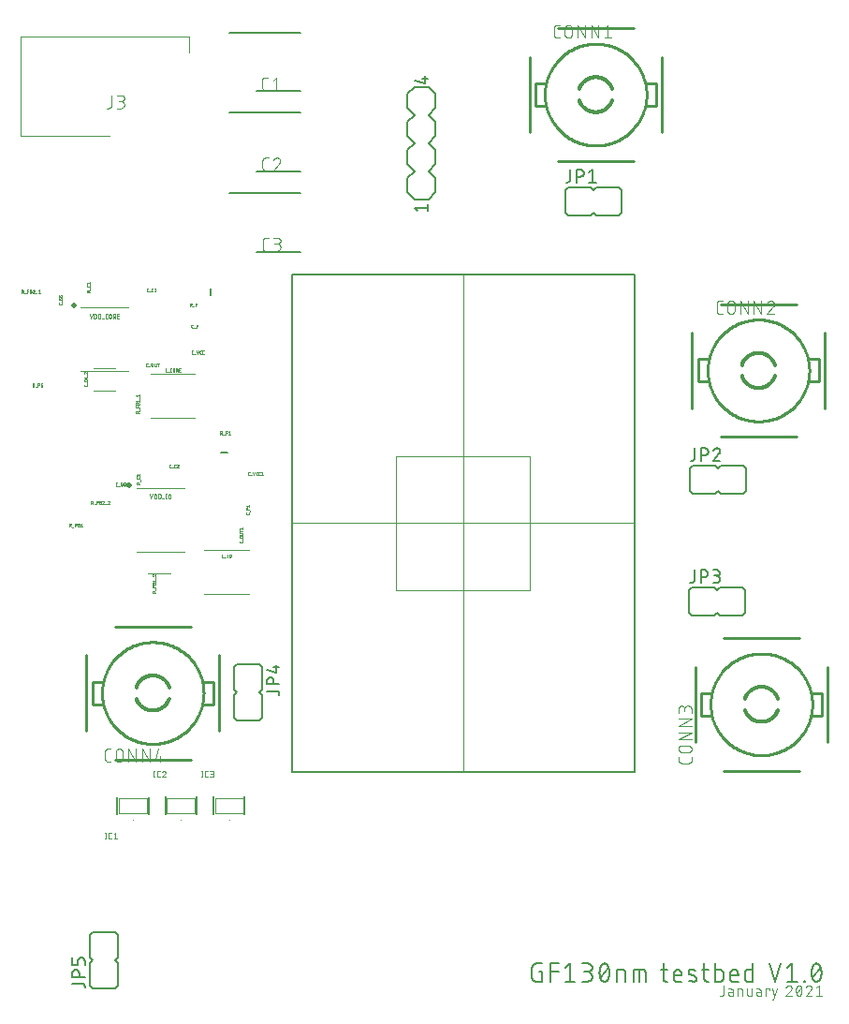
<source format=gbr>
G04 EAGLE Gerber RS-274X export*
G75*
%MOMM*%
%FSLAX34Y34*%
%LPD*%
%INSilkscreen Top*%
%IPPOS*%
%AMOC8*
5,1,8,0,0,1.08239X$1,22.5*%
G01*
%ADD10C,0.152400*%
%ADD11C,0.076200*%
%ADD12C,0.304800*%
%ADD13C,0.254000*%
%ADD14C,0.101600*%
%ADD15C,0.025400*%
%ADD16C,0.010000*%
%ADD17C,0.127000*%
%ADD18C,0.075000*%
%ADD19C,0.050800*%
%ADD20C,0.200000*%
%ADD21C,0.500000*%
%ADD22C,0.120000*%
%ADD23C,0.100000*%


D10*
X473824Y29793D02*
X476533Y29793D01*
X476533Y20762D01*
X471115Y20762D01*
X470997Y20764D01*
X470879Y20770D01*
X470761Y20779D01*
X470644Y20793D01*
X470527Y20810D01*
X470410Y20831D01*
X470295Y20856D01*
X470180Y20885D01*
X470066Y20918D01*
X469954Y20954D01*
X469843Y20994D01*
X469733Y21037D01*
X469624Y21084D01*
X469517Y21134D01*
X469412Y21189D01*
X469309Y21246D01*
X469208Y21307D01*
X469108Y21371D01*
X469011Y21438D01*
X468916Y21508D01*
X468824Y21582D01*
X468733Y21658D01*
X468646Y21738D01*
X468561Y21820D01*
X468479Y21905D01*
X468399Y21992D01*
X468323Y22083D01*
X468249Y22175D01*
X468179Y22270D01*
X468112Y22367D01*
X468048Y22467D01*
X467987Y22568D01*
X467930Y22671D01*
X467875Y22776D01*
X467825Y22883D01*
X467778Y22992D01*
X467735Y23102D01*
X467695Y23213D01*
X467659Y23325D01*
X467626Y23439D01*
X467597Y23554D01*
X467572Y23669D01*
X467551Y23786D01*
X467534Y23903D01*
X467520Y24020D01*
X467511Y24138D01*
X467505Y24256D01*
X467503Y24374D01*
X467502Y24374D02*
X467502Y33406D01*
X467503Y33406D02*
X467505Y33524D01*
X467511Y33642D01*
X467520Y33760D01*
X467534Y33877D01*
X467551Y33994D01*
X467572Y34111D01*
X467597Y34226D01*
X467626Y34341D01*
X467659Y34455D01*
X467695Y34567D01*
X467735Y34678D01*
X467778Y34788D01*
X467825Y34897D01*
X467875Y35004D01*
X467929Y35109D01*
X467987Y35212D01*
X468048Y35313D01*
X468112Y35413D01*
X468179Y35510D01*
X468249Y35605D01*
X468323Y35697D01*
X468399Y35788D01*
X468479Y35875D01*
X468561Y35960D01*
X468646Y36042D01*
X468733Y36122D01*
X468824Y36198D01*
X468916Y36272D01*
X469011Y36342D01*
X469108Y36409D01*
X469208Y36473D01*
X469309Y36534D01*
X469412Y36591D01*
X469517Y36645D01*
X469624Y36696D01*
X469733Y36743D01*
X469843Y36786D01*
X469954Y36826D01*
X470066Y36862D01*
X470180Y36895D01*
X470295Y36924D01*
X470410Y36949D01*
X470527Y36970D01*
X470644Y36987D01*
X470761Y37001D01*
X470879Y37010D01*
X470997Y37016D01*
X471115Y37018D01*
X476533Y37018D01*
X484205Y37018D02*
X484205Y20762D01*
X484205Y37018D02*
X491430Y37018D01*
X491430Y29793D02*
X484205Y29793D01*
X497202Y33406D02*
X501717Y37018D01*
X501717Y20762D01*
X497202Y20762D02*
X506233Y20762D01*
X512833Y20762D02*
X517348Y20762D01*
X517481Y20764D01*
X517613Y20770D01*
X517745Y20780D01*
X517877Y20793D01*
X518009Y20811D01*
X518139Y20832D01*
X518270Y20857D01*
X518399Y20886D01*
X518527Y20919D01*
X518655Y20955D01*
X518781Y20995D01*
X518906Y21039D01*
X519030Y21087D01*
X519152Y21138D01*
X519273Y21193D01*
X519392Y21251D01*
X519510Y21313D01*
X519625Y21378D01*
X519739Y21447D01*
X519850Y21518D01*
X519959Y21594D01*
X520066Y21672D01*
X520171Y21753D01*
X520273Y21838D01*
X520373Y21925D01*
X520470Y22015D01*
X520565Y22108D01*
X520656Y22204D01*
X520745Y22302D01*
X520831Y22403D01*
X520914Y22507D01*
X520994Y22613D01*
X521070Y22721D01*
X521144Y22831D01*
X521214Y22944D01*
X521281Y23058D01*
X521344Y23175D01*
X521404Y23293D01*
X521461Y23413D01*
X521514Y23535D01*
X521563Y23658D01*
X521609Y23782D01*
X521651Y23908D01*
X521689Y24035D01*
X521724Y24163D01*
X521755Y24292D01*
X521782Y24421D01*
X521805Y24552D01*
X521825Y24683D01*
X521840Y24815D01*
X521852Y24947D01*
X521860Y25079D01*
X521864Y25212D01*
X521864Y25344D01*
X521860Y25477D01*
X521852Y25609D01*
X521840Y25741D01*
X521825Y25873D01*
X521805Y26004D01*
X521782Y26135D01*
X521755Y26264D01*
X521724Y26393D01*
X521689Y26521D01*
X521651Y26648D01*
X521609Y26774D01*
X521563Y26898D01*
X521514Y27021D01*
X521461Y27143D01*
X521404Y27263D01*
X521344Y27381D01*
X521281Y27498D01*
X521214Y27612D01*
X521144Y27725D01*
X521070Y27835D01*
X520994Y27943D01*
X520914Y28049D01*
X520831Y28153D01*
X520745Y28254D01*
X520656Y28352D01*
X520565Y28448D01*
X520470Y28541D01*
X520373Y28631D01*
X520273Y28718D01*
X520171Y28803D01*
X520066Y28884D01*
X519959Y28962D01*
X519850Y29038D01*
X519739Y29109D01*
X519625Y29178D01*
X519510Y29243D01*
X519392Y29305D01*
X519273Y29363D01*
X519152Y29418D01*
X519030Y29469D01*
X518906Y29517D01*
X518781Y29561D01*
X518655Y29601D01*
X518527Y29637D01*
X518399Y29670D01*
X518270Y29699D01*
X518139Y29724D01*
X518009Y29745D01*
X517877Y29763D01*
X517745Y29776D01*
X517613Y29786D01*
X517481Y29792D01*
X517348Y29794D01*
X518251Y37018D02*
X512833Y37018D01*
X518251Y37018D02*
X518370Y37016D01*
X518490Y37010D01*
X518609Y37000D01*
X518727Y36986D01*
X518846Y36969D01*
X518963Y36947D01*
X519080Y36922D01*
X519195Y36892D01*
X519310Y36859D01*
X519424Y36822D01*
X519536Y36782D01*
X519647Y36737D01*
X519756Y36689D01*
X519864Y36638D01*
X519970Y36583D01*
X520074Y36524D01*
X520176Y36462D01*
X520276Y36397D01*
X520374Y36328D01*
X520470Y36256D01*
X520563Y36181D01*
X520653Y36104D01*
X520741Y36023D01*
X520826Y35939D01*
X520908Y35852D01*
X520988Y35763D01*
X521064Y35671D01*
X521138Y35577D01*
X521208Y35480D01*
X521275Y35382D01*
X521339Y35281D01*
X521399Y35177D01*
X521456Y35072D01*
X521509Y34965D01*
X521559Y34857D01*
X521605Y34747D01*
X521647Y34635D01*
X521686Y34522D01*
X521721Y34408D01*
X521752Y34293D01*
X521780Y34176D01*
X521803Y34059D01*
X521823Y33942D01*
X521839Y33823D01*
X521851Y33704D01*
X521859Y33585D01*
X521863Y33466D01*
X521863Y33346D01*
X521859Y33227D01*
X521851Y33108D01*
X521839Y32989D01*
X521823Y32870D01*
X521803Y32753D01*
X521780Y32636D01*
X521752Y32519D01*
X521721Y32404D01*
X521686Y32290D01*
X521647Y32177D01*
X521605Y32065D01*
X521559Y31955D01*
X521509Y31847D01*
X521456Y31740D01*
X521399Y31635D01*
X521339Y31531D01*
X521275Y31430D01*
X521208Y31332D01*
X521138Y31235D01*
X521064Y31141D01*
X520988Y31049D01*
X520908Y30960D01*
X520826Y30873D01*
X520741Y30789D01*
X520653Y30708D01*
X520563Y30631D01*
X520470Y30556D01*
X520374Y30484D01*
X520276Y30415D01*
X520176Y30350D01*
X520074Y30288D01*
X519970Y30229D01*
X519864Y30174D01*
X519756Y30123D01*
X519647Y30075D01*
X519536Y30030D01*
X519424Y29990D01*
X519310Y29953D01*
X519195Y29920D01*
X519080Y29890D01*
X518963Y29865D01*
X518846Y29843D01*
X518727Y29826D01*
X518609Y29812D01*
X518490Y29802D01*
X518370Y29796D01*
X518251Y29794D01*
X518251Y29793D02*
X514639Y29793D01*
X528464Y28890D02*
X528468Y29210D01*
X528479Y29529D01*
X528498Y29849D01*
X528525Y30167D01*
X528559Y30485D01*
X528601Y30802D01*
X528651Y31118D01*
X528708Y31433D01*
X528772Y31746D01*
X528844Y32058D01*
X528923Y32368D01*
X529010Y32675D01*
X529104Y32981D01*
X529205Y33284D01*
X529314Y33585D01*
X529429Y33883D01*
X529552Y34179D01*
X529682Y34471D01*
X529819Y34760D01*
X529819Y34761D02*
X529858Y34869D01*
X529901Y34976D01*
X529947Y35081D01*
X529998Y35185D01*
X530051Y35287D01*
X530108Y35387D01*
X530169Y35485D01*
X530233Y35580D01*
X530300Y35674D01*
X530371Y35765D01*
X530444Y35854D01*
X530521Y35940D01*
X530600Y36023D01*
X530682Y36104D01*
X530767Y36182D01*
X530855Y36256D01*
X530945Y36328D01*
X531037Y36396D01*
X531132Y36462D01*
X531229Y36524D01*
X531328Y36582D01*
X531430Y36638D01*
X531532Y36689D01*
X531637Y36737D01*
X531743Y36782D01*
X531851Y36823D01*
X531960Y36860D01*
X532070Y36893D01*
X532182Y36922D01*
X532294Y36948D01*
X532407Y36970D01*
X532521Y36987D01*
X532635Y37001D01*
X532750Y37011D01*
X532865Y37017D01*
X532980Y37019D01*
X532980Y37018D02*
X533095Y37016D01*
X533210Y37010D01*
X533325Y37000D01*
X533439Y36986D01*
X533553Y36969D01*
X533666Y36947D01*
X533778Y36921D01*
X533890Y36892D01*
X534000Y36859D01*
X534109Y36822D01*
X534217Y36781D01*
X534323Y36736D01*
X534428Y36688D01*
X534530Y36637D01*
X534631Y36581D01*
X534731Y36523D01*
X534828Y36461D01*
X534922Y36396D01*
X535015Y36327D01*
X535105Y36255D01*
X535193Y36181D01*
X535278Y36103D01*
X535360Y36022D01*
X535439Y35939D01*
X535516Y35853D01*
X535589Y35764D01*
X535660Y35673D01*
X535727Y35579D01*
X535791Y35484D01*
X535852Y35386D01*
X535909Y35286D01*
X535962Y35184D01*
X536013Y35080D01*
X536059Y34975D01*
X536102Y34868D01*
X536141Y34760D01*
X536140Y34760D02*
X536277Y34471D01*
X536407Y34179D01*
X536530Y33883D01*
X536645Y33585D01*
X536754Y33284D01*
X536855Y32981D01*
X536949Y32675D01*
X537036Y32368D01*
X537115Y32058D01*
X537187Y31746D01*
X537251Y31433D01*
X537308Y31118D01*
X537358Y30802D01*
X537400Y30485D01*
X537434Y30167D01*
X537461Y29849D01*
X537480Y29529D01*
X537491Y29210D01*
X537495Y28890D01*
X528464Y28890D02*
X528468Y28570D01*
X528479Y28251D01*
X528498Y27931D01*
X528525Y27613D01*
X528559Y27295D01*
X528601Y26978D01*
X528651Y26662D01*
X528708Y26347D01*
X528772Y26034D01*
X528844Y25722D01*
X528923Y25412D01*
X529010Y25105D01*
X529104Y24799D01*
X529205Y24496D01*
X529314Y24195D01*
X529429Y23897D01*
X529552Y23601D01*
X529682Y23309D01*
X529819Y23020D01*
X529858Y22912D01*
X529901Y22805D01*
X529947Y22700D01*
X529998Y22596D01*
X530051Y22494D01*
X530108Y22394D01*
X530169Y22296D01*
X530233Y22201D01*
X530300Y22107D01*
X530371Y22016D01*
X530444Y21927D01*
X530521Y21841D01*
X530600Y21758D01*
X530682Y21677D01*
X530767Y21599D01*
X530855Y21525D01*
X530945Y21453D01*
X531038Y21384D01*
X531132Y21319D01*
X531229Y21257D01*
X531329Y21199D01*
X531430Y21143D01*
X531532Y21092D01*
X531637Y21044D01*
X531743Y20999D01*
X531851Y20958D01*
X531960Y20921D01*
X532070Y20888D01*
X532182Y20859D01*
X532294Y20833D01*
X532407Y20811D01*
X532521Y20794D01*
X532635Y20780D01*
X532750Y20770D01*
X532865Y20764D01*
X532980Y20762D01*
X536140Y23020D02*
X536277Y23309D01*
X536407Y23601D01*
X536530Y23897D01*
X536645Y24195D01*
X536754Y24496D01*
X536855Y24799D01*
X536949Y25105D01*
X537036Y25412D01*
X537115Y25722D01*
X537187Y26034D01*
X537251Y26347D01*
X537308Y26662D01*
X537358Y26978D01*
X537400Y27295D01*
X537434Y27613D01*
X537461Y27931D01*
X537480Y28251D01*
X537491Y28570D01*
X537495Y28890D01*
X536141Y23020D02*
X536102Y22912D01*
X536059Y22805D01*
X536013Y22700D01*
X535962Y22596D01*
X535909Y22494D01*
X535852Y22394D01*
X535791Y22296D01*
X535727Y22201D01*
X535660Y22107D01*
X535589Y22016D01*
X535516Y21927D01*
X535439Y21841D01*
X535360Y21758D01*
X535278Y21677D01*
X535193Y21599D01*
X535105Y21525D01*
X535015Y21453D01*
X534922Y21384D01*
X534828Y21319D01*
X534731Y21257D01*
X534631Y21199D01*
X534530Y21143D01*
X534427Y21092D01*
X534323Y21044D01*
X534217Y20999D01*
X534109Y20958D01*
X534000Y20921D01*
X533890Y20888D01*
X533778Y20859D01*
X533666Y20833D01*
X533553Y20811D01*
X533439Y20794D01*
X533325Y20780D01*
X533210Y20770D01*
X533095Y20764D01*
X532980Y20762D01*
X529367Y24374D02*
X536592Y33406D01*
X544477Y31599D02*
X544477Y20762D01*
X544477Y31599D02*
X548993Y31599D01*
X549097Y31597D01*
X549200Y31591D01*
X549304Y31581D01*
X549407Y31567D01*
X549509Y31549D01*
X549610Y31528D01*
X549711Y31502D01*
X549810Y31473D01*
X549909Y31440D01*
X550006Y31403D01*
X550101Y31362D01*
X550195Y31318D01*
X550287Y31270D01*
X550377Y31219D01*
X550466Y31164D01*
X550552Y31106D01*
X550635Y31044D01*
X550717Y30980D01*
X550795Y30912D01*
X550871Y30842D01*
X550945Y30769D01*
X551015Y30692D01*
X551083Y30614D01*
X551147Y30532D01*
X551209Y30449D01*
X551267Y30363D01*
X551322Y30274D01*
X551373Y30184D01*
X551421Y30092D01*
X551465Y29998D01*
X551506Y29903D01*
X551543Y29806D01*
X551576Y29707D01*
X551605Y29608D01*
X551631Y29507D01*
X551652Y29406D01*
X551670Y29304D01*
X551684Y29201D01*
X551694Y29097D01*
X551700Y28994D01*
X551702Y28890D01*
X551702Y20762D01*
X559344Y20762D02*
X559344Y31599D01*
X567472Y31599D01*
X567573Y31597D01*
X567674Y31591D01*
X567775Y31582D01*
X567876Y31569D01*
X567976Y31552D01*
X568075Y31531D01*
X568173Y31507D01*
X568270Y31479D01*
X568367Y31447D01*
X568462Y31412D01*
X568555Y31373D01*
X568647Y31331D01*
X568738Y31285D01*
X568827Y31236D01*
X568913Y31184D01*
X568998Y31128D01*
X569081Y31070D01*
X569161Y31008D01*
X569239Y30943D01*
X569315Y30876D01*
X569388Y30806D01*
X569458Y30733D01*
X569525Y30657D01*
X569590Y30579D01*
X569652Y30499D01*
X569710Y30416D01*
X569766Y30331D01*
X569818Y30245D01*
X569867Y30156D01*
X569913Y30065D01*
X569955Y29973D01*
X569994Y29880D01*
X570029Y29785D01*
X570061Y29688D01*
X570089Y29591D01*
X570113Y29493D01*
X570134Y29394D01*
X570151Y29294D01*
X570164Y29193D01*
X570173Y29092D01*
X570179Y28991D01*
X570181Y28890D01*
X570182Y28890D02*
X570182Y20762D01*
X564763Y20762D02*
X564763Y31599D01*
X584342Y31599D02*
X589761Y31599D01*
X586148Y37018D02*
X586148Y23471D01*
X586149Y23471D02*
X586151Y23370D01*
X586157Y23269D01*
X586166Y23168D01*
X586179Y23067D01*
X586196Y22967D01*
X586217Y22868D01*
X586241Y22770D01*
X586269Y22673D01*
X586301Y22576D01*
X586336Y22481D01*
X586375Y22388D01*
X586417Y22296D01*
X586463Y22205D01*
X586512Y22116D01*
X586564Y22030D01*
X586620Y21945D01*
X586678Y21862D01*
X586740Y21782D01*
X586805Y21704D01*
X586872Y21628D01*
X586942Y21555D01*
X587015Y21485D01*
X587091Y21418D01*
X587169Y21353D01*
X587249Y21291D01*
X587332Y21233D01*
X587417Y21177D01*
X587504Y21125D01*
X587592Y21076D01*
X587683Y21030D01*
X587775Y20988D01*
X587868Y20949D01*
X587963Y20914D01*
X588060Y20882D01*
X588157Y20854D01*
X588255Y20830D01*
X588354Y20809D01*
X588454Y20792D01*
X588555Y20779D01*
X588656Y20770D01*
X588757Y20764D01*
X588858Y20762D01*
X589761Y20762D01*
X598249Y20762D02*
X602764Y20762D01*
X598249Y20762D02*
X598148Y20764D01*
X598047Y20770D01*
X597946Y20779D01*
X597845Y20792D01*
X597745Y20809D01*
X597646Y20830D01*
X597548Y20854D01*
X597451Y20882D01*
X597354Y20914D01*
X597259Y20949D01*
X597166Y20988D01*
X597074Y21030D01*
X596983Y21076D01*
X596895Y21125D01*
X596808Y21177D01*
X596723Y21233D01*
X596640Y21291D01*
X596560Y21353D01*
X596482Y21418D01*
X596406Y21485D01*
X596333Y21555D01*
X596263Y21628D01*
X596196Y21704D01*
X596131Y21782D01*
X596069Y21862D01*
X596011Y21945D01*
X595955Y22030D01*
X595903Y22116D01*
X595854Y22205D01*
X595808Y22296D01*
X595766Y22388D01*
X595727Y22481D01*
X595692Y22576D01*
X595660Y22673D01*
X595632Y22770D01*
X595608Y22868D01*
X595587Y22967D01*
X595570Y23067D01*
X595557Y23168D01*
X595548Y23269D01*
X595542Y23370D01*
X595540Y23471D01*
X595539Y23471D02*
X595539Y27987D01*
X595540Y27987D02*
X595542Y28106D01*
X595548Y28226D01*
X595558Y28345D01*
X595572Y28463D01*
X595589Y28582D01*
X595611Y28699D01*
X595636Y28816D01*
X595666Y28931D01*
X595699Y29046D01*
X595736Y29160D01*
X595776Y29272D01*
X595821Y29383D01*
X595869Y29492D01*
X595920Y29600D01*
X595975Y29706D01*
X596034Y29810D01*
X596096Y29912D01*
X596161Y30012D01*
X596230Y30110D01*
X596302Y30206D01*
X596377Y30299D01*
X596454Y30389D01*
X596535Y30477D01*
X596619Y30562D01*
X596706Y30644D01*
X596795Y30724D01*
X596887Y30800D01*
X596981Y30874D01*
X597078Y30944D01*
X597176Y31011D01*
X597277Y31075D01*
X597381Y31135D01*
X597486Y31192D01*
X597593Y31245D01*
X597701Y31295D01*
X597811Y31341D01*
X597923Y31383D01*
X598036Y31422D01*
X598150Y31457D01*
X598265Y31488D01*
X598382Y31516D01*
X598499Y31539D01*
X598616Y31559D01*
X598735Y31575D01*
X598854Y31587D01*
X598973Y31595D01*
X599092Y31599D01*
X599212Y31599D01*
X599331Y31595D01*
X599450Y31587D01*
X599569Y31575D01*
X599688Y31559D01*
X599805Y31539D01*
X599922Y31516D01*
X600039Y31488D01*
X600154Y31457D01*
X600268Y31422D01*
X600381Y31383D01*
X600493Y31341D01*
X600603Y31295D01*
X600711Y31245D01*
X600818Y31192D01*
X600923Y31135D01*
X601027Y31075D01*
X601128Y31011D01*
X601226Y30944D01*
X601323Y30874D01*
X601417Y30800D01*
X601509Y30724D01*
X601598Y30644D01*
X601685Y30562D01*
X601769Y30477D01*
X601850Y30389D01*
X601927Y30299D01*
X602002Y30206D01*
X602074Y30110D01*
X602143Y30012D01*
X602208Y29912D01*
X602270Y29810D01*
X602329Y29706D01*
X602384Y29600D01*
X602435Y29492D01*
X602483Y29383D01*
X602528Y29272D01*
X602568Y29160D01*
X602605Y29046D01*
X602638Y28931D01*
X602668Y28816D01*
X602693Y28699D01*
X602715Y28582D01*
X602732Y28463D01*
X602746Y28345D01*
X602756Y28226D01*
X602762Y28106D01*
X602764Y27987D01*
X602764Y26181D01*
X595539Y26181D01*
X610441Y27084D02*
X614957Y25278D01*
X610441Y27084D02*
X610353Y27121D01*
X610267Y27162D01*
X610182Y27206D01*
X610099Y27254D01*
X610019Y27305D01*
X609940Y27359D01*
X609864Y27417D01*
X609790Y27477D01*
X609718Y27541D01*
X609650Y27607D01*
X609584Y27677D01*
X609521Y27748D01*
X609460Y27823D01*
X609403Y27899D01*
X609350Y27978D01*
X609299Y28059D01*
X609252Y28142D01*
X609208Y28227D01*
X609168Y28314D01*
X609131Y28402D01*
X609098Y28492D01*
X609068Y28583D01*
X609043Y28675D01*
X609021Y28768D01*
X609003Y28862D01*
X608988Y28956D01*
X608978Y29051D01*
X608972Y29147D01*
X608969Y29242D01*
X608970Y29338D01*
X608976Y29433D01*
X608985Y29529D01*
X608998Y29623D01*
X609014Y29717D01*
X609035Y29811D01*
X609060Y29903D01*
X609088Y29994D01*
X609120Y30084D01*
X609155Y30173D01*
X609194Y30260D01*
X609237Y30346D01*
X609283Y30430D01*
X609333Y30511D01*
X609385Y30591D01*
X609441Y30669D01*
X609501Y30744D01*
X609563Y30816D01*
X609628Y30886D01*
X609696Y30954D01*
X609766Y31018D01*
X609839Y31080D01*
X609915Y31138D01*
X609993Y31194D01*
X610073Y31246D01*
X610155Y31295D01*
X610239Y31340D01*
X610325Y31382D01*
X610412Y31421D01*
X610501Y31456D01*
X610592Y31487D01*
X610683Y31514D01*
X610776Y31538D01*
X610869Y31558D01*
X610963Y31574D01*
X611058Y31586D01*
X611153Y31595D01*
X611249Y31599D01*
X611344Y31600D01*
X611591Y31593D01*
X611837Y31581D01*
X612083Y31563D01*
X612329Y31538D01*
X612573Y31508D01*
X612817Y31472D01*
X613060Y31431D01*
X613302Y31383D01*
X613543Y31329D01*
X613782Y31270D01*
X614020Y31205D01*
X614256Y31134D01*
X614491Y31058D01*
X614724Y30976D01*
X614954Y30888D01*
X615182Y30795D01*
X615409Y30697D01*
X614957Y25277D02*
X615045Y25240D01*
X615131Y25199D01*
X615216Y25155D01*
X615299Y25107D01*
X615379Y25056D01*
X615458Y25002D01*
X615534Y24944D01*
X615608Y24884D01*
X615680Y24820D01*
X615748Y24754D01*
X615814Y24684D01*
X615877Y24613D01*
X615938Y24538D01*
X615995Y24462D01*
X616048Y24383D01*
X616099Y24302D01*
X616146Y24219D01*
X616190Y24134D01*
X616230Y24047D01*
X616267Y23959D01*
X616300Y23869D01*
X616330Y23778D01*
X616355Y23686D01*
X616377Y23593D01*
X616395Y23499D01*
X616410Y23405D01*
X616420Y23310D01*
X616426Y23214D01*
X616429Y23119D01*
X616428Y23023D01*
X616422Y22928D01*
X616413Y22832D01*
X616400Y22738D01*
X616384Y22644D01*
X616363Y22550D01*
X616338Y22458D01*
X616310Y22367D01*
X616278Y22277D01*
X616243Y22188D01*
X616204Y22101D01*
X616161Y22015D01*
X616115Y21931D01*
X616065Y21850D01*
X616013Y21770D01*
X615957Y21692D01*
X615897Y21617D01*
X615835Y21545D01*
X615770Y21475D01*
X615702Y21407D01*
X615632Y21343D01*
X615559Y21281D01*
X615483Y21223D01*
X615405Y21167D01*
X615325Y21115D01*
X615243Y21066D01*
X615159Y21021D01*
X615073Y20979D01*
X614986Y20940D01*
X614897Y20905D01*
X614806Y20874D01*
X614715Y20847D01*
X614622Y20823D01*
X614529Y20803D01*
X614435Y20787D01*
X614340Y20775D01*
X614245Y20766D01*
X614149Y20762D01*
X614054Y20761D01*
X614053Y20762D02*
X613691Y20771D01*
X613329Y20789D01*
X612968Y20816D01*
X612608Y20851D01*
X612248Y20894D01*
X611889Y20946D01*
X611532Y21007D01*
X611177Y21076D01*
X610823Y21153D01*
X610471Y21239D01*
X610121Y21333D01*
X609773Y21436D01*
X609428Y21546D01*
X609086Y21665D01*
X621336Y31599D02*
X626755Y31599D01*
X623142Y37018D02*
X623142Y23471D01*
X623143Y23471D02*
X623145Y23370D01*
X623151Y23269D01*
X623160Y23168D01*
X623173Y23067D01*
X623190Y22967D01*
X623211Y22868D01*
X623235Y22770D01*
X623263Y22673D01*
X623295Y22576D01*
X623330Y22481D01*
X623369Y22388D01*
X623411Y22296D01*
X623457Y22205D01*
X623506Y22116D01*
X623558Y22030D01*
X623614Y21945D01*
X623672Y21862D01*
X623734Y21782D01*
X623799Y21704D01*
X623866Y21628D01*
X623936Y21555D01*
X624009Y21485D01*
X624085Y21418D01*
X624163Y21353D01*
X624243Y21291D01*
X624326Y21233D01*
X624411Y21177D01*
X624498Y21125D01*
X624586Y21076D01*
X624677Y21030D01*
X624769Y20988D01*
X624862Y20949D01*
X624957Y20914D01*
X625054Y20882D01*
X625151Y20854D01*
X625249Y20830D01*
X625348Y20809D01*
X625448Y20792D01*
X625549Y20779D01*
X625650Y20770D01*
X625751Y20764D01*
X625852Y20762D01*
X626755Y20762D01*
X633127Y20762D02*
X633127Y37018D01*
X633127Y20762D02*
X637643Y20762D01*
X637747Y20764D01*
X637850Y20770D01*
X637954Y20780D01*
X638057Y20794D01*
X638159Y20812D01*
X638260Y20833D01*
X638361Y20859D01*
X638460Y20888D01*
X638559Y20921D01*
X638656Y20958D01*
X638751Y20999D01*
X638845Y21043D01*
X638937Y21091D01*
X639027Y21142D01*
X639116Y21197D01*
X639202Y21255D01*
X639285Y21317D01*
X639367Y21381D01*
X639445Y21449D01*
X639521Y21519D01*
X639595Y21592D01*
X639665Y21669D01*
X639733Y21747D01*
X639797Y21829D01*
X639859Y21912D01*
X639917Y21998D01*
X639972Y22087D01*
X640023Y22177D01*
X640071Y22269D01*
X640115Y22363D01*
X640156Y22458D01*
X640193Y22555D01*
X640226Y22654D01*
X640255Y22753D01*
X640281Y22854D01*
X640302Y22955D01*
X640320Y23057D01*
X640334Y23160D01*
X640344Y23264D01*
X640350Y23367D01*
X640352Y23471D01*
X640352Y28890D01*
X640350Y28991D01*
X640344Y29092D01*
X640335Y29193D01*
X640322Y29294D01*
X640305Y29394D01*
X640284Y29493D01*
X640260Y29591D01*
X640232Y29688D01*
X640200Y29785D01*
X640165Y29880D01*
X640126Y29973D01*
X640084Y30065D01*
X640038Y30156D01*
X639989Y30245D01*
X639937Y30331D01*
X639881Y30416D01*
X639823Y30499D01*
X639761Y30579D01*
X639696Y30657D01*
X639629Y30733D01*
X639559Y30806D01*
X639486Y30876D01*
X639410Y30943D01*
X639332Y31008D01*
X639252Y31070D01*
X639169Y31128D01*
X639084Y31184D01*
X638998Y31236D01*
X638909Y31285D01*
X638818Y31331D01*
X638726Y31373D01*
X638633Y31412D01*
X638538Y31447D01*
X638441Y31479D01*
X638344Y31507D01*
X638246Y31531D01*
X638147Y31552D01*
X638047Y31569D01*
X637946Y31582D01*
X637845Y31591D01*
X637744Y31597D01*
X637643Y31599D01*
X633127Y31599D01*
X649311Y20762D02*
X653826Y20762D01*
X649311Y20762D02*
X649210Y20764D01*
X649109Y20770D01*
X649008Y20779D01*
X648907Y20792D01*
X648807Y20809D01*
X648708Y20830D01*
X648610Y20854D01*
X648513Y20882D01*
X648416Y20914D01*
X648321Y20949D01*
X648228Y20988D01*
X648136Y21030D01*
X648045Y21076D01*
X647957Y21125D01*
X647870Y21177D01*
X647785Y21233D01*
X647702Y21291D01*
X647622Y21353D01*
X647544Y21418D01*
X647468Y21485D01*
X647395Y21555D01*
X647325Y21628D01*
X647258Y21704D01*
X647193Y21782D01*
X647131Y21862D01*
X647073Y21945D01*
X647017Y22030D01*
X646965Y22116D01*
X646916Y22205D01*
X646870Y22296D01*
X646828Y22388D01*
X646789Y22481D01*
X646754Y22576D01*
X646722Y22673D01*
X646694Y22770D01*
X646670Y22868D01*
X646649Y22967D01*
X646632Y23067D01*
X646619Y23168D01*
X646610Y23269D01*
X646604Y23370D01*
X646602Y23471D01*
X646601Y23471D02*
X646601Y27987D01*
X646602Y27987D02*
X646604Y28106D01*
X646610Y28226D01*
X646620Y28345D01*
X646634Y28463D01*
X646651Y28582D01*
X646673Y28699D01*
X646698Y28816D01*
X646728Y28931D01*
X646761Y29046D01*
X646798Y29160D01*
X646838Y29272D01*
X646883Y29383D01*
X646931Y29492D01*
X646982Y29600D01*
X647037Y29706D01*
X647096Y29810D01*
X647158Y29912D01*
X647223Y30012D01*
X647292Y30110D01*
X647364Y30206D01*
X647439Y30299D01*
X647516Y30389D01*
X647597Y30477D01*
X647681Y30562D01*
X647768Y30644D01*
X647857Y30724D01*
X647949Y30800D01*
X648043Y30874D01*
X648140Y30944D01*
X648238Y31011D01*
X648339Y31075D01*
X648443Y31135D01*
X648548Y31192D01*
X648655Y31245D01*
X648763Y31295D01*
X648873Y31341D01*
X648985Y31383D01*
X649098Y31422D01*
X649212Y31457D01*
X649327Y31488D01*
X649444Y31516D01*
X649561Y31539D01*
X649678Y31559D01*
X649797Y31575D01*
X649916Y31587D01*
X650035Y31595D01*
X650154Y31599D01*
X650274Y31599D01*
X650393Y31595D01*
X650512Y31587D01*
X650631Y31575D01*
X650750Y31559D01*
X650867Y31539D01*
X650984Y31516D01*
X651101Y31488D01*
X651216Y31457D01*
X651330Y31422D01*
X651443Y31383D01*
X651555Y31341D01*
X651665Y31295D01*
X651773Y31245D01*
X651880Y31192D01*
X651985Y31135D01*
X652089Y31075D01*
X652190Y31011D01*
X652288Y30944D01*
X652385Y30874D01*
X652479Y30800D01*
X652571Y30724D01*
X652660Y30644D01*
X652747Y30562D01*
X652831Y30477D01*
X652912Y30389D01*
X652989Y30299D01*
X653064Y30206D01*
X653136Y30110D01*
X653205Y30012D01*
X653270Y29912D01*
X653332Y29810D01*
X653391Y29706D01*
X653446Y29600D01*
X653497Y29492D01*
X653545Y29383D01*
X653590Y29272D01*
X653630Y29160D01*
X653667Y29046D01*
X653700Y28931D01*
X653730Y28816D01*
X653755Y28699D01*
X653777Y28582D01*
X653794Y28463D01*
X653808Y28345D01*
X653818Y28226D01*
X653824Y28106D01*
X653826Y27987D01*
X653826Y26181D01*
X646601Y26181D01*
X667300Y20762D02*
X667300Y37018D01*
X667300Y20762D02*
X662784Y20762D01*
X662683Y20764D01*
X662582Y20770D01*
X662481Y20779D01*
X662380Y20792D01*
X662280Y20809D01*
X662181Y20830D01*
X662083Y20854D01*
X661986Y20882D01*
X661889Y20914D01*
X661794Y20949D01*
X661701Y20988D01*
X661609Y21030D01*
X661518Y21076D01*
X661430Y21125D01*
X661343Y21177D01*
X661258Y21233D01*
X661175Y21291D01*
X661095Y21353D01*
X661017Y21418D01*
X660941Y21485D01*
X660868Y21555D01*
X660798Y21628D01*
X660731Y21704D01*
X660666Y21782D01*
X660604Y21862D01*
X660546Y21945D01*
X660490Y22030D01*
X660438Y22116D01*
X660389Y22205D01*
X660343Y22296D01*
X660301Y22388D01*
X660262Y22481D01*
X660227Y22576D01*
X660195Y22673D01*
X660167Y22770D01*
X660143Y22868D01*
X660122Y22967D01*
X660105Y23067D01*
X660092Y23168D01*
X660083Y23269D01*
X660077Y23370D01*
X660075Y23471D01*
X660075Y28890D01*
X660077Y28991D01*
X660083Y29092D01*
X660092Y29193D01*
X660105Y29294D01*
X660122Y29394D01*
X660143Y29493D01*
X660167Y29591D01*
X660195Y29688D01*
X660227Y29785D01*
X660262Y29880D01*
X660301Y29973D01*
X660343Y30065D01*
X660389Y30156D01*
X660438Y30244D01*
X660490Y30331D01*
X660546Y30416D01*
X660604Y30499D01*
X660666Y30579D01*
X660731Y30657D01*
X660798Y30733D01*
X660868Y30806D01*
X660941Y30876D01*
X661017Y30943D01*
X661095Y31008D01*
X661175Y31070D01*
X661258Y31128D01*
X661343Y31184D01*
X661430Y31236D01*
X661518Y31285D01*
X661609Y31331D01*
X661701Y31373D01*
X661794Y31412D01*
X661889Y31447D01*
X661986Y31479D01*
X662083Y31507D01*
X662181Y31531D01*
X662280Y31552D01*
X662380Y31569D01*
X662481Y31582D01*
X662582Y31591D01*
X662683Y31597D01*
X662784Y31599D01*
X667300Y31599D01*
X681789Y37018D02*
X687208Y20762D01*
X692626Y37018D01*
X698323Y33406D02*
X702839Y37018D01*
X702839Y20762D01*
X707354Y20762D02*
X698323Y20762D01*
X713329Y20762D02*
X713329Y21665D01*
X714232Y21665D01*
X714232Y20762D01*
X713329Y20762D01*
X720207Y28890D02*
X720211Y29210D01*
X720222Y29529D01*
X720241Y29849D01*
X720268Y30167D01*
X720302Y30485D01*
X720344Y30802D01*
X720394Y31118D01*
X720451Y31433D01*
X720515Y31746D01*
X720587Y32058D01*
X720666Y32368D01*
X720753Y32675D01*
X720847Y32981D01*
X720948Y33284D01*
X721057Y33585D01*
X721172Y33883D01*
X721295Y34179D01*
X721425Y34471D01*
X721562Y34760D01*
X721561Y34761D02*
X721600Y34869D01*
X721643Y34976D01*
X721689Y35081D01*
X721740Y35185D01*
X721793Y35287D01*
X721850Y35387D01*
X721911Y35485D01*
X721975Y35580D01*
X722042Y35674D01*
X722113Y35765D01*
X722186Y35854D01*
X722263Y35940D01*
X722342Y36023D01*
X722424Y36104D01*
X722509Y36182D01*
X722597Y36256D01*
X722687Y36328D01*
X722779Y36396D01*
X722874Y36462D01*
X722971Y36524D01*
X723070Y36582D01*
X723172Y36638D01*
X723274Y36689D01*
X723379Y36737D01*
X723485Y36782D01*
X723593Y36823D01*
X723702Y36860D01*
X723812Y36893D01*
X723924Y36922D01*
X724036Y36948D01*
X724149Y36970D01*
X724263Y36987D01*
X724377Y37001D01*
X724492Y37011D01*
X724607Y37017D01*
X724722Y37019D01*
X724722Y37018D02*
X724837Y37016D01*
X724952Y37010D01*
X725067Y37000D01*
X725181Y36986D01*
X725295Y36969D01*
X725408Y36947D01*
X725520Y36921D01*
X725632Y36892D01*
X725742Y36859D01*
X725851Y36822D01*
X725959Y36781D01*
X726065Y36736D01*
X726170Y36688D01*
X726272Y36637D01*
X726373Y36581D01*
X726473Y36523D01*
X726570Y36461D01*
X726664Y36396D01*
X726757Y36327D01*
X726847Y36255D01*
X726935Y36181D01*
X727020Y36103D01*
X727102Y36022D01*
X727181Y35939D01*
X727258Y35853D01*
X727331Y35764D01*
X727402Y35673D01*
X727469Y35579D01*
X727533Y35484D01*
X727594Y35386D01*
X727651Y35286D01*
X727704Y35184D01*
X727755Y35080D01*
X727801Y34975D01*
X727844Y34868D01*
X727883Y34760D01*
X728020Y34471D01*
X728150Y34179D01*
X728273Y33883D01*
X728388Y33585D01*
X728497Y33284D01*
X728598Y32981D01*
X728692Y32675D01*
X728779Y32368D01*
X728858Y32058D01*
X728930Y31746D01*
X728994Y31433D01*
X729051Y31118D01*
X729101Y30802D01*
X729143Y30485D01*
X729177Y30167D01*
X729204Y29849D01*
X729223Y29529D01*
X729234Y29210D01*
X729238Y28890D01*
X720207Y28890D02*
X720211Y28570D01*
X720222Y28251D01*
X720241Y27931D01*
X720268Y27613D01*
X720302Y27295D01*
X720344Y26978D01*
X720394Y26662D01*
X720451Y26347D01*
X720515Y26034D01*
X720587Y25722D01*
X720666Y25412D01*
X720753Y25105D01*
X720847Y24799D01*
X720948Y24496D01*
X721057Y24195D01*
X721172Y23897D01*
X721295Y23601D01*
X721425Y23309D01*
X721562Y23020D01*
X721561Y23020D02*
X721600Y22912D01*
X721643Y22805D01*
X721689Y22700D01*
X721740Y22596D01*
X721793Y22494D01*
X721850Y22394D01*
X721911Y22296D01*
X721975Y22201D01*
X722042Y22107D01*
X722113Y22016D01*
X722186Y21927D01*
X722263Y21841D01*
X722342Y21758D01*
X722424Y21677D01*
X722509Y21599D01*
X722597Y21525D01*
X722687Y21453D01*
X722780Y21384D01*
X722874Y21319D01*
X722971Y21257D01*
X723071Y21199D01*
X723172Y21143D01*
X723274Y21092D01*
X723379Y21044D01*
X723485Y20999D01*
X723593Y20958D01*
X723702Y20921D01*
X723812Y20888D01*
X723924Y20859D01*
X724036Y20833D01*
X724149Y20811D01*
X724263Y20794D01*
X724377Y20780D01*
X724492Y20770D01*
X724607Y20764D01*
X724722Y20762D01*
X727883Y23020D02*
X728020Y23309D01*
X728150Y23601D01*
X728273Y23897D01*
X728388Y24195D01*
X728497Y24496D01*
X728598Y24799D01*
X728692Y25105D01*
X728779Y25412D01*
X728858Y25722D01*
X728930Y26034D01*
X728994Y26347D01*
X729051Y26662D01*
X729101Y26978D01*
X729143Y27295D01*
X729177Y27613D01*
X729204Y27931D01*
X729223Y28251D01*
X729234Y28570D01*
X729238Y28890D01*
X727883Y23020D02*
X727844Y22912D01*
X727801Y22805D01*
X727755Y22700D01*
X727704Y22596D01*
X727651Y22494D01*
X727594Y22394D01*
X727533Y22296D01*
X727469Y22201D01*
X727402Y22107D01*
X727331Y22016D01*
X727258Y21927D01*
X727181Y21841D01*
X727102Y21758D01*
X727020Y21677D01*
X726935Y21599D01*
X726847Y21525D01*
X726757Y21453D01*
X726664Y21384D01*
X726570Y21319D01*
X726473Y21257D01*
X726373Y21199D01*
X726272Y21143D01*
X726169Y21092D01*
X726065Y21044D01*
X725959Y20999D01*
X725851Y20958D01*
X725742Y20921D01*
X725632Y20888D01*
X725520Y20859D01*
X725408Y20833D01*
X725295Y20811D01*
X725181Y20794D01*
X725067Y20780D01*
X724952Y20770D01*
X724837Y20764D01*
X724722Y20762D01*
X721110Y24374D02*
X728335Y33406D01*
D11*
X640654Y17279D02*
X640654Y9969D01*
X640653Y9969D02*
X640651Y9880D01*
X640645Y9792D01*
X640636Y9704D01*
X640623Y9616D01*
X640606Y9529D01*
X640586Y9443D01*
X640561Y9358D01*
X640534Y9273D01*
X640502Y9190D01*
X640468Y9109D01*
X640429Y9029D01*
X640388Y8951D01*
X640343Y8874D01*
X640295Y8800D01*
X640244Y8727D01*
X640190Y8657D01*
X640132Y8590D01*
X640072Y8524D01*
X640010Y8462D01*
X639944Y8402D01*
X639877Y8344D01*
X639807Y8290D01*
X639734Y8239D01*
X639660Y8191D01*
X639583Y8146D01*
X639505Y8105D01*
X639425Y8066D01*
X639344Y8032D01*
X639261Y8000D01*
X639176Y7973D01*
X639091Y7948D01*
X639005Y7928D01*
X638918Y7911D01*
X638830Y7898D01*
X638742Y7889D01*
X638654Y7883D01*
X638565Y7881D01*
X637521Y7881D01*
X646540Y11536D02*
X648889Y11536D01*
X646540Y11535D02*
X646456Y11533D01*
X646371Y11527D01*
X646288Y11517D01*
X646204Y11504D01*
X646122Y11486D01*
X646040Y11465D01*
X645959Y11440D01*
X645880Y11412D01*
X645802Y11379D01*
X645726Y11343D01*
X645651Y11304D01*
X645578Y11261D01*
X645507Y11215D01*
X645439Y11166D01*
X645373Y11114D01*
X645309Y11058D01*
X645248Y11000D01*
X645190Y10939D01*
X645134Y10875D01*
X645082Y10809D01*
X645033Y10741D01*
X644987Y10670D01*
X644944Y10597D01*
X644905Y10522D01*
X644869Y10446D01*
X644836Y10368D01*
X644808Y10289D01*
X644783Y10208D01*
X644762Y10126D01*
X644744Y10044D01*
X644731Y9960D01*
X644721Y9877D01*
X644715Y9792D01*
X644713Y9708D01*
X644715Y9624D01*
X644721Y9539D01*
X644731Y9456D01*
X644744Y9372D01*
X644762Y9290D01*
X644783Y9208D01*
X644808Y9127D01*
X644836Y9048D01*
X644869Y8970D01*
X644905Y8894D01*
X644944Y8819D01*
X644987Y8746D01*
X645033Y8675D01*
X645082Y8607D01*
X645134Y8541D01*
X645190Y8477D01*
X645248Y8416D01*
X645309Y8358D01*
X645373Y8302D01*
X645439Y8250D01*
X645507Y8201D01*
X645578Y8155D01*
X645651Y8112D01*
X645726Y8073D01*
X645802Y8037D01*
X645880Y8004D01*
X645959Y7976D01*
X646040Y7951D01*
X646122Y7930D01*
X646204Y7912D01*
X646288Y7899D01*
X646371Y7889D01*
X646456Y7883D01*
X646540Y7881D01*
X648889Y7881D01*
X648889Y12580D01*
X648887Y12657D01*
X648881Y12733D01*
X648872Y12810D01*
X648859Y12886D01*
X648842Y12961D01*
X648822Y13035D01*
X648797Y13108D01*
X648770Y13179D01*
X648739Y13250D01*
X648704Y13318D01*
X648666Y13385D01*
X648625Y13450D01*
X648581Y13513D01*
X648534Y13573D01*
X648483Y13632D01*
X648430Y13687D01*
X648375Y13740D01*
X648316Y13791D01*
X648256Y13838D01*
X648193Y13882D01*
X648128Y13923D01*
X648061Y13961D01*
X647993Y13996D01*
X647922Y14027D01*
X647851Y14054D01*
X647778Y14079D01*
X647704Y14099D01*
X647629Y14116D01*
X647553Y14129D01*
X647476Y14138D01*
X647400Y14144D01*
X647323Y14146D01*
X645234Y14146D01*
X653292Y14146D02*
X653292Y7881D01*
X653292Y14146D02*
X655903Y14146D01*
X655980Y14144D01*
X656056Y14138D01*
X656133Y14129D01*
X656209Y14116D01*
X656284Y14099D01*
X656358Y14079D01*
X656431Y14054D01*
X656502Y14027D01*
X656573Y13996D01*
X656641Y13961D01*
X656708Y13923D01*
X656773Y13882D01*
X656836Y13838D01*
X656896Y13791D01*
X656955Y13740D01*
X657010Y13687D01*
X657063Y13632D01*
X657114Y13573D01*
X657161Y13513D01*
X657205Y13450D01*
X657246Y13385D01*
X657284Y13318D01*
X657319Y13250D01*
X657350Y13179D01*
X657377Y13108D01*
X657402Y13035D01*
X657422Y12961D01*
X657439Y12886D01*
X657452Y12810D01*
X657461Y12734D01*
X657467Y12657D01*
X657469Y12580D01*
X657469Y7881D01*
X661827Y9447D02*
X661827Y14146D01*
X661827Y9447D02*
X661829Y9370D01*
X661835Y9294D01*
X661844Y9217D01*
X661857Y9141D01*
X661874Y9066D01*
X661894Y8992D01*
X661919Y8919D01*
X661946Y8848D01*
X661977Y8777D01*
X662012Y8709D01*
X662050Y8642D01*
X662091Y8577D01*
X662135Y8514D01*
X662182Y8454D01*
X662233Y8395D01*
X662286Y8340D01*
X662341Y8287D01*
X662400Y8236D01*
X662460Y8189D01*
X662523Y8145D01*
X662588Y8104D01*
X662655Y8066D01*
X662723Y8031D01*
X662794Y8000D01*
X662865Y7973D01*
X662938Y7948D01*
X663012Y7928D01*
X663087Y7911D01*
X663163Y7898D01*
X663240Y7889D01*
X663316Y7883D01*
X663393Y7881D01*
X666004Y7881D01*
X666004Y14146D01*
X671838Y11536D02*
X674188Y11536D01*
X671838Y11535D02*
X671754Y11533D01*
X671669Y11527D01*
X671586Y11517D01*
X671502Y11504D01*
X671420Y11486D01*
X671338Y11465D01*
X671257Y11440D01*
X671178Y11412D01*
X671100Y11379D01*
X671024Y11343D01*
X670949Y11304D01*
X670876Y11261D01*
X670805Y11215D01*
X670737Y11166D01*
X670671Y11114D01*
X670607Y11058D01*
X670546Y11000D01*
X670488Y10939D01*
X670432Y10875D01*
X670380Y10809D01*
X670331Y10741D01*
X670285Y10670D01*
X670242Y10597D01*
X670203Y10522D01*
X670167Y10446D01*
X670134Y10368D01*
X670106Y10289D01*
X670081Y10208D01*
X670060Y10126D01*
X670042Y10044D01*
X670029Y9960D01*
X670019Y9877D01*
X670013Y9792D01*
X670011Y9708D01*
X670013Y9624D01*
X670019Y9539D01*
X670029Y9456D01*
X670042Y9372D01*
X670060Y9290D01*
X670081Y9208D01*
X670106Y9127D01*
X670134Y9048D01*
X670167Y8970D01*
X670203Y8894D01*
X670242Y8819D01*
X670285Y8746D01*
X670331Y8675D01*
X670380Y8607D01*
X670432Y8541D01*
X670488Y8477D01*
X670546Y8416D01*
X670607Y8358D01*
X670671Y8302D01*
X670737Y8250D01*
X670805Y8201D01*
X670876Y8155D01*
X670949Y8112D01*
X671024Y8073D01*
X671100Y8037D01*
X671178Y8004D01*
X671257Y7976D01*
X671338Y7951D01*
X671420Y7930D01*
X671502Y7912D01*
X671586Y7899D01*
X671669Y7889D01*
X671754Y7883D01*
X671838Y7881D01*
X674188Y7881D01*
X674188Y12580D01*
X674187Y12580D02*
X674185Y12657D01*
X674179Y12733D01*
X674170Y12810D01*
X674157Y12886D01*
X674140Y12961D01*
X674120Y13035D01*
X674095Y13108D01*
X674068Y13179D01*
X674037Y13250D01*
X674002Y13318D01*
X673964Y13385D01*
X673923Y13450D01*
X673879Y13513D01*
X673832Y13573D01*
X673781Y13632D01*
X673728Y13687D01*
X673673Y13740D01*
X673614Y13791D01*
X673554Y13838D01*
X673491Y13882D01*
X673426Y13923D01*
X673359Y13961D01*
X673291Y13996D01*
X673220Y14027D01*
X673149Y14054D01*
X673076Y14079D01*
X673002Y14099D01*
X672927Y14116D01*
X672851Y14129D01*
X672774Y14138D01*
X672698Y14144D01*
X672621Y14146D01*
X670533Y14146D01*
X678642Y14146D02*
X678642Y7881D01*
X678642Y14146D02*
X681775Y14146D01*
X681775Y13102D01*
X684382Y4748D02*
X685426Y4748D01*
X688559Y14146D01*
X684382Y14146D02*
X686470Y7881D01*
X699838Y17280D02*
X699933Y17278D01*
X700027Y17272D01*
X700121Y17263D01*
X700215Y17250D01*
X700308Y17233D01*
X700400Y17212D01*
X700492Y17187D01*
X700582Y17159D01*
X700671Y17127D01*
X700759Y17092D01*
X700845Y17053D01*
X700930Y17011D01*
X701013Y16965D01*
X701094Y16916D01*
X701173Y16864D01*
X701250Y16809D01*
X701324Y16750D01*
X701396Y16689D01*
X701466Y16625D01*
X701533Y16558D01*
X701597Y16488D01*
X701658Y16416D01*
X701717Y16342D01*
X701772Y16265D01*
X701824Y16186D01*
X701873Y16105D01*
X701919Y16022D01*
X701961Y15937D01*
X702000Y15851D01*
X702035Y15763D01*
X702067Y15674D01*
X702095Y15584D01*
X702120Y15492D01*
X702141Y15400D01*
X702158Y15307D01*
X702171Y15213D01*
X702180Y15119D01*
X702186Y15025D01*
X702188Y14930D01*
X699838Y17279D02*
X699730Y17277D01*
X699621Y17271D01*
X699513Y17261D01*
X699406Y17248D01*
X699299Y17230D01*
X699192Y17209D01*
X699087Y17184D01*
X698982Y17155D01*
X698879Y17123D01*
X698777Y17086D01*
X698676Y17046D01*
X698577Y17003D01*
X698479Y16956D01*
X698383Y16905D01*
X698289Y16851D01*
X698197Y16794D01*
X698107Y16733D01*
X698019Y16669D01*
X697934Y16603D01*
X697851Y16533D01*
X697771Y16460D01*
X697693Y16384D01*
X697618Y16306D01*
X697546Y16225D01*
X697477Y16141D01*
X697411Y16055D01*
X697348Y15967D01*
X697289Y15876D01*
X697232Y15784D01*
X697179Y15689D01*
X697130Y15593D01*
X697084Y15494D01*
X697041Y15395D01*
X697002Y15293D01*
X696967Y15191D01*
X701404Y13102D02*
X701473Y13171D01*
X701539Y13242D01*
X701603Y13315D01*
X701664Y13391D01*
X701722Y13470D01*
X701776Y13550D01*
X701828Y13633D01*
X701876Y13717D01*
X701922Y13803D01*
X701963Y13891D01*
X702002Y13981D01*
X702037Y14072D01*
X702068Y14164D01*
X702096Y14257D01*
X702120Y14351D01*
X702140Y14446D01*
X702157Y14542D01*
X702170Y14639D01*
X702179Y14736D01*
X702185Y14833D01*
X702187Y14930D01*
X701404Y13102D02*
X696966Y7881D01*
X702187Y7881D01*
X706110Y12580D02*
X706112Y12765D01*
X706119Y12950D01*
X706130Y13134D01*
X706145Y13318D01*
X706165Y13502D01*
X706189Y13686D01*
X706218Y13868D01*
X706251Y14050D01*
X706288Y14231D01*
X706330Y14411D01*
X706376Y14591D01*
X706426Y14769D01*
X706480Y14945D01*
X706539Y15121D01*
X706601Y15295D01*
X706668Y15467D01*
X706739Y15638D01*
X706814Y15807D01*
X706893Y15974D01*
X706923Y16054D01*
X706956Y16133D01*
X706993Y16210D01*
X707033Y16286D01*
X707076Y16360D01*
X707122Y16432D01*
X707172Y16501D01*
X707224Y16569D01*
X707280Y16634D01*
X707338Y16697D01*
X707400Y16756D01*
X707463Y16814D01*
X707530Y16868D01*
X707598Y16919D01*
X707669Y16967D01*
X707742Y17012D01*
X707816Y17054D01*
X707893Y17092D01*
X707971Y17127D01*
X708050Y17159D01*
X708131Y17187D01*
X708213Y17211D01*
X708297Y17232D01*
X708380Y17249D01*
X708465Y17262D01*
X708550Y17271D01*
X708635Y17277D01*
X708721Y17279D01*
X708807Y17277D01*
X708892Y17271D01*
X708977Y17262D01*
X709062Y17249D01*
X709145Y17232D01*
X709229Y17211D01*
X709311Y17187D01*
X709392Y17159D01*
X709471Y17127D01*
X709549Y17092D01*
X709626Y17054D01*
X709700Y17012D01*
X709773Y16967D01*
X709844Y16919D01*
X709912Y16868D01*
X709979Y16814D01*
X710042Y16756D01*
X710104Y16697D01*
X710162Y16634D01*
X710218Y16569D01*
X710270Y16501D01*
X710320Y16432D01*
X710366Y16360D01*
X710409Y16286D01*
X710449Y16210D01*
X710486Y16133D01*
X710519Y16054D01*
X710549Y15974D01*
X710548Y15974D02*
X710627Y15807D01*
X710702Y15638D01*
X710773Y15467D01*
X710840Y15295D01*
X710902Y15121D01*
X710961Y14945D01*
X711015Y14769D01*
X711065Y14591D01*
X711111Y14411D01*
X711153Y14231D01*
X711190Y14050D01*
X711223Y13868D01*
X711252Y13686D01*
X711276Y13502D01*
X711296Y13318D01*
X711311Y13134D01*
X711322Y12950D01*
X711329Y12765D01*
X711331Y12580D01*
X706110Y12580D02*
X706112Y12395D01*
X706119Y12210D01*
X706130Y12026D01*
X706145Y11842D01*
X706165Y11658D01*
X706189Y11474D01*
X706218Y11292D01*
X706251Y11110D01*
X706288Y10929D01*
X706330Y10749D01*
X706376Y10569D01*
X706426Y10391D01*
X706480Y10215D01*
X706539Y10039D01*
X706601Y9865D01*
X706668Y9693D01*
X706739Y9522D01*
X706814Y9353D01*
X706893Y9186D01*
X706923Y9106D01*
X706956Y9027D01*
X706993Y8950D01*
X707033Y8874D01*
X707076Y8800D01*
X707122Y8728D01*
X707172Y8659D01*
X707225Y8591D01*
X707280Y8526D01*
X707339Y8463D01*
X707400Y8404D01*
X707463Y8346D01*
X707530Y8292D01*
X707598Y8241D01*
X707669Y8193D01*
X707742Y8148D01*
X707816Y8106D01*
X707893Y8068D01*
X707971Y8033D01*
X708050Y8001D01*
X708131Y7973D01*
X708213Y7949D01*
X708297Y7928D01*
X708380Y7911D01*
X708465Y7898D01*
X708550Y7889D01*
X708635Y7883D01*
X708721Y7881D01*
X710548Y9186D02*
X710627Y9353D01*
X710702Y9522D01*
X710773Y9693D01*
X710840Y9865D01*
X710902Y10039D01*
X710961Y10215D01*
X711015Y10391D01*
X711065Y10569D01*
X711111Y10749D01*
X711153Y10929D01*
X711190Y11110D01*
X711223Y11292D01*
X711252Y11474D01*
X711276Y11658D01*
X711296Y11842D01*
X711311Y12026D01*
X711322Y12210D01*
X711329Y12395D01*
X711331Y12580D01*
X710549Y9186D02*
X710519Y9106D01*
X710486Y9027D01*
X710449Y8950D01*
X710409Y8874D01*
X710366Y8800D01*
X710320Y8728D01*
X710270Y8659D01*
X710218Y8591D01*
X710162Y8526D01*
X710104Y8463D01*
X710042Y8404D01*
X709979Y8346D01*
X709912Y8292D01*
X709844Y8241D01*
X709773Y8193D01*
X709700Y8148D01*
X709626Y8106D01*
X709549Y8068D01*
X709471Y8033D01*
X709392Y8001D01*
X709311Y7973D01*
X709229Y7949D01*
X709145Y7928D01*
X709062Y7911D01*
X708977Y7898D01*
X708892Y7889D01*
X708807Y7883D01*
X708721Y7881D01*
X706632Y9969D02*
X710809Y15191D01*
X718126Y17280D02*
X718221Y17278D01*
X718315Y17272D01*
X718409Y17263D01*
X718503Y17250D01*
X718596Y17233D01*
X718688Y17212D01*
X718780Y17187D01*
X718870Y17159D01*
X718959Y17127D01*
X719047Y17092D01*
X719133Y17053D01*
X719218Y17011D01*
X719301Y16965D01*
X719382Y16916D01*
X719461Y16864D01*
X719538Y16809D01*
X719612Y16750D01*
X719684Y16689D01*
X719754Y16625D01*
X719821Y16558D01*
X719885Y16488D01*
X719946Y16416D01*
X720005Y16342D01*
X720060Y16265D01*
X720112Y16186D01*
X720161Y16105D01*
X720207Y16022D01*
X720249Y15937D01*
X720288Y15851D01*
X720323Y15763D01*
X720355Y15674D01*
X720383Y15584D01*
X720408Y15492D01*
X720429Y15400D01*
X720446Y15307D01*
X720459Y15213D01*
X720468Y15119D01*
X720474Y15025D01*
X720476Y14930D01*
X718126Y17279D02*
X718018Y17277D01*
X717909Y17271D01*
X717801Y17261D01*
X717694Y17248D01*
X717587Y17230D01*
X717480Y17209D01*
X717375Y17184D01*
X717270Y17155D01*
X717167Y17123D01*
X717065Y17086D01*
X716964Y17046D01*
X716865Y17003D01*
X716767Y16956D01*
X716671Y16905D01*
X716577Y16851D01*
X716485Y16794D01*
X716395Y16733D01*
X716307Y16669D01*
X716222Y16603D01*
X716139Y16533D01*
X716059Y16460D01*
X715981Y16384D01*
X715906Y16306D01*
X715834Y16225D01*
X715765Y16141D01*
X715699Y16055D01*
X715636Y15967D01*
X715577Y15876D01*
X715520Y15784D01*
X715467Y15689D01*
X715418Y15593D01*
X715372Y15494D01*
X715329Y15395D01*
X715290Y15293D01*
X715255Y15191D01*
X719692Y13102D02*
X719761Y13171D01*
X719827Y13242D01*
X719891Y13315D01*
X719952Y13391D01*
X720010Y13470D01*
X720064Y13550D01*
X720116Y13633D01*
X720164Y13717D01*
X720210Y13803D01*
X720251Y13891D01*
X720290Y13981D01*
X720325Y14072D01*
X720356Y14164D01*
X720384Y14257D01*
X720408Y14351D01*
X720428Y14446D01*
X720445Y14542D01*
X720458Y14639D01*
X720467Y14736D01*
X720473Y14833D01*
X720475Y14930D01*
X719692Y13102D02*
X715254Y7881D01*
X720475Y7881D01*
X724398Y15191D02*
X727008Y17279D01*
X727008Y7881D01*
X724398Y7881D02*
X729619Y7881D01*
D12*
X540000Y827200D02*
X539873Y827566D01*
X539737Y827928D01*
X539592Y828287D01*
X539439Y828643D01*
X539277Y828995D01*
X539106Y829342D01*
X538927Y829686D01*
X538739Y830024D01*
X538544Y830358D01*
X538340Y830688D01*
X538128Y831012D01*
X537908Y831331D01*
X537681Y831644D01*
X537446Y831952D01*
X537203Y832254D01*
X536953Y832549D01*
X536696Y832839D01*
X536432Y833122D01*
X536161Y833399D01*
X535884Y833669D01*
X535600Y833932D01*
X535309Y834188D01*
X535012Y834437D01*
X534710Y834678D01*
X534401Y834912D01*
X534087Y835139D01*
X533768Y835357D01*
X533443Y835568D01*
X533113Y835771D01*
X532778Y835966D01*
X532439Y836152D01*
X532095Y836330D01*
X531747Y836499D01*
X531394Y836660D01*
X531038Y836813D01*
X530679Y836956D01*
X530316Y837091D01*
X529949Y837216D01*
X529580Y837333D01*
X529208Y837441D01*
X528834Y837539D01*
X528457Y837628D01*
X528078Y837708D01*
X527697Y837779D01*
X527315Y837841D01*
X526931Y837893D01*
X526546Y837935D01*
X526161Y837968D01*
X525774Y837992D01*
X525387Y838006D01*
X525000Y838011D01*
X524613Y838006D01*
X524226Y837992D01*
X523839Y837968D01*
X523454Y837935D01*
X523069Y837893D01*
X522685Y837841D01*
X522303Y837779D01*
X521922Y837708D01*
X521543Y837628D01*
X521166Y837539D01*
X520792Y837441D01*
X520420Y837333D01*
X520051Y837216D01*
X519684Y837091D01*
X519321Y836956D01*
X518962Y836813D01*
X518606Y836660D01*
X518253Y836499D01*
X517905Y836330D01*
X517561Y836152D01*
X517222Y835966D01*
X516887Y835771D01*
X516557Y835568D01*
X516232Y835357D01*
X515913Y835139D01*
X515599Y834912D01*
X515290Y834678D01*
X514988Y834437D01*
X514691Y834188D01*
X514400Y833932D01*
X514116Y833669D01*
X513839Y833399D01*
X513568Y833122D01*
X513304Y832839D01*
X513047Y832549D01*
X512797Y832254D01*
X512554Y831952D01*
X512319Y831644D01*
X512092Y831331D01*
X511872Y831012D01*
X511660Y830688D01*
X511456Y830358D01*
X511261Y830024D01*
X511073Y829686D01*
X510894Y829342D01*
X510723Y828995D01*
X510561Y828643D01*
X510408Y828287D01*
X510263Y827928D01*
X510127Y827566D01*
X510000Y827200D01*
X510000Y817200D02*
X510127Y816834D01*
X510263Y816472D01*
X510408Y816113D01*
X510561Y815757D01*
X510723Y815405D01*
X510894Y815058D01*
X511073Y814714D01*
X511261Y814376D01*
X511456Y814042D01*
X511660Y813712D01*
X511872Y813388D01*
X512092Y813069D01*
X512319Y812756D01*
X512554Y812448D01*
X512797Y812146D01*
X513047Y811851D01*
X513304Y811561D01*
X513568Y811278D01*
X513839Y811001D01*
X514116Y810731D01*
X514400Y810468D01*
X514691Y810212D01*
X514988Y809963D01*
X515290Y809722D01*
X515599Y809488D01*
X515913Y809261D01*
X516232Y809043D01*
X516557Y808832D01*
X516887Y808629D01*
X517222Y808434D01*
X517561Y808248D01*
X517905Y808070D01*
X518253Y807901D01*
X518606Y807740D01*
X518962Y807587D01*
X519321Y807444D01*
X519684Y807309D01*
X520051Y807184D01*
X520420Y807067D01*
X520792Y806959D01*
X521166Y806861D01*
X521543Y806772D01*
X521922Y806692D01*
X522303Y806621D01*
X522685Y806559D01*
X523069Y806507D01*
X523454Y806465D01*
X523839Y806432D01*
X524226Y806408D01*
X524613Y806394D01*
X525000Y806389D01*
X525387Y806394D01*
X525774Y806408D01*
X526161Y806432D01*
X526546Y806465D01*
X526931Y806507D01*
X527315Y806559D01*
X527697Y806621D01*
X528078Y806692D01*
X528457Y806772D01*
X528834Y806861D01*
X529208Y806959D01*
X529580Y807067D01*
X529949Y807184D01*
X530316Y807309D01*
X530679Y807444D01*
X531038Y807587D01*
X531394Y807740D01*
X531747Y807901D01*
X532095Y808070D01*
X532439Y808248D01*
X532778Y808434D01*
X533113Y808629D01*
X533443Y808832D01*
X533768Y809043D01*
X534087Y809261D01*
X534401Y809488D01*
X534710Y809722D01*
X535012Y809963D01*
X535309Y810212D01*
X535600Y810468D01*
X535884Y810731D01*
X536161Y811001D01*
X536432Y811278D01*
X536696Y811561D01*
X536953Y811851D01*
X537203Y812146D01*
X537446Y812448D01*
X537681Y812756D01*
X537908Y813069D01*
X538128Y813388D01*
X538340Y813712D01*
X538544Y814042D01*
X538739Y814376D01*
X538927Y814714D01*
X539106Y815058D01*
X539277Y815405D01*
X539439Y815757D01*
X539592Y816113D01*
X539737Y816472D01*
X539873Y816834D01*
X540000Y817200D01*
D13*
X479280Y832360D02*
X470390Y832360D01*
X470390Y812040D01*
X479280Y812040D01*
X570720Y812040D02*
X579610Y812040D01*
X579610Y832360D01*
X570720Y832360D01*
X465000Y856300D02*
X465000Y788100D01*
X490900Y882200D02*
X559100Y882200D01*
X585000Y856300D02*
X585000Y788100D01*
X559100Y762200D02*
X490900Y762200D01*
X479039Y822200D02*
X479053Y823328D01*
X479094Y824455D01*
X479164Y825581D01*
X479260Y826705D01*
X479385Y827826D01*
X479536Y828944D01*
X479716Y830058D01*
X479922Y831167D01*
X480156Y832270D01*
X480416Y833368D01*
X480704Y834458D01*
X481018Y835542D01*
X481359Y836617D01*
X481726Y837684D01*
X482119Y838741D01*
X482538Y839789D01*
X482982Y840825D01*
X483452Y841851D01*
X483947Y842865D01*
X484466Y843866D01*
X485010Y844854D01*
X485578Y845829D01*
X486170Y846789D01*
X486785Y847735D01*
X487423Y848665D01*
X488084Y849579D01*
X488767Y850477D01*
X489472Y851357D01*
X490198Y852220D01*
X490945Y853066D01*
X491713Y853892D01*
X492501Y854699D01*
X493308Y855487D01*
X494134Y856255D01*
X494980Y857002D01*
X495843Y857728D01*
X496723Y858433D01*
X497621Y859116D01*
X498535Y859777D01*
X499465Y860415D01*
X500411Y861030D01*
X501371Y861622D01*
X502346Y862190D01*
X503334Y862734D01*
X504335Y863253D01*
X505349Y863748D01*
X506375Y864218D01*
X507411Y864662D01*
X508459Y865081D01*
X509516Y865474D01*
X510583Y865841D01*
X511658Y866182D01*
X512742Y866496D01*
X513832Y866784D01*
X514930Y867044D01*
X516033Y867278D01*
X517142Y867484D01*
X518256Y867664D01*
X519374Y867815D01*
X520495Y867940D01*
X521619Y868036D01*
X522745Y868106D01*
X523872Y868147D01*
X525000Y868161D01*
X526128Y868147D01*
X527255Y868106D01*
X528381Y868036D01*
X529505Y867940D01*
X530626Y867815D01*
X531744Y867664D01*
X532858Y867484D01*
X533967Y867278D01*
X535070Y867044D01*
X536168Y866784D01*
X537258Y866496D01*
X538342Y866182D01*
X539417Y865841D01*
X540484Y865474D01*
X541541Y865081D01*
X542589Y864662D01*
X543625Y864218D01*
X544651Y863748D01*
X545665Y863253D01*
X546666Y862734D01*
X547654Y862190D01*
X548629Y861622D01*
X549589Y861030D01*
X550535Y860415D01*
X551465Y859777D01*
X552379Y859116D01*
X553277Y858433D01*
X554157Y857728D01*
X555020Y857002D01*
X555866Y856255D01*
X556692Y855487D01*
X557499Y854699D01*
X558287Y853892D01*
X559055Y853066D01*
X559802Y852220D01*
X560528Y851357D01*
X561233Y850477D01*
X561916Y849579D01*
X562577Y848665D01*
X563215Y847735D01*
X563830Y846789D01*
X564422Y845829D01*
X564990Y844854D01*
X565534Y843866D01*
X566053Y842865D01*
X566548Y841851D01*
X567018Y840825D01*
X567462Y839789D01*
X567881Y838741D01*
X568274Y837684D01*
X568641Y836617D01*
X568982Y835542D01*
X569296Y834458D01*
X569584Y833368D01*
X569844Y832270D01*
X570078Y831167D01*
X570284Y830058D01*
X570464Y828944D01*
X570615Y827826D01*
X570740Y826705D01*
X570836Y825581D01*
X570906Y824455D01*
X570947Y823328D01*
X570961Y822200D01*
X570947Y821072D01*
X570906Y819945D01*
X570836Y818819D01*
X570740Y817695D01*
X570615Y816574D01*
X570464Y815456D01*
X570284Y814342D01*
X570078Y813233D01*
X569844Y812130D01*
X569584Y811032D01*
X569296Y809942D01*
X568982Y808858D01*
X568641Y807783D01*
X568274Y806716D01*
X567881Y805659D01*
X567462Y804611D01*
X567018Y803575D01*
X566548Y802549D01*
X566053Y801535D01*
X565534Y800534D01*
X564990Y799546D01*
X564422Y798571D01*
X563830Y797611D01*
X563215Y796665D01*
X562577Y795735D01*
X561916Y794821D01*
X561233Y793923D01*
X560528Y793043D01*
X559802Y792180D01*
X559055Y791334D01*
X558287Y790508D01*
X557499Y789701D01*
X556692Y788913D01*
X555866Y788145D01*
X555020Y787398D01*
X554157Y786672D01*
X553277Y785967D01*
X552379Y785284D01*
X551465Y784623D01*
X550535Y783985D01*
X549589Y783370D01*
X548629Y782778D01*
X547654Y782210D01*
X546666Y781666D01*
X545665Y781147D01*
X544651Y780652D01*
X543625Y780182D01*
X542589Y779738D01*
X541541Y779319D01*
X540484Y778926D01*
X539417Y778559D01*
X538342Y778218D01*
X537258Y777904D01*
X536168Y777616D01*
X535070Y777356D01*
X533967Y777122D01*
X532858Y776916D01*
X531744Y776736D01*
X530626Y776585D01*
X529505Y776460D01*
X528381Y776364D01*
X527255Y776294D01*
X526128Y776253D01*
X525000Y776239D01*
X523872Y776253D01*
X522745Y776294D01*
X521619Y776364D01*
X520495Y776460D01*
X519374Y776585D01*
X518256Y776736D01*
X517142Y776916D01*
X516033Y777122D01*
X514930Y777356D01*
X513832Y777616D01*
X512742Y777904D01*
X511658Y778218D01*
X510583Y778559D01*
X509516Y778926D01*
X508459Y779319D01*
X507411Y779738D01*
X506375Y780182D01*
X505349Y780652D01*
X504335Y781147D01*
X503334Y781666D01*
X502346Y782210D01*
X501371Y782778D01*
X500411Y783370D01*
X499465Y783985D01*
X498535Y784623D01*
X497621Y785284D01*
X496723Y785967D01*
X495843Y786672D01*
X494980Y787398D01*
X494134Y788145D01*
X493308Y788913D01*
X492501Y789701D01*
X491713Y790508D01*
X490945Y791334D01*
X490198Y792180D01*
X489472Y793043D01*
X488767Y793923D01*
X488084Y794821D01*
X487423Y795735D01*
X486785Y796665D01*
X486170Y797611D01*
X485578Y798571D01*
X485010Y799546D01*
X484466Y800534D01*
X483947Y801535D01*
X483452Y802549D01*
X482982Y803575D01*
X482538Y804611D01*
X482119Y805659D01*
X481726Y806716D01*
X481359Y807783D01*
X481018Y808858D01*
X480704Y809942D01*
X480416Y811032D01*
X480156Y812130D01*
X479922Y813233D01*
X479716Y814342D01*
X479536Y815456D01*
X479385Y816574D01*
X479260Y817695D01*
X479164Y818819D01*
X479094Y819945D01*
X479053Y821072D01*
X479039Y822200D01*
D14*
X490004Y873508D02*
X492601Y873508D01*
X490004Y873508D02*
X489905Y873510D01*
X489805Y873516D01*
X489706Y873525D01*
X489608Y873538D01*
X489510Y873555D01*
X489412Y873576D01*
X489316Y873601D01*
X489221Y873629D01*
X489127Y873661D01*
X489034Y873696D01*
X488942Y873735D01*
X488852Y873778D01*
X488764Y873823D01*
X488677Y873873D01*
X488593Y873925D01*
X488510Y873981D01*
X488430Y874039D01*
X488352Y874101D01*
X488277Y874166D01*
X488204Y874234D01*
X488134Y874304D01*
X488066Y874377D01*
X488001Y874452D01*
X487939Y874530D01*
X487881Y874610D01*
X487825Y874693D01*
X487773Y874777D01*
X487723Y874864D01*
X487678Y874952D01*
X487635Y875042D01*
X487596Y875134D01*
X487561Y875227D01*
X487529Y875321D01*
X487501Y875416D01*
X487476Y875512D01*
X487455Y875610D01*
X487438Y875708D01*
X487425Y875806D01*
X487416Y875905D01*
X487410Y876005D01*
X487408Y876104D01*
X487408Y882596D01*
X487410Y882695D01*
X487416Y882795D01*
X487425Y882894D01*
X487438Y882992D01*
X487455Y883090D01*
X487476Y883188D01*
X487501Y883284D01*
X487529Y883379D01*
X487561Y883473D01*
X487596Y883566D01*
X487635Y883658D01*
X487678Y883748D01*
X487723Y883836D01*
X487773Y883923D01*
X487825Y884007D01*
X487881Y884090D01*
X487939Y884170D01*
X488001Y884248D01*
X488066Y884323D01*
X488134Y884396D01*
X488204Y884466D01*
X488277Y884534D01*
X488352Y884599D01*
X488430Y884661D01*
X488510Y884719D01*
X488593Y884775D01*
X488677Y884827D01*
X488764Y884877D01*
X488852Y884922D01*
X488942Y884965D01*
X489034Y885004D01*
X489126Y885039D01*
X489221Y885071D01*
X489316Y885099D01*
X489412Y885124D01*
X489510Y885145D01*
X489608Y885162D01*
X489706Y885175D01*
X489805Y885184D01*
X489905Y885190D01*
X490004Y885192D01*
X492601Y885192D01*
X496966Y881946D02*
X496966Y876754D01*
X496966Y881946D02*
X496968Y882059D01*
X496974Y882172D01*
X496984Y882285D01*
X496998Y882398D01*
X497015Y882510D01*
X497037Y882621D01*
X497062Y882731D01*
X497092Y882841D01*
X497125Y882949D01*
X497162Y883056D01*
X497202Y883162D01*
X497247Y883266D01*
X497295Y883369D01*
X497346Y883470D01*
X497401Y883569D01*
X497459Y883666D01*
X497521Y883761D01*
X497586Y883854D01*
X497654Y883944D01*
X497725Y884032D01*
X497800Y884118D01*
X497877Y884201D01*
X497957Y884281D01*
X498040Y884358D01*
X498126Y884433D01*
X498214Y884504D01*
X498304Y884572D01*
X498397Y884637D01*
X498492Y884699D01*
X498589Y884757D01*
X498688Y884812D01*
X498789Y884863D01*
X498892Y884911D01*
X498996Y884956D01*
X499102Y884996D01*
X499209Y885033D01*
X499317Y885066D01*
X499427Y885096D01*
X499537Y885121D01*
X499648Y885143D01*
X499760Y885160D01*
X499873Y885174D01*
X499986Y885184D01*
X500099Y885190D01*
X500212Y885192D01*
X500325Y885190D01*
X500438Y885184D01*
X500551Y885174D01*
X500664Y885160D01*
X500776Y885143D01*
X500887Y885121D01*
X500997Y885096D01*
X501107Y885066D01*
X501215Y885033D01*
X501322Y884996D01*
X501428Y884956D01*
X501532Y884911D01*
X501635Y884863D01*
X501736Y884812D01*
X501835Y884757D01*
X501932Y884699D01*
X502027Y884637D01*
X502120Y884572D01*
X502210Y884504D01*
X502298Y884433D01*
X502384Y884358D01*
X502467Y884281D01*
X502547Y884201D01*
X502624Y884118D01*
X502699Y884032D01*
X502770Y883944D01*
X502838Y883854D01*
X502903Y883761D01*
X502965Y883666D01*
X503023Y883569D01*
X503078Y883470D01*
X503129Y883369D01*
X503177Y883266D01*
X503222Y883162D01*
X503262Y883056D01*
X503299Y882949D01*
X503332Y882841D01*
X503362Y882731D01*
X503387Y882621D01*
X503409Y882510D01*
X503426Y882398D01*
X503440Y882285D01*
X503450Y882172D01*
X503456Y882059D01*
X503458Y881946D01*
X503457Y881946D02*
X503457Y876754D01*
X503458Y876754D02*
X503456Y876641D01*
X503450Y876528D01*
X503440Y876415D01*
X503426Y876302D01*
X503409Y876190D01*
X503387Y876079D01*
X503362Y875969D01*
X503332Y875859D01*
X503299Y875751D01*
X503262Y875644D01*
X503222Y875538D01*
X503177Y875434D01*
X503129Y875331D01*
X503078Y875230D01*
X503023Y875131D01*
X502965Y875034D01*
X502903Y874939D01*
X502838Y874846D01*
X502770Y874756D01*
X502699Y874668D01*
X502624Y874582D01*
X502547Y874499D01*
X502467Y874419D01*
X502384Y874342D01*
X502298Y874267D01*
X502210Y874196D01*
X502120Y874128D01*
X502027Y874063D01*
X501932Y874001D01*
X501835Y873943D01*
X501736Y873888D01*
X501635Y873837D01*
X501532Y873789D01*
X501428Y873744D01*
X501322Y873704D01*
X501215Y873667D01*
X501107Y873634D01*
X500997Y873604D01*
X500887Y873579D01*
X500776Y873557D01*
X500664Y873540D01*
X500551Y873526D01*
X500438Y873516D01*
X500325Y873510D01*
X500212Y873508D01*
X500099Y873510D01*
X499986Y873516D01*
X499873Y873526D01*
X499760Y873540D01*
X499648Y873557D01*
X499537Y873579D01*
X499427Y873604D01*
X499317Y873634D01*
X499209Y873667D01*
X499102Y873704D01*
X498996Y873744D01*
X498892Y873789D01*
X498789Y873837D01*
X498688Y873888D01*
X498589Y873943D01*
X498492Y874001D01*
X498397Y874063D01*
X498304Y874128D01*
X498214Y874196D01*
X498126Y874267D01*
X498040Y874342D01*
X497957Y874419D01*
X497877Y874499D01*
X497800Y874582D01*
X497725Y874668D01*
X497654Y874756D01*
X497586Y874846D01*
X497521Y874939D01*
X497459Y875034D01*
X497401Y875131D01*
X497346Y875230D01*
X497295Y875331D01*
X497247Y875434D01*
X497202Y875538D01*
X497162Y875644D01*
X497125Y875751D01*
X497092Y875859D01*
X497062Y875969D01*
X497037Y876079D01*
X497015Y876190D01*
X496998Y876302D01*
X496984Y876415D01*
X496974Y876528D01*
X496968Y876641D01*
X496966Y876754D01*
X508777Y873508D02*
X508777Y885192D01*
X515268Y873508D01*
X515268Y885192D01*
X520969Y885192D02*
X520969Y873508D01*
X527460Y873508D02*
X520969Y885192D01*
X527460Y885192D02*
X527460Y873508D01*
X532780Y882596D02*
X536026Y885192D01*
X536026Y873508D01*
X539271Y873508D02*
X532780Y873508D01*
D12*
X657200Y577900D02*
X657327Y578266D01*
X657463Y578628D01*
X657608Y578987D01*
X657761Y579343D01*
X657923Y579695D01*
X658094Y580042D01*
X658273Y580386D01*
X658461Y580724D01*
X658656Y581058D01*
X658860Y581388D01*
X659072Y581712D01*
X659292Y582031D01*
X659519Y582344D01*
X659754Y582652D01*
X659997Y582954D01*
X660247Y583249D01*
X660504Y583539D01*
X660768Y583822D01*
X661039Y584099D01*
X661316Y584369D01*
X661600Y584632D01*
X661891Y584888D01*
X662188Y585137D01*
X662490Y585378D01*
X662799Y585612D01*
X663113Y585839D01*
X663432Y586057D01*
X663757Y586268D01*
X664087Y586471D01*
X664422Y586666D01*
X664761Y586852D01*
X665105Y587030D01*
X665453Y587199D01*
X665806Y587360D01*
X666162Y587513D01*
X666521Y587656D01*
X666884Y587791D01*
X667251Y587916D01*
X667620Y588033D01*
X667992Y588141D01*
X668366Y588239D01*
X668743Y588328D01*
X669122Y588408D01*
X669503Y588479D01*
X669885Y588541D01*
X670269Y588593D01*
X670654Y588635D01*
X671039Y588668D01*
X671426Y588692D01*
X671813Y588706D01*
X672200Y588711D01*
X672587Y588706D01*
X672974Y588692D01*
X673361Y588668D01*
X673746Y588635D01*
X674131Y588593D01*
X674515Y588541D01*
X674897Y588479D01*
X675278Y588408D01*
X675657Y588328D01*
X676034Y588239D01*
X676408Y588141D01*
X676780Y588033D01*
X677149Y587916D01*
X677516Y587791D01*
X677879Y587656D01*
X678238Y587513D01*
X678594Y587360D01*
X678947Y587199D01*
X679295Y587030D01*
X679639Y586852D01*
X679978Y586666D01*
X680313Y586471D01*
X680643Y586268D01*
X680968Y586057D01*
X681287Y585839D01*
X681601Y585612D01*
X681910Y585378D01*
X682212Y585137D01*
X682509Y584888D01*
X682800Y584632D01*
X683084Y584369D01*
X683361Y584099D01*
X683632Y583822D01*
X683896Y583539D01*
X684153Y583249D01*
X684403Y582954D01*
X684646Y582652D01*
X684881Y582344D01*
X685108Y582031D01*
X685328Y581712D01*
X685540Y581388D01*
X685744Y581058D01*
X685939Y580724D01*
X686127Y580386D01*
X686306Y580042D01*
X686477Y579695D01*
X686639Y579343D01*
X686792Y578987D01*
X686937Y578628D01*
X687073Y578266D01*
X687200Y577900D01*
X687200Y567900D02*
X687073Y567534D01*
X686937Y567172D01*
X686792Y566813D01*
X686639Y566457D01*
X686477Y566105D01*
X686306Y565758D01*
X686127Y565414D01*
X685939Y565076D01*
X685744Y564742D01*
X685540Y564412D01*
X685328Y564088D01*
X685108Y563769D01*
X684881Y563456D01*
X684646Y563148D01*
X684403Y562846D01*
X684153Y562551D01*
X683896Y562261D01*
X683632Y561978D01*
X683361Y561701D01*
X683084Y561431D01*
X682800Y561168D01*
X682509Y560912D01*
X682212Y560663D01*
X681910Y560422D01*
X681601Y560188D01*
X681287Y559961D01*
X680968Y559743D01*
X680643Y559532D01*
X680313Y559329D01*
X679978Y559134D01*
X679639Y558948D01*
X679295Y558770D01*
X678947Y558601D01*
X678594Y558440D01*
X678238Y558287D01*
X677879Y558144D01*
X677516Y558009D01*
X677149Y557884D01*
X676780Y557767D01*
X676408Y557659D01*
X676034Y557561D01*
X675657Y557472D01*
X675278Y557392D01*
X674897Y557321D01*
X674515Y557259D01*
X674131Y557207D01*
X673746Y557165D01*
X673361Y557132D01*
X672974Y557108D01*
X672587Y557094D01*
X672200Y557089D01*
X671813Y557094D01*
X671426Y557108D01*
X671039Y557132D01*
X670654Y557165D01*
X670269Y557207D01*
X669885Y557259D01*
X669503Y557321D01*
X669122Y557392D01*
X668743Y557472D01*
X668366Y557561D01*
X667992Y557659D01*
X667620Y557767D01*
X667251Y557884D01*
X666884Y558009D01*
X666521Y558144D01*
X666162Y558287D01*
X665806Y558440D01*
X665453Y558601D01*
X665105Y558770D01*
X664761Y558948D01*
X664422Y559134D01*
X664087Y559329D01*
X663757Y559532D01*
X663432Y559743D01*
X663113Y559961D01*
X662799Y560188D01*
X662490Y560422D01*
X662188Y560663D01*
X661891Y560912D01*
X661600Y561168D01*
X661316Y561431D01*
X661039Y561701D01*
X660768Y561978D01*
X660504Y562261D01*
X660247Y562551D01*
X659997Y562846D01*
X659754Y563148D01*
X659519Y563456D01*
X659292Y563769D01*
X659072Y564088D01*
X658860Y564412D01*
X658656Y564742D01*
X658461Y565076D01*
X658273Y565414D01*
X658094Y565758D01*
X657923Y566105D01*
X657761Y566457D01*
X657608Y566813D01*
X657463Y567172D01*
X657327Y567534D01*
X657200Y567900D01*
D13*
X626480Y583060D02*
X617590Y583060D01*
X617590Y562740D01*
X626480Y562740D01*
X717920Y562740D02*
X726810Y562740D01*
X726810Y583060D01*
X717920Y583060D01*
X612200Y607000D02*
X612200Y538800D01*
X638100Y632900D02*
X706300Y632900D01*
X732200Y607000D02*
X732200Y538800D01*
X706300Y512900D02*
X638100Y512900D01*
X626239Y572900D02*
X626253Y574028D01*
X626294Y575155D01*
X626364Y576281D01*
X626460Y577405D01*
X626585Y578526D01*
X626736Y579644D01*
X626916Y580758D01*
X627122Y581867D01*
X627356Y582970D01*
X627616Y584068D01*
X627904Y585158D01*
X628218Y586242D01*
X628559Y587317D01*
X628926Y588384D01*
X629319Y589441D01*
X629738Y590489D01*
X630182Y591525D01*
X630652Y592551D01*
X631147Y593565D01*
X631666Y594566D01*
X632210Y595554D01*
X632778Y596529D01*
X633370Y597489D01*
X633985Y598435D01*
X634623Y599365D01*
X635284Y600279D01*
X635967Y601177D01*
X636672Y602057D01*
X637398Y602920D01*
X638145Y603766D01*
X638913Y604592D01*
X639701Y605399D01*
X640508Y606187D01*
X641334Y606955D01*
X642180Y607702D01*
X643043Y608428D01*
X643923Y609133D01*
X644821Y609816D01*
X645735Y610477D01*
X646665Y611115D01*
X647611Y611730D01*
X648571Y612322D01*
X649546Y612890D01*
X650534Y613434D01*
X651535Y613953D01*
X652549Y614448D01*
X653575Y614918D01*
X654611Y615362D01*
X655659Y615781D01*
X656716Y616174D01*
X657783Y616541D01*
X658858Y616882D01*
X659942Y617196D01*
X661032Y617484D01*
X662130Y617744D01*
X663233Y617978D01*
X664342Y618184D01*
X665456Y618364D01*
X666574Y618515D01*
X667695Y618640D01*
X668819Y618736D01*
X669945Y618806D01*
X671072Y618847D01*
X672200Y618861D01*
X673328Y618847D01*
X674455Y618806D01*
X675581Y618736D01*
X676705Y618640D01*
X677826Y618515D01*
X678944Y618364D01*
X680058Y618184D01*
X681167Y617978D01*
X682270Y617744D01*
X683368Y617484D01*
X684458Y617196D01*
X685542Y616882D01*
X686617Y616541D01*
X687684Y616174D01*
X688741Y615781D01*
X689789Y615362D01*
X690825Y614918D01*
X691851Y614448D01*
X692865Y613953D01*
X693866Y613434D01*
X694854Y612890D01*
X695829Y612322D01*
X696789Y611730D01*
X697735Y611115D01*
X698665Y610477D01*
X699579Y609816D01*
X700477Y609133D01*
X701357Y608428D01*
X702220Y607702D01*
X703066Y606955D01*
X703892Y606187D01*
X704699Y605399D01*
X705487Y604592D01*
X706255Y603766D01*
X707002Y602920D01*
X707728Y602057D01*
X708433Y601177D01*
X709116Y600279D01*
X709777Y599365D01*
X710415Y598435D01*
X711030Y597489D01*
X711622Y596529D01*
X712190Y595554D01*
X712734Y594566D01*
X713253Y593565D01*
X713748Y592551D01*
X714218Y591525D01*
X714662Y590489D01*
X715081Y589441D01*
X715474Y588384D01*
X715841Y587317D01*
X716182Y586242D01*
X716496Y585158D01*
X716784Y584068D01*
X717044Y582970D01*
X717278Y581867D01*
X717484Y580758D01*
X717664Y579644D01*
X717815Y578526D01*
X717940Y577405D01*
X718036Y576281D01*
X718106Y575155D01*
X718147Y574028D01*
X718161Y572900D01*
X718147Y571772D01*
X718106Y570645D01*
X718036Y569519D01*
X717940Y568395D01*
X717815Y567274D01*
X717664Y566156D01*
X717484Y565042D01*
X717278Y563933D01*
X717044Y562830D01*
X716784Y561732D01*
X716496Y560642D01*
X716182Y559558D01*
X715841Y558483D01*
X715474Y557416D01*
X715081Y556359D01*
X714662Y555311D01*
X714218Y554275D01*
X713748Y553249D01*
X713253Y552235D01*
X712734Y551234D01*
X712190Y550246D01*
X711622Y549271D01*
X711030Y548311D01*
X710415Y547365D01*
X709777Y546435D01*
X709116Y545521D01*
X708433Y544623D01*
X707728Y543743D01*
X707002Y542880D01*
X706255Y542034D01*
X705487Y541208D01*
X704699Y540401D01*
X703892Y539613D01*
X703066Y538845D01*
X702220Y538098D01*
X701357Y537372D01*
X700477Y536667D01*
X699579Y535984D01*
X698665Y535323D01*
X697735Y534685D01*
X696789Y534070D01*
X695829Y533478D01*
X694854Y532910D01*
X693866Y532366D01*
X692865Y531847D01*
X691851Y531352D01*
X690825Y530882D01*
X689789Y530438D01*
X688741Y530019D01*
X687684Y529626D01*
X686617Y529259D01*
X685542Y528918D01*
X684458Y528604D01*
X683368Y528316D01*
X682270Y528056D01*
X681167Y527822D01*
X680058Y527616D01*
X678944Y527436D01*
X677826Y527285D01*
X676705Y527160D01*
X675581Y527064D01*
X674455Y526994D01*
X673328Y526953D01*
X672200Y526939D01*
X671072Y526953D01*
X669945Y526994D01*
X668819Y527064D01*
X667695Y527160D01*
X666574Y527285D01*
X665456Y527436D01*
X664342Y527616D01*
X663233Y527822D01*
X662130Y528056D01*
X661032Y528316D01*
X659942Y528604D01*
X658858Y528918D01*
X657783Y529259D01*
X656716Y529626D01*
X655659Y530019D01*
X654611Y530438D01*
X653575Y530882D01*
X652549Y531352D01*
X651535Y531847D01*
X650534Y532366D01*
X649546Y532910D01*
X648571Y533478D01*
X647611Y534070D01*
X646665Y534685D01*
X645735Y535323D01*
X644821Y535984D01*
X643923Y536667D01*
X643043Y537372D01*
X642180Y538098D01*
X641334Y538845D01*
X640508Y539613D01*
X639701Y540401D01*
X638913Y541208D01*
X638145Y542034D01*
X637398Y542880D01*
X636672Y543743D01*
X635967Y544623D01*
X635284Y545521D01*
X634623Y546435D01*
X633985Y547365D01*
X633370Y548311D01*
X632778Y549271D01*
X632210Y550246D01*
X631666Y551234D01*
X631147Y552235D01*
X630652Y553249D01*
X630182Y554275D01*
X629738Y555311D01*
X629319Y556359D01*
X628926Y557416D01*
X628559Y558483D01*
X628218Y559558D01*
X627904Y560642D01*
X627616Y561732D01*
X627356Y562830D01*
X627122Y563933D01*
X626916Y565042D01*
X626736Y566156D01*
X626585Y567274D01*
X626460Y568395D01*
X626364Y569519D01*
X626294Y570645D01*
X626253Y571772D01*
X626239Y572900D01*
D14*
X637204Y624208D02*
X639801Y624208D01*
X637204Y624208D02*
X637105Y624210D01*
X637005Y624216D01*
X636906Y624225D01*
X636808Y624238D01*
X636710Y624255D01*
X636612Y624276D01*
X636516Y624301D01*
X636421Y624329D01*
X636327Y624361D01*
X636234Y624396D01*
X636142Y624435D01*
X636052Y624478D01*
X635964Y624523D01*
X635877Y624573D01*
X635793Y624625D01*
X635710Y624681D01*
X635630Y624739D01*
X635552Y624801D01*
X635477Y624866D01*
X635404Y624934D01*
X635334Y625004D01*
X635266Y625077D01*
X635201Y625152D01*
X635139Y625230D01*
X635081Y625310D01*
X635025Y625393D01*
X634973Y625477D01*
X634923Y625564D01*
X634878Y625652D01*
X634835Y625742D01*
X634796Y625834D01*
X634761Y625927D01*
X634729Y626021D01*
X634701Y626116D01*
X634676Y626212D01*
X634655Y626310D01*
X634638Y626408D01*
X634625Y626506D01*
X634616Y626605D01*
X634610Y626705D01*
X634608Y626804D01*
X634608Y633296D01*
X634610Y633395D01*
X634616Y633495D01*
X634625Y633594D01*
X634638Y633692D01*
X634655Y633790D01*
X634676Y633888D01*
X634701Y633984D01*
X634729Y634079D01*
X634761Y634173D01*
X634796Y634266D01*
X634835Y634358D01*
X634878Y634448D01*
X634923Y634536D01*
X634973Y634623D01*
X635025Y634707D01*
X635081Y634790D01*
X635139Y634870D01*
X635201Y634948D01*
X635266Y635023D01*
X635334Y635096D01*
X635404Y635166D01*
X635477Y635234D01*
X635552Y635299D01*
X635630Y635361D01*
X635710Y635419D01*
X635793Y635475D01*
X635877Y635527D01*
X635964Y635577D01*
X636052Y635622D01*
X636142Y635665D01*
X636234Y635704D01*
X636326Y635739D01*
X636421Y635771D01*
X636516Y635799D01*
X636612Y635824D01*
X636710Y635845D01*
X636808Y635862D01*
X636906Y635875D01*
X637005Y635884D01*
X637105Y635890D01*
X637204Y635892D01*
X639801Y635892D01*
X644166Y632646D02*
X644166Y627454D01*
X644166Y632646D02*
X644168Y632759D01*
X644174Y632872D01*
X644184Y632985D01*
X644198Y633098D01*
X644215Y633210D01*
X644237Y633321D01*
X644262Y633431D01*
X644292Y633541D01*
X644325Y633649D01*
X644362Y633756D01*
X644402Y633862D01*
X644447Y633966D01*
X644495Y634069D01*
X644546Y634170D01*
X644601Y634269D01*
X644659Y634366D01*
X644721Y634461D01*
X644786Y634554D01*
X644854Y634644D01*
X644925Y634732D01*
X645000Y634818D01*
X645077Y634901D01*
X645157Y634981D01*
X645240Y635058D01*
X645326Y635133D01*
X645414Y635204D01*
X645504Y635272D01*
X645597Y635337D01*
X645692Y635399D01*
X645789Y635457D01*
X645888Y635512D01*
X645989Y635563D01*
X646092Y635611D01*
X646196Y635656D01*
X646302Y635696D01*
X646409Y635733D01*
X646517Y635766D01*
X646627Y635796D01*
X646737Y635821D01*
X646848Y635843D01*
X646960Y635860D01*
X647073Y635874D01*
X647186Y635884D01*
X647299Y635890D01*
X647412Y635892D01*
X647525Y635890D01*
X647638Y635884D01*
X647751Y635874D01*
X647864Y635860D01*
X647976Y635843D01*
X648087Y635821D01*
X648197Y635796D01*
X648307Y635766D01*
X648415Y635733D01*
X648522Y635696D01*
X648628Y635656D01*
X648732Y635611D01*
X648835Y635563D01*
X648936Y635512D01*
X649035Y635457D01*
X649132Y635399D01*
X649227Y635337D01*
X649320Y635272D01*
X649410Y635204D01*
X649498Y635133D01*
X649584Y635058D01*
X649667Y634981D01*
X649747Y634901D01*
X649824Y634818D01*
X649899Y634732D01*
X649970Y634644D01*
X650038Y634554D01*
X650103Y634461D01*
X650165Y634366D01*
X650223Y634269D01*
X650278Y634170D01*
X650329Y634069D01*
X650377Y633966D01*
X650422Y633862D01*
X650462Y633756D01*
X650499Y633649D01*
X650532Y633541D01*
X650562Y633431D01*
X650587Y633321D01*
X650609Y633210D01*
X650626Y633098D01*
X650640Y632985D01*
X650650Y632872D01*
X650656Y632759D01*
X650658Y632646D01*
X650657Y632646D02*
X650657Y627454D01*
X650658Y627454D02*
X650656Y627341D01*
X650650Y627228D01*
X650640Y627115D01*
X650626Y627002D01*
X650609Y626890D01*
X650587Y626779D01*
X650562Y626669D01*
X650532Y626559D01*
X650499Y626451D01*
X650462Y626344D01*
X650422Y626238D01*
X650377Y626134D01*
X650329Y626031D01*
X650278Y625930D01*
X650223Y625831D01*
X650165Y625734D01*
X650103Y625639D01*
X650038Y625546D01*
X649970Y625456D01*
X649899Y625368D01*
X649824Y625282D01*
X649747Y625199D01*
X649667Y625119D01*
X649584Y625042D01*
X649498Y624967D01*
X649410Y624896D01*
X649320Y624828D01*
X649227Y624763D01*
X649132Y624701D01*
X649035Y624643D01*
X648936Y624588D01*
X648835Y624537D01*
X648732Y624489D01*
X648628Y624444D01*
X648522Y624404D01*
X648415Y624367D01*
X648307Y624334D01*
X648197Y624304D01*
X648087Y624279D01*
X647976Y624257D01*
X647864Y624240D01*
X647751Y624226D01*
X647638Y624216D01*
X647525Y624210D01*
X647412Y624208D01*
X647299Y624210D01*
X647186Y624216D01*
X647073Y624226D01*
X646960Y624240D01*
X646848Y624257D01*
X646737Y624279D01*
X646627Y624304D01*
X646517Y624334D01*
X646409Y624367D01*
X646302Y624404D01*
X646196Y624444D01*
X646092Y624489D01*
X645989Y624537D01*
X645888Y624588D01*
X645789Y624643D01*
X645692Y624701D01*
X645597Y624763D01*
X645504Y624828D01*
X645414Y624896D01*
X645326Y624967D01*
X645240Y625042D01*
X645157Y625119D01*
X645077Y625199D01*
X645000Y625282D01*
X644925Y625368D01*
X644854Y625456D01*
X644786Y625546D01*
X644721Y625639D01*
X644659Y625734D01*
X644601Y625831D01*
X644546Y625930D01*
X644495Y626031D01*
X644447Y626134D01*
X644402Y626238D01*
X644362Y626344D01*
X644325Y626451D01*
X644292Y626559D01*
X644262Y626669D01*
X644237Y626779D01*
X644215Y626890D01*
X644198Y627002D01*
X644184Y627115D01*
X644174Y627228D01*
X644168Y627341D01*
X644166Y627454D01*
X655977Y624208D02*
X655977Y635892D01*
X662468Y624208D01*
X662468Y635892D01*
X668169Y635892D02*
X668169Y624208D01*
X674660Y624208D02*
X668169Y635892D01*
X674660Y635892D02*
X674660Y624208D01*
X683550Y635892D02*
X683657Y635890D01*
X683763Y635884D01*
X683869Y635874D01*
X683975Y635861D01*
X684081Y635843D01*
X684185Y635822D01*
X684289Y635797D01*
X684392Y635768D01*
X684493Y635736D01*
X684593Y635699D01*
X684692Y635659D01*
X684790Y635616D01*
X684886Y635569D01*
X684980Y635518D01*
X685072Y635464D01*
X685162Y635407D01*
X685250Y635347D01*
X685335Y635283D01*
X685418Y635216D01*
X685499Y635146D01*
X685577Y635074D01*
X685653Y634998D01*
X685725Y634920D01*
X685795Y634839D01*
X685862Y634756D01*
X685926Y634671D01*
X685986Y634583D01*
X686043Y634493D01*
X686097Y634401D01*
X686148Y634307D01*
X686195Y634211D01*
X686238Y634113D01*
X686278Y634014D01*
X686315Y633914D01*
X686347Y633813D01*
X686376Y633710D01*
X686401Y633606D01*
X686422Y633502D01*
X686440Y633396D01*
X686453Y633290D01*
X686463Y633184D01*
X686469Y633078D01*
X686471Y632971D01*
X683550Y635892D02*
X683429Y635890D01*
X683308Y635884D01*
X683188Y635874D01*
X683067Y635861D01*
X682948Y635843D01*
X682828Y635822D01*
X682710Y635797D01*
X682593Y635768D01*
X682476Y635735D01*
X682361Y635699D01*
X682247Y635658D01*
X682134Y635615D01*
X682022Y635567D01*
X681913Y635516D01*
X681805Y635461D01*
X681698Y635403D01*
X681594Y635342D01*
X681492Y635277D01*
X681392Y635209D01*
X681294Y635138D01*
X681198Y635064D01*
X681105Y634987D01*
X681015Y634906D01*
X680927Y634823D01*
X680842Y634737D01*
X680759Y634648D01*
X680680Y634557D01*
X680603Y634463D01*
X680530Y634367D01*
X680460Y634269D01*
X680393Y634168D01*
X680329Y634065D01*
X680269Y633960D01*
X680212Y633853D01*
X680158Y633745D01*
X680108Y633635D01*
X680062Y633523D01*
X680019Y633410D01*
X679980Y633295D01*
X685498Y630699D02*
X685577Y630776D01*
X685653Y630857D01*
X685726Y630940D01*
X685796Y631025D01*
X685863Y631113D01*
X685927Y631203D01*
X685987Y631295D01*
X686044Y631390D01*
X686098Y631486D01*
X686149Y631584D01*
X686196Y631684D01*
X686240Y631786D01*
X686280Y631889D01*
X686316Y631993D01*
X686348Y632099D01*
X686377Y632205D01*
X686402Y632313D01*
X686424Y632421D01*
X686441Y632531D01*
X686455Y632640D01*
X686464Y632750D01*
X686470Y632861D01*
X686472Y632971D01*
X685498Y630699D02*
X679980Y624208D01*
X686471Y624208D01*
D12*
X689900Y276200D02*
X689773Y276566D01*
X689637Y276928D01*
X689492Y277287D01*
X689339Y277643D01*
X689177Y277995D01*
X689006Y278342D01*
X688827Y278686D01*
X688639Y279024D01*
X688444Y279358D01*
X688240Y279688D01*
X688028Y280012D01*
X687808Y280331D01*
X687581Y280644D01*
X687346Y280952D01*
X687103Y281254D01*
X686853Y281549D01*
X686596Y281839D01*
X686332Y282122D01*
X686061Y282399D01*
X685784Y282669D01*
X685500Y282932D01*
X685209Y283188D01*
X684912Y283437D01*
X684610Y283678D01*
X684301Y283912D01*
X683987Y284139D01*
X683668Y284357D01*
X683343Y284568D01*
X683013Y284771D01*
X682678Y284966D01*
X682339Y285152D01*
X681995Y285330D01*
X681647Y285499D01*
X681294Y285660D01*
X680938Y285813D01*
X680579Y285956D01*
X680216Y286091D01*
X679849Y286216D01*
X679480Y286333D01*
X679108Y286441D01*
X678734Y286539D01*
X678357Y286628D01*
X677978Y286708D01*
X677597Y286779D01*
X677215Y286841D01*
X676831Y286893D01*
X676446Y286935D01*
X676061Y286968D01*
X675674Y286992D01*
X675287Y287006D01*
X674900Y287011D01*
X674513Y287006D01*
X674126Y286992D01*
X673739Y286968D01*
X673354Y286935D01*
X672969Y286893D01*
X672585Y286841D01*
X672203Y286779D01*
X671822Y286708D01*
X671443Y286628D01*
X671066Y286539D01*
X670692Y286441D01*
X670320Y286333D01*
X669951Y286216D01*
X669584Y286091D01*
X669221Y285956D01*
X668862Y285813D01*
X668506Y285660D01*
X668153Y285499D01*
X667805Y285330D01*
X667461Y285152D01*
X667122Y284966D01*
X666787Y284771D01*
X666457Y284568D01*
X666132Y284357D01*
X665813Y284139D01*
X665499Y283912D01*
X665190Y283678D01*
X664888Y283437D01*
X664591Y283188D01*
X664300Y282932D01*
X664016Y282669D01*
X663739Y282399D01*
X663468Y282122D01*
X663204Y281839D01*
X662947Y281549D01*
X662697Y281254D01*
X662454Y280952D01*
X662219Y280644D01*
X661992Y280331D01*
X661772Y280012D01*
X661560Y279688D01*
X661356Y279358D01*
X661161Y279024D01*
X660973Y278686D01*
X660794Y278342D01*
X660623Y277995D01*
X660461Y277643D01*
X660308Y277287D01*
X660163Y276928D01*
X660027Y276566D01*
X659900Y276200D01*
X659900Y266200D02*
X660027Y265834D01*
X660163Y265472D01*
X660308Y265113D01*
X660461Y264757D01*
X660623Y264405D01*
X660794Y264058D01*
X660973Y263714D01*
X661161Y263376D01*
X661356Y263042D01*
X661560Y262712D01*
X661772Y262388D01*
X661992Y262069D01*
X662219Y261756D01*
X662454Y261448D01*
X662697Y261146D01*
X662947Y260851D01*
X663204Y260561D01*
X663468Y260278D01*
X663739Y260001D01*
X664016Y259731D01*
X664300Y259468D01*
X664591Y259212D01*
X664888Y258963D01*
X665190Y258722D01*
X665499Y258488D01*
X665813Y258261D01*
X666132Y258043D01*
X666457Y257832D01*
X666787Y257629D01*
X667122Y257434D01*
X667461Y257248D01*
X667805Y257070D01*
X668153Y256901D01*
X668506Y256740D01*
X668862Y256587D01*
X669221Y256444D01*
X669584Y256309D01*
X669951Y256184D01*
X670320Y256067D01*
X670692Y255959D01*
X671066Y255861D01*
X671443Y255772D01*
X671822Y255692D01*
X672203Y255621D01*
X672585Y255559D01*
X672969Y255507D01*
X673354Y255465D01*
X673739Y255432D01*
X674126Y255408D01*
X674513Y255394D01*
X674900Y255389D01*
X675287Y255394D01*
X675674Y255408D01*
X676061Y255432D01*
X676446Y255465D01*
X676831Y255507D01*
X677215Y255559D01*
X677597Y255621D01*
X677978Y255692D01*
X678357Y255772D01*
X678734Y255861D01*
X679108Y255959D01*
X679480Y256067D01*
X679849Y256184D01*
X680216Y256309D01*
X680579Y256444D01*
X680938Y256587D01*
X681294Y256740D01*
X681647Y256901D01*
X681995Y257070D01*
X682339Y257248D01*
X682678Y257434D01*
X683013Y257629D01*
X683343Y257832D01*
X683668Y258043D01*
X683987Y258261D01*
X684301Y258488D01*
X684610Y258722D01*
X684912Y258963D01*
X685209Y259212D01*
X685500Y259468D01*
X685784Y259731D01*
X686061Y260001D01*
X686332Y260278D01*
X686596Y260561D01*
X686853Y260851D01*
X687103Y261146D01*
X687346Y261448D01*
X687581Y261756D01*
X687808Y262069D01*
X688028Y262388D01*
X688240Y262712D01*
X688444Y263042D01*
X688639Y263376D01*
X688827Y263714D01*
X689006Y264058D01*
X689177Y264405D01*
X689339Y264757D01*
X689492Y265113D01*
X689637Y265472D01*
X689773Y265834D01*
X689900Y266200D01*
D13*
X629180Y281360D02*
X620290Y281360D01*
X620290Y261040D01*
X629180Y261040D01*
X720620Y261040D02*
X729510Y261040D01*
X729510Y281360D01*
X720620Y281360D01*
X614900Y305300D02*
X614900Y237100D01*
X640800Y331200D02*
X709000Y331200D01*
X734900Y305300D02*
X734900Y237100D01*
X709000Y211200D02*
X640800Y211200D01*
X628939Y271200D02*
X628953Y272328D01*
X628994Y273455D01*
X629064Y274581D01*
X629160Y275705D01*
X629285Y276826D01*
X629436Y277944D01*
X629616Y279058D01*
X629822Y280167D01*
X630056Y281270D01*
X630316Y282368D01*
X630604Y283458D01*
X630918Y284542D01*
X631259Y285617D01*
X631626Y286684D01*
X632019Y287741D01*
X632438Y288789D01*
X632882Y289825D01*
X633352Y290851D01*
X633847Y291865D01*
X634366Y292866D01*
X634910Y293854D01*
X635478Y294829D01*
X636070Y295789D01*
X636685Y296735D01*
X637323Y297665D01*
X637984Y298579D01*
X638667Y299477D01*
X639372Y300357D01*
X640098Y301220D01*
X640845Y302066D01*
X641613Y302892D01*
X642401Y303699D01*
X643208Y304487D01*
X644034Y305255D01*
X644880Y306002D01*
X645743Y306728D01*
X646623Y307433D01*
X647521Y308116D01*
X648435Y308777D01*
X649365Y309415D01*
X650311Y310030D01*
X651271Y310622D01*
X652246Y311190D01*
X653234Y311734D01*
X654235Y312253D01*
X655249Y312748D01*
X656275Y313218D01*
X657311Y313662D01*
X658359Y314081D01*
X659416Y314474D01*
X660483Y314841D01*
X661558Y315182D01*
X662642Y315496D01*
X663732Y315784D01*
X664830Y316044D01*
X665933Y316278D01*
X667042Y316484D01*
X668156Y316664D01*
X669274Y316815D01*
X670395Y316940D01*
X671519Y317036D01*
X672645Y317106D01*
X673772Y317147D01*
X674900Y317161D01*
X676028Y317147D01*
X677155Y317106D01*
X678281Y317036D01*
X679405Y316940D01*
X680526Y316815D01*
X681644Y316664D01*
X682758Y316484D01*
X683867Y316278D01*
X684970Y316044D01*
X686068Y315784D01*
X687158Y315496D01*
X688242Y315182D01*
X689317Y314841D01*
X690384Y314474D01*
X691441Y314081D01*
X692489Y313662D01*
X693525Y313218D01*
X694551Y312748D01*
X695565Y312253D01*
X696566Y311734D01*
X697554Y311190D01*
X698529Y310622D01*
X699489Y310030D01*
X700435Y309415D01*
X701365Y308777D01*
X702279Y308116D01*
X703177Y307433D01*
X704057Y306728D01*
X704920Y306002D01*
X705766Y305255D01*
X706592Y304487D01*
X707399Y303699D01*
X708187Y302892D01*
X708955Y302066D01*
X709702Y301220D01*
X710428Y300357D01*
X711133Y299477D01*
X711816Y298579D01*
X712477Y297665D01*
X713115Y296735D01*
X713730Y295789D01*
X714322Y294829D01*
X714890Y293854D01*
X715434Y292866D01*
X715953Y291865D01*
X716448Y290851D01*
X716918Y289825D01*
X717362Y288789D01*
X717781Y287741D01*
X718174Y286684D01*
X718541Y285617D01*
X718882Y284542D01*
X719196Y283458D01*
X719484Y282368D01*
X719744Y281270D01*
X719978Y280167D01*
X720184Y279058D01*
X720364Y277944D01*
X720515Y276826D01*
X720640Y275705D01*
X720736Y274581D01*
X720806Y273455D01*
X720847Y272328D01*
X720861Y271200D01*
X720847Y270072D01*
X720806Y268945D01*
X720736Y267819D01*
X720640Y266695D01*
X720515Y265574D01*
X720364Y264456D01*
X720184Y263342D01*
X719978Y262233D01*
X719744Y261130D01*
X719484Y260032D01*
X719196Y258942D01*
X718882Y257858D01*
X718541Y256783D01*
X718174Y255716D01*
X717781Y254659D01*
X717362Y253611D01*
X716918Y252575D01*
X716448Y251549D01*
X715953Y250535D01*
X715434Y249534D01*
X714890Y248546D01*
X714322Y247571D01*
X713730Y246611D01*
X713115Y245665D01*
X712477Y244735D01*
X711816Y243821D01*
X711133Y242923D01*
X710428Y242043D01*
X709702Y241180D01*
X708955Y240334D01*
X708187Y239508D01*
X707399Y238701D01*
X706592Y237913D01*
X705766Y237145D01*
X704920Y236398D01*
X704057Y235672D01*
X703177Y234967D01*
X702279Y234284D01*
X701365Y233623D01*
X700435Y232985D01*
X699489Y232370D01*
X698529Y231778D01*
X697554Y231210D01*
X696566Y230666D01*
X695565Y230147D01*
X694551Y229652D01*
X693525Y229182D01*
X692489Y228738D01*
X691441Y228319D01*
X690384Y227926D01*
X689317Y227559D01*
X688242Y227218D01*
X687158Y226904D01*
X686068Y226616D01*
X684970Y226356D01*
X683867Y226122D01*
X682758Y225916D01*
X681644Y225736D01*
X680526Y225585D01*
X679405Y225460D01*
X678281Y225364D01*
X677155Y225294D01*
X676028Y225253D01*
X674900Y225239D01*
X673772Y225253D01*
X672645Y225294D01*
X671519Y225364D01*
X670395Y225460D01*
X669274Y225585D01*
X668156Y225736D01*
X667042Y225916D01*
X665933Y226122D01*
X664830Y226356D01*
X663732Y226616D01*
X662642Y226904D01*
X661558Y227218D01*
X660483Y227559D01*
X659416Y227926D01*
X658359Y228319D01*
X657311Y228738D01*
X656275Y229182D01*
X655249Y229652D01*
X654235Y230147D01*
X653234Y230666D01*
X652246Y231210D01*
X651271Y231778D01*
X650311Y232370D01*
X649365Y232985D01*
X648435Y233623D01*
X647521Y234284D01*
X646623Y234967D01*
X645743Y235672D01*
X644880Y236398D01*
X644034Y237145D01*
X643208Y237913D01*
X642401Y238701D01*
X641613Y239508D01*
X640845Y240334D01*
X640098Y241180D01*
X639372Y242043D01*
X638667Y242923D01*
X637984Y243821D01*
X637323Y244735D01*
X636685Y245665D01*
X636070Y246611D01*
X635478Y247571D01*
X634910Y248546D01*
X634366Y249534D01*
X633847Y250535D01*
X633352Y251549D01*
X632882Y252575D01*
X632438Y253611D01*
X632019Y254659D01*
X631626Y255716D01*
X631259Y256783D01*
X630918Y257858D01*
X630604Y258942D01*
X630316Y260032D01*
X630056Y261130D01*
X629822Y262233D01*
X629616Y263342D01*
X629436Y264456D01*
X629285Y265574D01*
X629160Y266695D01*
X629064Y267819D01*
X628994Y268945D01*
X628953Y270072D01*
X628939Y271200D01*
D14*
X611692Y223301D02*
X611692Y220704D01*
X611690Y220605D01*
X611684Y220505D01*
X611675Y220406D01*
X611662Y220308D01*
X611645Y220210D01*
X611624Y220112D01*
X611599Y220016D01*
X611571Y219921D01*
X611539Y219827D01*
X611504Y219734D01*
X611465Y219642D01*
X611422Y219552D01*
X611377Y219464D01*
X611327Y219377D01*
X611275Y219293D01*
X611219Y219210D01*
X611161Y219130D01*
X611099Y219052D01*
X611034Y218977D01*
X610966Y218904D01*
X610896Y218834D01*
X610823Y218766D01*
X610748Y218701D01*
X610670Y218639D01*
X610590Y218581D01*
X610507Y218525D01*
X610423Y218473D01*
X610336Y218423D01*
X610248Y218378D01*
X610158Y218335D01*
X610066Y218296D01*
X609973Y218261D01*
X609879Y218229D01*
X609784Y218201D01*
X609688Y218176D01*
X609590Y218155D01*
X609492Y218138D01*
X609394Y218125D01*
X609295Y218116D01*
X609195Y218110D01*
X609096Y218108D01*
X602604Y218108D01*
X602505Y218110D01*
X602405Y218116D01*
X602306Y218125D01*
X602208Y218138D01*
X602110Y218156D01*
X602012Y218176D01*
X601916Y218201D01*
X601820Y218229D01*
X601726Y218261D01*
X601633Y218296D01*
X601542Y218335D01*
X601452Y218378D01*
X601363Y218423D01*
X601277Y218473D01*
X601192Y218525D01*
X601110Y218581D01*
X601030Y218640D01*
X600952Y218701D01*
X600876Y218766D01*
X600803Y218834D01*
X600733Y218904D01*
X600665Y218977D01*
X600600Y219053D01*
X600539Y219131D01*
X600480Y219211D01*
X600424Y219293D01*
X600372Y219378D01*
X600323Y219464D01*
X600277Y219553D01*
X600234Y219643D01*
X600195Y219734D01*
X600160Y219827D01*
X600128Y219921D01*
X600100Y220017D01*
X600075Y220113D01*
X600055Y220211D01*
X600037Y220309D01*
X600024Y220407D01*
X600015Y220506D01*
X600009Y220605D01*
X600007Y220705D01*
X600008Y220704D02*
X600008Y223301D01*
X603254Y227666D02*
X608446Y227666D01*
X603254Y227666D02*
X603141Y227668D01*
X603028Y227674D01*
X602915Y227684D01*
X602802Y227698D01*
X602690Y227715D01*
X602579Y227737D01*
X602469Y227762D01*
X602359Y227792D01*
X602251Y227825D01*
X602144Y227862D01*
X602038Y227902D01*
X601934Y227947D01*
X601831Y227995D01*
X601730Y228046D01*
X601631Y228101D01*
X601534Y228159D01*
X601439Y228221D01*
X601346Y228286D01*
X601256Y228354D01*
X601168Y228425D01*
X601082Y228500D01*
X600999Y228577D01*
X600919Y228657D01*
X600842Y228740D01*
X600767Y228826D01*
X600696Y228914D01*
X600628Y229004D01*
X600563Y229097D01*
X600501Y229192D01*
X600443Y229289D01*
X600388Y229388D01*
X600337Y229489D01*
X600289Y229592D01*
X600244Y229696D01*
X600204Y229802D01*
X600167Y229909D01*
X600134Y230017D01*
X600104Y230127D01*
X600079Y230237D01*
X600057Y230348D01*
X600040Y230460D01*
X600026Y230573D01*
X600016Y230686D01*
X600010Y230799D01*
X600008Y230912D01*
X600010Y231025D01*
X600016Y231138D01*
X600026Y231251D01*
X600040Y231364D01*
X600057Y231476D01*
X600079Y231587D01*
X600104Y231697D01*
X600134Y231807D01*
X600167Y231915D01*
X600204Y232022D01*
X600244Y232128D01*
X600289Y232232D01*
X600337Y232335D01*
X600388Y232436D01*
X600443Y232535D01*
X600501Y232632D01*
X600563Y232727D01*
X600628Y232820D01*
X600696Y232910D01*
X600767Y232998D01*
X600842Y233084D01*
X600919Y233167D01*
X600999Y233247D01*
X601082Y233324D01*
X601168Y233399D01*
X601256Y233470D01*
X601346Y233538D01*
X601439Y233603D01*
X601534Y233665D01*
X601631Y233723D01*
X601730Y233778D01*
X601831Y233829D01*
X601934Y233877D01*
X602038Y233922D01*
X602144Y233962D01*
X602251Y233999D01*
X602359Y234032D01*
X602469Y234062D01*
X602579Y234087D01*
X602690Y234109D01*
X602802Y234126D01*
X602915Y234140D01*
X603028Y234150D01*
X603141Y234156D01*
X603254Y234158D01*
X603254Y234157D02*
X608446Y234157D01*
X608446Y234158D02*
X608559Y234156D01*
X608672Y234150D01*
X608785Y234140D01*
X608898Y234126D01*
X609010Y234109D01*
X609121Y234087D01*
X609231Y234062D01*
X609341Y234032D01*
X609449Y233999D01*
X609556Y233962D01*
X609662Y233922D01*
X609766Y233877D01*
X609869Y233829D01*
X609970Y233778D01*
X610069Y233723D01*
X610166Y233665D01*
X610261Y233603D01*
X610354Y233538D01*
X610444Y233470D01*
X610532Y233399D01*
X610618Y233324D01*
X610701Y233247D01*
X610781Y233167D01*
X610858Y233084D01*
X610933Y232998D01*
X611004Y232910D01*
X611072Y232820D01*
X611137Y232727D01*
X611199Y232632D01*
X611257Y232535D01*
X611312Y232436D01*
X611363Y232335D01*
X611411Y232232D01*
X611456Y232128D01*
X611496Y232022D01*
X611533Y231915D01*
X611566Y231807D01*
X611596Y231697D01*
X611621Y231587D01*
X611643Y231476D01*
X611660Y231364D01*
X611674Y231251D01*
X611684Y231138D01*
X611690Y231025D01*
X611692Y230912D01*
X611690Y230799D01*
X611684Y230686D01*
X611674Y230573D01*
X611660Y230460D01*
X611643Y230348D01*
X611621Y230237D01*
X611596Y230127D01*
X611566Y230017D01*
X611533Y229909D01*
X611496Y229802D01*
X611456Y229696D01*
X611411Y229592D01*
X611363Y229489D01*
X611312Y229388D01*
X611257Y229289D01*
X611199Y229192D01*
X611137Y229097D01*
X611072Y229004D01*
X611004Y228914D01*
X610933Y228826D01*
X610858Y228740D01*
X610781Y228657D01*
X610701Y228577D01*
X610618Y228500D01*
X610532Y228425D01*
X610444Y228354D01*
X610354Y228286D01*
X610261Y228221D01*
X610166Y228159D01*
X610069Y228101D01*
X609970Y228046D01*
X609869Y227995D01*
X609766Y227947D01*
X609662Y227902D01*
X609556Y227862D01*
X609449Y227825D01*
X609341Y227792D01*
X609231Y227762D01*
X609121Y227737D01*
X609010Y227715D01*
X608898Y227698D01*
X608785Y227684D01*
X608672Y227674D01*
X608559Y227668D01*
X608446Y227666D01*
X611692Y239477D02*
X600008Y239477D01*
X611692Y245968D01*
X600008Y245968D01*
X600008Y251669D02*
X611692Y251669D01*
X611692Y258160D02*
X600008Y251669D01*
X600008Y258160D02*
X611692Y258160D01*
X611692Y263480D02*
X611692Y266726D01*
X611690Y266839D01*
X611684Y266952D01*
X611674Y267065D01*
X611660Y267178D01*
X611643Y267290D01*
X611621Y267401D01*
X611596Y267511D01*
X611566Y267621D01*
X611533Y267729D01*
X611496Y267836D01*
X611456Y267942D01*
X611411Y268046D01*
X611363Y268149D01*
X611312Y268250D01*
X611257Y268349D01*
X611199Y268446D01*
X611137Y268541D01*
X611072Y268634D01*
X611004Y268724D01*
X610933Y268812D01*
X610858Y268898D01*
X610781Y268981D01*
X610701Y269061D01*
X610618Y269138D01*
X610532Y269213D01*
X610444Y269284D01*
X610354Y269352D01*
X610261Y269417D01*
X610166Y269479D01*
X610069Y269537D01*
X609970Y269592D01*
X609869Y269643D01*
X609766Y269691D01*
X609662Y269736D01*
X609556Y269776D01*
X609449Y269813D01*
X609341Y269846D01*
X609231Y269876D01*
X609121Y269901D01*
X609010Y269923D01*
X608898Y269940D01*
X608785Y269954D01*
X608672Y269964D01*
X608559Y269970D01*
X608446Y269972D01*
X608333Y269970D01*
X608220Y269964D01*
X608107Y269954D01*
X607994Y269940D01*
X607882Y269923D01*
X607771Y269901D01*
X607661Y269876D01*
X607551Y269846D01*
X607443Y269813D01*
X607336Y269776D01*
X607230Y269736D01*
X607126Y269691D01*
X607023Y269643D01*
X606922Y269592D01*
X606823Y269537D01*
X606726Y269479D01*
X606631Y269417D01*
X606538Y269352D01*
X606448Y269284D01*
X606360Y269213D01*
X606274Y269138D01*
X606191Y269061D01*
X606111Y268981D01*
X606034Y268898D01*
X605959Y268812D01*
X605888Y268724D01*
X605820Y268634D01*
X605755Y268541D01*
X605693Y268446D01*
X605635Y268349D01*
X605580Y268250D01*
X605529Y268149D01*
X605481Y268046D01*
X605436Y267942D01*
X605396Y267836D01*
X605359Y267729D01*
X605326Y267621D01*
X605296Y267511D01*
X605271Y267401D01*
X605249Y267290D01*
X605232Y267178D01*
X605218Y267065D01*
X605208Y266952D01*
X605202Y266839D01*
X605200Y266726D01*
X600008Y267375D02*
X600008Y263480D01*
X600008Y267375D02*
X600010Y267476D01*
X600016Y267576D01*
X600026Y267676D01*
X600039Y267776D01*
X600057Y267875D01*
X600078Y267974D01*
X600103Y268071D01*
X600132Y268168D01*
X600165Y268263D01*
X600201Y268357D01*
X600241Y268449D01*
X600284Y268540D01*
X600331Y268629D01*
X600381Y268716D01*
X600435Y268802D01*
X600492Y268885D01*
X600552Y268965D01*
X600615Y269044D01*
X600682Y269120D01*
X600751Y269193D01*
X600823Y269263D01*
X600897Y269331D01*
X600974Y269396D01*
X601054Y269457D01*
X601136Y269516D01*
X601220Y269571D01*
X601306Y269623D01*
X601394Y269672D01*
X601484Y269717D01*
X601576Y269759D01*
X601669Y269797D01*
X601764Y269831D01*
X601859Y269862D01*
X601956Y269889D01*
X602054Y269912D01*
X602153Y269932D01*
X602253Y269947D01*
X602353Y269959D01*
X602453Y269967D01*
X602554Y269971D01*
X602654Y269971D01*
X602755Y269967D01*
X602855Y269959D01*
X602955Y269947D01*
X603055Y269932D01*
X603154Y269912D01*
X603252Y269889D01*
X603349Y269862D01*
X603444Y269831D01*
X603539Y269797D01*
X603632Y269759D01*
X603724Y269717D01*
X603814Y269672D01*
X603902Y269623D01*
X603988Y269571D01*
X604072Y269516D01*
X604154Y269457D01*
X604234Y269396D01*
X604311Y269331D01*
X604385Y269263D01*
X604457Y269193D01*
X604526Y269120D01*
X604593Y269044D01*
X604656Y268965D01*
X604716Y268885D01*
X604773Y268802D01*
X604827Y268716D01*
X604877Y268629D01*
X604924Y268540D01*
X604967Y268449D01*
X605007Y268357D01*
X605043Y268263D01*
X605076Y268168D01*
X605105Y268071D01*
X605130Y267974D01*
X605151Y267875D01*
X605169Y267776D01*
X605182Y267676D01*
X605192Y267576D01*
X605198Y267476D01*
X605200Y267375D01*
X605201Y267375D02*
X605201Y264778D01*
D15*
X120079Y644387D02*
X119458Y644387D01*
X119409Y644389D01*
X119361Y644395D01*
X119313Y644404D01*
X119266Y644417D01*
X119220Y644434D01*
X119176Y644455D01*
X119134Y644479D01*
X119093Y644506D01*
X119055Y644536D01*
X119019Y644569D01*
X118986Y644605D01*
X118956Y644643D01*
X118929Y644684D01*
X118905Y644726D01*
X118884Y644770D01*
X118867Y644816D01*
X118854Y644863D01*
X118845Y644911D01*
X118839Y644959D01*
X118837Y645008D01*
X118837Y646560D01*
X118839Y646609D01*
X118845Y646657D01*
X118854Y646705D01*
X118867Y646752D01*
X118884Y646798D01*
X118905Y646842D01*
X118929Y646884D01*
X118956Y646925D01*
X118986Y646963D01*
X119019Y646999D01*
X119055Y647032D01*
X119093Y647062D01*
X119134Y647089D01*
X119176Y647113D01*
X119220Y647134D01*
X119266Y647151D01*
X119313Y647164D01*
X119361Y647173D01*
X119409Y647179D01*
X119458Y647181D01*
X120079Y647181D01*
X121012Y644077D02*
X122254Y644077D01*
X123938Y644387D02*
X124559Y644387D01*
X123938Y644387D02*
X123889Y644389D01*
X123841Y644395D01*
X123793Y644404D01*
X123746Y644417D01*
X123700Y644434D01*
X123656Y644455D01*
X123614Y644479D01*
X123573Y644506D01*
X123535Y644536D01*
X123499Y644569D01*
X123466Y644605D01*
X123436Y644643D01*
X123409Y644684D01*
X123385Y644726D01*
X123364Y644770D01*
X123347Y644816D01*
X123334Y644863D01*
X123325Y644911D01*
X123319Y644959D01*
X123317Y645008D01*
X123317Y646560D01*
X123319Y646609D01*
X123325Y646657D01*
X123334Y646705D01*
X123347Y646752D01*
X123364Y646798D01*
X123385Y646842D01*
X123409Y646884D01*
X123436Y646925D01*
X123466Y646963D01*
X123499Y646999D01*
X123535Y647032D01*
X123573Y647062D01*
X123614Y647089D01*
X123656Y647113D01*
X123700Y647134D01*
X123746Y647151D01*
X123793Y647164D01*
X123841Y647173D01*
X123889Y647179D01*
X123938Y647181D01*
X124559Y647181D01*
X125612Y646560D02*
X126388Y647181D01*
X126388Y644387D01*
X125612Y644387D02*
X127164Y644387D01*
X139958Y485287D02*
X140579Y485287D01*
X139958Y485287D02*
X139909Y485289D01*
X139861Y485295D01*
X139813Y485304D01*
X139766Y485317D01*
X139720Y485334D01*
X139676Y485355D01*
X139634Y485379D01*
X139593Y485406D01*
X139555Y485436D01*
X139519Y485469D01*
X139486Y485505D01*
X139456Y485543D01*
X139429Y485584D01*
X139405Y485626D01*
X139384Y485670D01*
X139367Y485716D01*
X139354Y485763D01*
X139345Y485811D01*
X139339Y485859D01*
X139337Y485908D01*
X139337Y487460D01*
X139339Y487509D01*
X139345Y487557D01*
X139354Y487605D01*
X139367Y487652D01*
X139384Y487698D01*
X139405Y487742D01*
X139429Y487784D01*
X139456Y487825D01*
X139486Y487863D01*
X139519Y487899D01*
X139555Y487932D01*
X139593Y487962D01*
X139634Y487989D01*
X139676Y488013D01*
X139720Y488034D01*
X139766Y488051D01*
X139813Y488064D01*
X139861Y488073D01*
X139909Y488079D01*
X139958Y488081D01*
X140579Y488081D01*
X141512Y484977D02*
X142754Y484977D01*
X144438Y485287D02*
X145059Y485287D01*
X144438Y485287D02*
X144389Y485289D01*
X144341Y485295D01*
X144293Y485304D01*
X144246Y485317D01*
X144200Y485334D01*
X144156Y485355D01*
X144114Y485379D01*
X144073Y485406D01*
X144035Y485436D01*
X143999Y485469D01*
X143966Y485505D01*
X143936Y485543D01*
X143909Y485584D01*
X143885Y485626D01*
X143864Y485670D01*
X143847Y485716D01*
X143834Y485763D01*
X143825Y485811D01*
X143819Y485859D01*
X143817Y485908D01*
X143817Y487460D01*
X143819Y487509D01*
X143825Y487557D01*
X143834Y487605D01*
X143847Y487652D01*
X143864Y487698D01*
X143885Y487742D01*
X143909Y487784D01*
X143936Y487825D01*
X143966Y487863D01*
X143999Y487899D01*
X144035Y487932D01*
X144073Y487962D01*
X144114Y487989D01*
X144156Y488013D01*
X144200Y488034D01*
X144246Y488051D01*
X144293Y488064D01*
X144341Y488073D01*
X144389Y488079D01*
X144438Y488081D01*
X145059Y488081D01*
X146965Y488082D02*
X147015Y488080D01*
X147064Y488075D01*
X147114Y488066D01*
X147162Y488054D01*
X147209Y488038D01*
X147255Y488019D01*
X147300Y487996D01*
X147343Y487971D01*
X147384Y487943D01*
X147423Y487911D01*
X147459Y487877D01*
X147493Y487841D01*
X147525Y487802D01*
X147553Y487761D01*
X147578Y487718D01*
X147601Y487673D01*
X147620Y487627D01*
X147636Y487580D01*
X147648Y487532D01*
X147657Y487482D01*
X147662Y487433D01*
X147664Y487383D01*
X146965Y488081D02*
X146909Y488079D01*
X146852Y488074D01*
X146797Y488065D01*
X146742Y488053D01*
X146688Y488037D01*
X146635Y488018D01*
X146583Y487996D01*
X146533Y487970D01*
X146484Y487941D01*
X146437Y487909D01*
X146393Y487875D01*
X146351Y487838D01*
X146311Y487798D01*
X146273Y487755D01*
X146239Y487711D01*
X146207Y487664D01*
X146179Y487616D01*
X146153Y487565D01*
X146131Y487513D01*
X146112Y487460D01*
X147431Y486840D02*
X147467Y486876D01*
X147500Y486914D01*
X147530Y486955D01*
X147557Y486998D01*
X147582Y487042D01*
X147603Y487088D01*
X147622Y487135D01*
X147637Y487183D01*
X147649Y487232D01*
X147657Y487282D01*
X147662Y487332D01*
X147664Y487383D01*
X147431Y486839D02*
X146112Y485287D01*
X147664Y485287D01*
X159958Y611387D02*
X160579Y611387D01*
X159958Y611387D02*
X159909Y611389D01*
X159861Y611395D01*
X159813Y611404D01*
X159766Y611417D01*
X159720Y611434D01*
X159676Y611455D01*
X159634Y611479D01*
X159593Y611506D01*
X159555Y611536D01*
X159519Y611569D01*
X159486Y611605D01*
X159456Y611643D01*
X159429Y611684D01*
X159405Y611726D01*
X159384Y611770D01*
X159367Y611816D01*
X159354Y611863D01*
X159345Y611911D01*
X159339Y611959D01*
X159337Y612008D01*
X159337Y613560D01*
X159339Y613609D01*
X159345Y613657D01*
X159354Y613705D01*
X159367Y613752D01*
X159384Y613798D01*
X159405Y613842D01*
X159429Y613884D01*
X159456Y613925D01*
X159486Y613963D01*
X159519Y613999D01*
X159555Y614032D01*
X159593Y614062D01*
X159634Y614089D01*
X159676Y614113D01*
X159720Y614134D01*
X159766Y614151D01*
X159813Y614164D01*
X159861Y614173D01*
X159909Y614179D01*
X159958Y614181D01*
X160579Y614181D01*
X161512Y611077D02*
X162754Y611077D01*
X163923Y611387D02*
X163923Y614181D01*
X165164Y614181D01*
X165164Y612939D02*
X163923Y612939D01*
X211681Y444187D02*
X211681Y443566D01*
X211679Y443517D01*
X211673Y443469D01*
X211664Y443421D01*
X211651Y443374D01*
X211634Y443328D01*
X211613Y443284D01*
X211589Y443242D01*
X211562Y443201D01*
X211532Y443163D01*
X211499Y443127D01*
X211463Y443094D01*
X211425Y443064D01*
X211384Y443037D01*
X211342Y443013D01*
X211298Y442992D01*
X211252Y442975D01*
X211205Y442962D01*
X211157Y442953D01*
X211109Y442947D01*
X211060Y442945D01*
X209508Y442945D01*
X209459Y442947D01*
X209411Y442953D01*
X209363Y442962D01*
X209316Y442975D01*
X209270Y442992D01*
X209226Y443013D01*
X209184Y443036D01*
X209143Y443064D01*
X209105Y443094D01*
X209069Y443127D01*
X209036Y443163D01*
X209006Y443201D01*
X208979Y443241D01*
X208955Y443284D01*
X208934Y443328D01*
X208917Y443374D01*
X208904Y443421D01*
X208895Y443469D01*
X208889Y443517D01*
X208887Y443566D01*
X208887Y444187D01*
X211991Y445120D02*
X211991Y446362D01*
X211681Y447530D02*
X208887Y447530D01*
X208887Y448772D01*
X210129Y448772D02*
X210129Y447530D01*
X209508Y449811D02*
X208887Y450587D01*
X211681Y450587D01*
X211681Y449811D02*
X211681Y451363D01*
X119678Y576719D02*
X119057Y576719D01*
X119008Y576721D01*
X118960Y576727D01*
X118912Y576736D01*
X118865Y576749D01*
X118819Y576766D01*
X118775Y576787D01*
X118733Y576811D01*
X118692Y576838D01*
X118654Y576868D01*
X118618Y576901D01*
X118585Y576937D01*
X118555Y576975D01*
X118528Y577016D01*
X118504Y577058D01*
X118483Y577102D01*
X118466Y577148D01*
X118453Y577195D01*
X118444Y577243D01*
X118438Y577291D01*
X118436Y577340D01*
X118436Y578892D01*
X118438Y578941D01*
X118444Y578989D01*
X118453Y579037D01*
X118466Y579084D01*
X118483Y579130D01*
X118504Y579174D01*
X118528Y579216D01*
X118555Y579257D01*
X118585Y579295D01*
X118618Y579331D01*
X118654Y579364D01*
X118692Y579394D01*
X118733Y579421D01*
X118775Y579445D01*
X118819Y579466D01*
X118865Y579483D01*
X118912Y579496D01*
X118960Y579505D01*
X119008Y579511D01*
X119057Y579513D01*
X119678Y579513D01*
X120611Y576409D02*
X121853Y576409D01*
X122924Y577495D02*
X122924Y578737D01*
X122926Y578792D01*
X122932Y578847D01*
X122942Y578902D01*
X122955Y578956D01*
X122973Y579008D01*
X122994Y579059D01*
X123019Y579109D01*
X123047Y579157D01*
X123079Y579202D01*
X123114Y579245D01*
X123151Y579286D01*
X123192Y579323D01*
X123235Y579358D01*
X123280Y579390D01*
X123328Y579418D01*
X123378Y579443D01*
X123429Y579464D01*
X123481Y579482D01*
X123535Y579495D01*
X123590Y579505D01*
X123645Y579511D01*
X123700Y579513D01*
X123755Y579511D01*
X123810Y579505D01*
X123865Y579495D01*
X123919Y579482D01*
X123971Y579464D01*
X124022Y579443D01*
X124072Y579418D01*
X124120Y579390D01*
X124165Y579358D01*
X124208Y579323D01*
X124249Y579286D01*
X124286Y579245D01*
X124321Y579202D01*
X124353Y579157D01*
X124381Y579109D01*
X124406Y579059D01*
X124427Y579008D01*
X124445Y578956D01*
X124458Y578902D01*
X124468Y578847D01*
X124474Y578792D01*
X124476Y578737D01*
X124477Y578737D02*
X124477Y577495D01*
X124476Y577495D02*
X124474Y577440D01*
X124468Y577385D01*
X124458Y577330D01*
X124445Y577276D01*
X124427Y577224D01*
X124406Y577173D01*
X124381Y577123D01*
X124353Y577075D01*
X124321Y577030D01*
X124286Y576987D01*
X124249Y576946D01*
X124208Y576909D01*
X124165Y576874D01*
X124120Y576842D01*
X124072Y576814D01*
X124022Y576789D01*
X123971Y576768D01*
X123919Y576750D01*
X123865Y576737D01*
X123810Y576727D01*
X123755Y576721D01*
X123700Y576719D01*
X123645Y576721D01*
X123590Y576727D01*
X123535Y576737D01*
X123481Y576750D01*
X123429Y576768D01*
X123378Y576789D01*
X123328Y576814D01*
X123280Y576842D01*
X123235Y576874D01*
X123192Y576909D01*
X123151Y576946D01*
X123114Y576987D01*
X123079Y577030D01*
X123047Y577075D01*
X123019Y577123D01*
X122994Y577173D01*
X122973Y577224D01*
X122955Y577276D01*
X122942Y577330D01*
X122932Y577385D01*
X122926Y577440D01*
X122924Y577495D01*
X125759Y577495D02*
X125759Y579513D01*
X125759Y577495D02*
X125761Y577440D01*
X125767Y577385D01*
X125777Y577330D01*
X125790Y577276D01*
X125808Y577224D01*
X125829Y577173D01*
X125854Y577123D01*
X125882Y577075D01*
X125914Y577030D01*
X125949Y576987D01*
X125986Y576946D01*
X126027Y576909D01*
X126070Y576874D01*
X126115Y576842D01*
X126163Y576814D01*
X126213Y576789D01*
X126264Y576768D01*
X126316Y576750D01*
X126370Y576737D01*
X126425Y576727D01*
X126480Y576721D01*
X126535Y576719D01*
X126590Y576721D01*
X126645Y576727D01*
X126700Y576737D01*
X126754Y576750D01*
X126806Y576768D01*
X126857Y576789D01*
X126907Y576814D01*
X126955Y576842D01*
X127000Y576874D01*
X127043Y576909D01*
X127084Y576946D01*
X127121Y576987D01*
X127156Y577030D01*
X127188Y577075D01*
X127216Y577123D01*
X127241Y577173D01*
X127262Y577224D01*
X127280Y577276D01*
X127293Y577330D01*
X127303Y577385D01*
X127309Y577440D01*
X127311Y577495D01*
X127311Y579513D01*
X129187Y579513D02*
X129187Y576719D01*
X128411Y579513D02*
X129963Y579513D01*
X205381Y418417D02*
X205381Y417796D01*
X205379Y417747D01*
X205373Y417699D01*
X205364Y417651D01*
X205351Y417604D01*
X205334Y417558D01*
X205313Y417514D01*
X205289Y417472D01*
X205262Y417431D01*
X205232Y417393D01*
X205199Y417357D01*
X205163Y417324D01*
X205125Y417294D01*
X205084Y417267D01*
X205042Y417243D01*
X204998Y417222D01*
X204952Y417205D01*
X204905Y417192D01*
X204857Y417183D01*
X204809Y417177D01*
X204760Y417175D01*
X203208Y417175D01*
X203159Y417177D01*
X203111Y417183D01*
X203063Y417192D01*
X203016Y417205D01*
X202970Y417222D01*
X202926Y417243D01*
X202884Y417266D01*
X202843Y417294D01*
X202805Y417324D01*
X202769Y417357D01*
X202736Y417393D01*
X202706Y417431D01*
X202679Y417471D01*
X202655Y417514D01*
X202634Y417558D01*
X202617Y417604D01*
X202604Y417651D01*
X202595Y417699D01*
X202589Y417747D01*
X202587Y417796D01*
X202587Y418417D01*
X205691Y419350D02*
X205691Y420592D01*
X204605Y421664D02*
X203363Y421664D01*
X203308Y421666D01*
X203253Y421672D01*
X203198Y421682D01*
X203144Y421695D01*
X203092Y421713D01*
X203041Y421734D01*
X202991Y421759D01*
X202943Y421787D01*
X202898Y421819D01*
X202855Y421854D01*
X202814Y421891D01*
X202777Y421932D01*
X202742Y421975D01*
X202710Y422020D01*
X202682Y422068D01*
X202657Y422118D01*
X202636Y422169D01*
X202618Y422221D01*
X202605Y422275D01*
X202595Y422330D01*
X202589Y422385D01*
X202587Y422440D01*
X202589Y422495D01*
X202595Y422550D01*
X202605Y422605D01*
X202618Y422659D01*
X202636Y422711D01*
X202657Y422762D01*
X202682Y422812D01*
X202710Y422860D01*
X202742Y422905D01*
X202777Y422948D01*
X202814Y422989D01*
X202855Y423026D01*
X202898Y423061D01*
X202943Y423093D01*
X202991Y423121D01*
X203041Y423146D01*
X203092Y423167D01*
X203144Y423185D01*
X203198Y423198D01*
X203253Y423208D01*
X203308Y423214D01*
X203363Y423216D01*
X204605Y423216D01*
X204660Y423214D01*
X204715Y423208D01*
X204770Y423198D01*
X204824Y423185D01*
X204876Y423167D01*
X204927Y423146D01*
X204977Y423121D01*
X205025Y423093D01*
X205070Y423061D01*
X205113Y423026D01*
X205154Y422989D01*
X205191Y422948D01*
X205226Y422905D01*
X205258Y422860D01*
X205286Y422812D01*
X205311Y422762D01*
X205332Y422711D01*
X205350Y422659D01*
X205363Y422605D01*
X205373Y422550D01*
X205379Y422495D01*
X205381Y422440D01*
X205379Y422385D01*
X205373Y422330D01*
X205363Y422275D01*
X205350Y422221D01*
X205332Y422169D01*
X205311Y422118D01*
X205286Y422068D01*
X205258Y422020D01*
X205226Y421975D01*
X205191Y421932D01*
X205154Y421891D01*
X205113Y421854D01*
X205070Y421819D01*
X205025Y421787D01*
X204977Y421759D01*
X204927Y421734D01*
X204876Y421713D01*
X204824Y421695D01*
X204770Y421682D01*
X204715Y421672D01*
X204660Y421666D01*
X204605Y421664D01*
X204605Y424499D02*
X202587Y424499D01*
X204605Y424499D02*
X204660Y424501D01*
X204715Y424507D01*
X204770Y424517D01*
X204824Y424530D01*
X204876Y424548D01*
X204927Y424569D01*
X204977Y424594D01*
X205025Y424622D01*
X205070Y424654D01*
X205113Y424689D01*
X205154Y424726D01*
X205191Y424767D01*
X205226Y424810D01*
X205258Y424855D01*
X205286Y424903D01*
X205311Y424953D01*
X205332Y425004D01*
X205350Y425056D01*
X205363Y425110D01*
X205373Y425165D01*
X205379Y425220D01*
X205381Y425275D01*
X205379Y425330D01*
X205373Y425385D01*
X205363Y425440D01*
X205350Y425494D01*
X205332Y425546D01*
X205311Y425597D01*
X205286Y425647D01*
X205258Y425695D01*
X205226Y425740D01*
X205191Y425783D01*
X205154Y425824D01*
X205113Y425861D01*
X205070Y425896D01*
X205025Y425928D01*
X204977Y425956D01*
X204927Y425981D01*
X204876Y426002D01*
X204824Y426020D01*
X204770Y426033D01*
X204715Y426043D01*
X204660Y426049D01*
X204605Y426051D01*
X202587Y426051D01*
X202587Y427927D02*
X205381Y427927D01*
X202587Y428703D02*
X202587Y427150D01*
X203208Y429711D02*
X202587Y430487D01*
X205381Y430487D01*
X205381Y429711D02*
X205381Y431263D01*
X42013Y633258D02*
X42013Y633879D01*
X42013Y633258D02*
X42011Y633209D01*
X42005Y633161D01*
X41996Y633113D01*
X41983Y633066D01*
X41966Y633020D01*
X41945Y632976D01*
X41921Y632934D01*
X41894Y632893D01*
X41864Y632855D01*
X41831Y632819D01*
X41795Y632786D01*
X41757Y632756D01*
X41716Y632729D01*
X41674Y632705D01*
X41630Y632684D01*
X41584Y632667D01*
X41537Y632654D01*
X41489Y632645D01*
X41441Y632639D01*
X41392Y632637D01*
X39840Y632637D01*
X39791Y632639D01*
X39743Y632645D01*
X39695Y632654D01*
X39648Y632667D01*
X39602Y632684D01*
X39558Y632705D01*
X39516Y632728D01*
X39475Y632756D01*
X39437Y632786D01*
X39401Y632819D01*
X39368Y632855D01*
X39338Y632893D01*
X39311Y632933D01*
X39287Y632976D01*
X39266Y633020D01*
X39249Y633066D01*
X39236Y633113D01*
X39227Y633161D01*
X39221Y633209D01*
X39219Y633258D01*
X39219Y633879D01*
X42323Y634812D02*
X42323Y636054D01*
X42013Y637965D02*
X42011Y638014D01*
X42005Y638062D01*
X41996Y638110D01*
X41983Y638157D01*
X41966Y638203D01*
X41945Y638247D01*
X41921Y638289D01*
X41894Y638330D01*
X41864Y638368D01*
X41831Y638404D01*
X41795Y638437D01*
X41757Y638467D01*
X41716Y638494D01*
X41674Y638518D01*
X41630Y638539D01*
X41584Y638556D01*
X41537Y638569D01*
X41489Y638578D01*
X41441Y638584D01*
X41392Y638586D01*
X42013Y637965D02*
X42011Y637896D01*
X42006Y637827D01*
X41997Y637759D01*
X41984Y637691D01*
X41968Y637624D01*
X41948Y637558D01*
X41925Y637492D01*
X41898Y637429D01*
X41869Y637366D01*
X41835Y637306D01*
X41799Y637247D01*
X41760Y637190D01*
X41718Y637136D01*
X41673Y637083D01*
X41625Y637033D01*
X39840Y637112D02*
X39791Y637114D01*
X39743Y637120D01*
X39695Y637129D01*
X39648Y637142D01*
X39602Y637159D01*
X39558Y637180D01*
X39516Y637204D01*
X39475Y637231D01*
X39437Y637261D01*
X39401Y637294D01*
X39368Y637330D01*
X39338Y637368D01*
X39311Y637409D01*
X39287Y637451D01*
X39266Y637495D01*
X39249Y637541D01*
X39236Y637588D01*
X39227Y637636D01*
X39221Y637684D01*
X39219Y637733D01*
X39221Y637795D01*
X39226Y637858D01*
X39234Y637919D01*
X39246Y637981D01*
X39261Y638041D01*
X39279Y638101D01*
X39300Y638160D01*
X39324Y638217D01*
X39352Y638273D01*
X39382Y638328D01*
X39416Y638381D01*
X39452Y638431D01*
X40384Y637422D02*
X40358Y637382D01*
X40330Y637345D01*
X40300Y637310D01*
X40266Y637277D01*
X40231Y637246D01*
X40193Y637219D01*
X40153Y637194D01*
X40112Y637172D01*
X40069Y637154D01*
X40024Y637139D01*
X39979Y637127D01*
X39933Y637118D01*
X39887Y637113D01*
X39840Y637111D01*
X40848Y638276D02*
X40874Y638316D01*
X40902Y638353D01*
X40932Y638388D01*
X40966Y638421D01*
X41001Y638452D01*
X41039Y638479D01*
X41079Y638504D01*
X41120Y638526D01*
X41163Y638544D01*
X41208Y638559D01*
X41253Y638571D01*
X41299Y638580D01*
X41345Y638585D01*
X41392Y638587D01*
X40849Y638276D02*
X40383Y637422D01*
X42013Y640526D02*
X42011Y640575D01*
X42005Y640623D01*
X41996Y640671D01*
X41983Y640718D01*
X41966Y640764D01*
X41945Y640808D01*
X41921Y640850D01*
X41894Y640891D01*
X41864Y640929D01*
X41831Y640965D01*
X41795Y640998D01*
X41757Y641028D01*
X41716Y641055D01*
X41674Y641079D01*
X41630Y641100D01*
X41584Y641117D01*
X41537Y641130D01*
X41489Y641139D01*
X41441Y641145D01*
X41392Y641147D01*
X42013Y640526D02*
X42011Y640457D01*
X42006Y640388D01*
X41997Y640320D01*
X41984Y640252D01*
X41968Y640185D01*
X41948Y640119D01*
X41925Y640053D01*
X41898Y639990D01*
X41869Y639927D01*
X41835Y639867D01*
X41799Y639808D01*
X41760Y639751D01*
X41718Y639697D01*
X41673Y639644D01*
X41625Y639594D01*
X39840Y639672D02*
X39791Y639674D01*
X39743Y639680D01*
X39695Y639689D01*
X39648Y639702D01*
X39602Y639719D01*
X39558Y639740D01*
X39516Y639764D01*
X39475Y639791D01*
X39437Y639821D01*
X39401Y639854D01*
X39368Y639890D01*
X39338Y639928D01*
X39311Y639969D01*
X39287Y640011D01*
X39266Y640055D01*
X39249Y640101D01*
X39236Y640148D01*
X39227Y640196D01*
X39221Y640244D01*
X39219Y640293D01*
X39221Y640355D01*
X39226Y640418D01*
X39234Y640479D01*
X39246Y640541D01*
X39261Y640601D01*
X39279Y640661D01*
X39300Y640720D01*
X39324Y640777D01*
X39352Y640833D01*
X39382Y640888D01*
X39416Y640941D01*
X39452Y640991D01*
X40384Y639983D02*
X40358Y639943D01*
X40330Y639906D01*
X40300Y639871D01*
X40266Y639838D01*
X40231Y639807D01*
X40193Y639780D01*
X40153Y639755D01*
X40112Y639733D01*
X40069Y639715D01*
X40024Y639700D01*
X39979Y639688D01*
X39933Y639679D01*
X39887Y639674D01*
X39840Y639672D01*
X40848Y640836D02*
X40874Y640876D01*
X40902Y640913D01*
X40932Y640948D01*
X40966Y640981D01*
X41001Y641012D01*
X41039Y641039D01*
X41079Y641064D01*
X41120Y641086D01*
X41163Y641104D01*
X41208Y641119D01*
X41253Y641131D01*
X41299Y641140D01*
X41345Y641145D01*
X41392Y641147D01*
X40849Y640836D02*
X40383Y639982D01*
X91558Y468687D02*
X92179Y468687D01*
X91558Y468687D02*
X91509Y468689D01*
X91461Y468695D01*
X91413Y468704D01*
X91366Y468717D01*
X91320Y468734D01*
X91276Y468755D01*
X91234Y468779D01*
X91193Y468806D01*
X91155Y468836D01*
X91119Y468869D01*
X91086Y468905D01*
X91056Y468943D01*
X91029Y468984D01*
X91005Y469026D01*
X90984Y469070D01*
X90967Y469116D01*
X90954Y469163D01*
X90945Y469211D01*
X90939Y469259D01*
X90937Y469308D01*
X90937Y470860D01*
X90939Y470909D01*
X90945Y470957D01*
X90954Y471005D01*
X90967Y471052D01*
X90984Y471098D01*
X91005Y471142D01*
X91029Y471184D01*
X91056Y471225D01*
X91086Y471263D01*
X91119Y471299D01*
X91155Y471332D01*
X91193Y471362D01*
X91234Y471389D01*
X91276Y471413D01*
X91320Y471434D01*
X91366Y471451D01*
X91413Y471464D01*
X91461Y471473D01*
X91509Y471479D01*
X91558Y471481D01*
X92179Y471481D01*
X93112Y468377D02*
X94354Y468377D01*
X96265Y468687D02*
X96314Y468689D01*
X96362Y468695D01*
X96410Y468704D01*
X96457Y468717D01*
X96503Y468734D01*
X96547Y468755D01*
X96589Y468779D01*
X96630Y468806D01*
X96668Y468836D01*
X96704Y468869D01*
X96737Y468905D01*
X96767Y468943D01*
X96794Y468984D01*
X96818Y469026D01*
X96839Y469070D01*
X96856Y469116D01*
X96869Y469163D01*
X96878Y469211D01*
X96884Y469259D01*
X96886Y469308D01*
X96265Y468687D02*
X96196Y468689D01*
X96127Y468694D01*
X96059Y468703D01*
X95991Y468716D01*
X95924Y468732D01*
X95857Y468752D01*
X95792Y468775D01*
X95729Y468802D01*
X95666Y468831D01*
X95606Y468865D01*
X95547Y468901D01*
X95490Y468940D01*
X95436Y468982D01*
X95383Y469027D01*
X95333Y469075D01*
X95412Y470860D02*
X95414Y470909D01*
X95420Y470957D01*
X95429Y471005D01*
X95442Y471052D01*
X95459Y471098D01*
X95480Y471142D01*
X95504Y471184D01*
X95531Y471225D01*
X95561Y471263D01*
X95594Y471299D01*
X95630Y471332D01*
X95668Y471362D01*
X95709Y471390D01*
X95751Y471413D01*
X95795Y471434D01*
X95841Y471451D01*
X95888Y471464D01*
X95936Y471473D01*
X95984Y471479D01*
X96033Y471481D01*
X96095Y471479D01*
X96158Y471474D01*
X96219Y471466D01*
X96281Y471454D01*
X96341Y471439D01*
X96401Y471421D01*
X96460Y471400D01*
X96517Y471376D01*
X96573Y471348D01*
X96628Y471318D01*
X96680Y471284D01*
X96731Y471248D01*
X95722Y470316D02*
X95682Y470342D01*
X95645Y470370D01*
X95610Y470400D01*
X95577Y470434D01*
X95546Y470469D01*
X95519Y470507D01*
X95494Y470547D01*
X95472Y470588D01*
X95454Y470631D01*
X95439Y470676D01*
X95427Y470721D01*
X95418Y470767D01*
X95413Y470813D01*
X95411Y470860D01*
X96576Y469852D02*
X96616Y469826D01*
X96653Y469798D01*
X96688Y469768D01*
X96721Y469734D01*
X96752Y469699D01*
X96779Y469661D01*
X96804Y469621D01*
X96826Y469580D01*
X96844Y469537D01*
X96859Y469492D01*
X96871Y469447D01*
X96880Y469401D01*
X96885Y469355D01*
X96887Y469308D01*
X96576Y469851D02*
X95722Y470317D01*
X98826Y468687D02*
X98875Y468689D01*
X98923Y468695D01*
X98971Y468704D01*
X99018Y468717D01*
X99064Y468734D01*
X99108Y468755D01*
X99150Y468779D01*
X99191Y468806D01*
X99229Y468836D01*
X99265Y468869D01*
X99298Y468905D01*
X99328Y468943D01*
X99355Y468984D01*
X99379Y469026D01*
X99400Y469070D01*
X99417Y469116D01*
X99430Y469163D01*
X99439Y469211D01*
X99445Y469259D01*
X99447Y469308D01*
X98826Y468687D02*
X98757Y468689D01*
X98688Y468694D01*
X98620Y468703D01*
X98552Y468716D01*
X98485Y468732D01*
X98418Y468752D01*
X98353Y468775D01*
X98290Y468802D01*
X98227Y468831D01*
X98167Y468865D01*
X98108Y468901D01*
X98051Y468940D01*
X97997Y468982D01*
X97944Y469027D01*
X97894Y469075D01*
X97972Y470860D02*
X97974Y470909D01*
X97980Y470957D01*
X97989Y471005D01*
X98002Y471052D01*
X98019Y471098D01*
X98040Y471142D01*
X98064Y471184D01*
X98091Y471225D01*
X98121Y471263D01*
X98154Y471299D01*
X98190Y471332D01*
X98228Y471362D01*
X98269Y471390D01*
X98311Y471413D01*
X98355Y471434D01*
X98401Y471451D01*
X98448Y471464D01*
X98496Y471473D01*
X98544Y471479D01*
X98593Y471481D01*
X98655Y471479D01*
X98718Y471474D01*
X98779Y471466D01*
X98841Y471454D01*
X98901Y471439D01*
X98961Y471421D01*
X99020Y471400D01*
X99077Y471376D01*
X99133Y471348D01*
X99188Y471318D01*
X99240Y471284D01*
X99291Y471248D01*
X98283Y470316D02*
X98243Y470342D01*
X98206Y470370D01*
X98171Y470400D01*
X98138Y470434D01*
X98107Y470469D01*
X98080Y470507D01*
X98055Y470547D01*
X98033Y470588D01*
X98015Y470631D01*
X98000Y470676D01*
X97988Y470721D01*
X97979Y470767D01*
X97974Y470813D01*
X97972Y470860D01*
X99136Y469852D02*
X99176Y469826D01*
X99213Y469798D01*
X99248Y469768D01*
X99281Y469734D01*
X99312Y469699D01*
X99339Y469661D01*
X99364Y469621D01*
X99386Y469580D01*
X99404Y469537D01*
X99419Y469492D01*
X99431Y469447D01*
X99440Y469401D01*
X99445Y469355D01*
X99447Y469308D01*
X99136Y469851D02*
X98282Y470317D01*
X100546Y470860D02*
X101322Y471481D01*
X101322Y468687D01*
X100546Y468687D02*
X102098Y468687D01*
X160258Y587987D02*
X160879Y587987D01*
X160258Y587987D02*
X160209Y587989D01*
X160161Y587995D01*
X160113Y588004D01*
X160066Y588017D01*
X160020Y588034D01*
X159976Y588055D01*
X159934Y588079D01*
X159893Y588106D01*
X159855Y588136D01*
X159819Y588169D01*
X159786Y588205D01*
X159756Y588243D01*
X159729Y588284D01*
X159705Y588326D01*
X159684Y588370D01*
X159667Y588416D01*
X159654Y588463D01*
X159645Y588511D01*
X159639Y588559D01*
X159637Y588608D01*
X159637Y590160D01*
X159639Y590209D01*
X159645Y590257D01*
X159654Y590305D01*
X159667Y590352D01*
X159684Y590398D01*
X159705Y590442D01*
X159729Y590484D01*
X159756Y590525D01*
X159786Y590563D01*
X159819Y590599D01*
X159855Y590632D01*
X159893Y590662D01*
X159934Y590689D01*
X159976Y590713D01*
X160020Y590734D01*
X160066Y590751D01*
X160113Y590764D01*
X160161Y590773D01*
X160209Y590779D01*
X160258Y590781D01*
X160879Y590781D01*
X161812Y587677D02*
X163054Y587677D01*
X164902Y587987D02*
X163970Y590781D01*
X165833Y590781D02*
X164902Y587987D01*
X167482Y587987D02*
X168102Y587987D01*
X167482Y587987D02*
X167433Y587989D01*
X167385Y587995D01*
X167337Y588004D01*
X167290Y588017D01*
X167244Y588034D01*
X167200Y588055D01*
X167158Y588079D01*
X167117Y588106D01*
X167079Y588136D01*
X167043Y588169D01*
X167010Y588205D01*
X166980Y588243D01*
X166953Y588284D01*
X166929Y588326D01*
X166908Y588370D01*
X166891Y588416D01*
X166878Y588463D01*
X166869Y588511D01*
X166863Y588559D01*
X166861Y588608D01*
X166861Y590160D01*
X166863Y590209D01*
X166869Y590257D01*
X166878Y590305D01*
X166891Y590352D01*
X166908Y590398D01*
X166929Y590442D01*
X166953Y590484D01*
X166980Y590525D01*
X167010Y590563D01*
X167043Y590599D01*
X167079Y590632D01*
X167117Y590662D01*
X167158Y590689D01*
X167200Y590713D01*
X167244Y590734D01*
X167290Y590751D01*
X167337Y590764D01*
X167385Y590773D01*
X167433Y590779D01*
X167482Y590781D01*
X168102Y590781D01*
X169767Y587987D02*
X170388Y587987D01*
X169767Y587987D02*
X169718Y587989D01*
X169670Y587995D01*
X169622Y588004D01*
X169575Y588017D01*
X169529Y588034D01*
X169485Y588055D01*
X169443Y588079D01*
X169402Y588106D01*
X169364Y588136D01*
X169328Y588169D01*
X169295Y588205D01*
X169265Y588243D01*
X169238Y588284D01*
X169214Y588326D01*
X169193Y588370D01*
X169176Y588416D01*
X169163Y588463D01*
X169154Y588511D01*
X169148Y588559D01*
X169146Y588608D01*
X169147Y588608D02*
X169147Y590160D01*
X169149Y590209D01*
X169155Y590257D01*
X169164Y590305D01*
X169177Y590352D01*
X169194Y590398D01*
X169215Y590442D01*
X169239Y590484D01*
X169266Y590525D01*
X169296Y590563D01*
X169329Y590599D01*
X169365Y590632D01*
X169403Y590662D01*
X169444Y590689D01*
X169486Y590713D01*
X169530Y590734D01*
X169576Y590751D01*
X169623Y590764D01*
X169671Y590773D01*
X169719Y590779D01*
X169768Y590781D01*
X169767Y590781D02*
X170388Y590781D01*
X211228Y478619D02*
X211849Y478619D01*
X211228Y478619D02*
X211179Y478621D01*
X211131Y478627D01*
X211083Y478636D01*
X211036Y478649D01*
X210990Y478666D01*
X210946Y478687D01*
X210904Y478711D01*
X210863Y478738D01*
X210825Y478768D01*
X210789Y478801D01*
X210756Y478837D01*
X210726Y478875D01*
X210699Y478916D01*
X210675Y478958D01*
X210654Y479002D01*
X210637Y479048D01*
X210624Y479095D01*
X210615Y479143D01*
X210609Y479191D01*
X210607Y479240D01*
X210607Y480792D01*
X210609Y480841D01*
X210615Y480889D01*
X210624Y480937D01*
X210637Y480984D01*
X210654Y481030D01*
X210675Y481074D01*
X210699Y481116D01*
X210726Y481157D01*
X210756Y481195D01*
X210789Y481231D01*
X210825Y481264D01*
X210863Y481294D01*
X210904Y481321D01*
X210946Y481345D01*
X210990Y481366D01*
X211036Y481383D01*
X211083Y481396D01*
X211131Y481405D01*
X211179Y481411D01*
X211228Y481413D01*
X211849Y481413D01*
X212782Y478309D02*
X214024Y478309D01*
X215872Y478619D02*
X214940Y481413D01*
X216803Y481413D02*
X215872Y478619D01*
X218452Y478619D02*
X219072Y478619D01*
X218452Y478619D02*
X218403Y478621D01*
X218355Y478627D01*
X218307Y478636D01*
X218260Y478649D01*
X218214Y478666D01*
X218170Y478687D01*
X218128Y478711D01*
X218087Y478738D01*
X218049Y478768D01*
X218013Y478801D01*
X217980Y478837D01*
X217950Y478875D01*
X217923Y478916D01*
X217899Y478958D01*
X217878Y479002D01*
X217861Y479048D01*
X217848Y479095D01*
X217839Y479143D01*
X217833Y479191D01*
X217831Y479240D01*
X217831Y480792D01*
X217833Y480841D01*
X217839Y480889D01*
X217848Y480937D01*
X217861Y480984D01*
X217878Y481030D01*
X217899Y481074D01*
X217923Y481116D01*
X217950Y481157D01*
X217980Y481195D01*
X218013Y481231D01*
X218049Y481264D01*
X218087Y481294D01*
X218128Y481321D01*
X218170Y481345D01*
X218214Y481366D01*
X218260Y481383D01*
X218307Y481396D01*
X218355Y481405D01*
X218403Y481411D01*
X218452Y481413D01*
X219072Y481413D01*
X220738Y478619D02*
X221358Y478619D01*
X220738Y478619D02*
X220689Y478621D01*
X220641Y478627D01*
X220593Y478636D01*
X220546Y478649D01*
X220500Y478666D01*
X220456Y478687D01*
X220414Y478711D01*
X220373Y478738D01*
X220335Y478768D01*
X220299Y478801D01*
X220266Y478837D01*
X220236Y478875D01*
X220209Y478916D01*
X220185Y478958D01*
X220164Y479002D01*
X220147Y479048D01*
X220134Y479095D01*
X220125Y479143D01*
X220119Y479191D01*
X220117Y479240D01*
X220117Y480792D01*
X220119Y480841D01*
X220125Y480889D01*
X220134Y480937D01*
X220147Y480984D01*
X220164Y481030D01*
X220185Y481074D01*
X220209Y481116D01*
X220236Y481157D01*
X220266Y481195D01*
X220299Y481231D01*
X220335Y481264D01*
X220373Y481294D01*
X220414Y481321D01*
X220456Y481345D01*
X220500Y481366D01*
X220546Y481383D01*
X220593Y481396D01*
X220641Y481405D01*
X220689Y481411D01*
X220738Y481413D01*
X221358Y481413D01*
X222411Y480792D02*
X223187Y481413D01*
X223187Y478619D01*
X222411Y478619D02*
X223963Y478619D01*
D16*
X106400Y166700D02*
X106400Y166600D01*
D17*
X120600Y171600D02*
X120600Y187600D01*
X92200Y187600D02*
X92200Y171600D01*
D18*
X93700Y186100D02*
X119200Y186100D01*
X119200Y173000D01*
X93700Y173000D01*
X93700Y186100D01*
D19*
X81675Y155342D02*
X81675Y149754D01*
X81054Y149754D02*
X82296Y149754D01*
X82296Y155342D02*
X81054Y155342D01*
X85737Y149754D02*
X86979Y149754D01*
X85737Y149754D02*
X85667Y149756D01*
X85598Y149762D01*
X85529Y149772D01*
X85461Y149785D01*
X85393Y149803D01*
X85327Y149824D01*
X85262Y149849D01*
X85198Y149877D01*
X85136Y149909D01*
X85076Y149944D01*
X85018Y149983D01*
X84963Y150025D01*
X84909Y150070D01*
X84859Y150118D01*
X84811Y150168D01*
X84766Y150222D01*
X84724Y150277D01*
X84685Y150335D01*
X84650Y150395D01*
X84618Y150457D01*
X84590Y150521D01*
X84565Y150586D01*
X84544Y150652D01*
X84526Y150720D01*
X84513Y150788D01*
X84503Y150857D01*
X84497Y150926D01*
X84495Y150996D01*
X84495Y154100D01*
X84497Y154170D01*
X84503Y154239D01*
X84513Y154308D01*
X84526Y154376D01*
X84544Y154444D01*
X84565Y154510D01*
X84590Y154575D01*
X84618Y154639D01*
X84650Y154701D01*
X84685Y154761D01*
X84724Y154819D01*
X84766Y154874D01*
X84811Y154928D01*
X84859Y154978D01*
X84909Y155026D01*
X84963Y155071D01*
X85018Y155113D01*
X85076Y155152D01*
X85136Y155187D01*
X85198Y155219D01*
X85262Y155247D01*
X85327Y155272D01*
X85393Y155293D01*
X85461Y155311D01*
X85529Y155324D01*
X85598Y155334D01*
X85667Y155340D01*
X85737Y155342D01*
X86979Y155342D01*
X89084Y154100D02*
X90636Y155342D01*
X90636Y149754D01*
X89084Y149754D02*
X92188Y149754D01*
D16*
X149900Y166800D02*
X149900Y166900D01*
D17*
X164100Y171800D02*
X164100Y187800D01*
X135700Y187800D02*
X135700Y171800D01*
D18*
X137200Y186300D02*
X162700Y186300D01*
X162700Y173200D01*
X137200Y173200D01*
X137200Y186300D01*
D19*
X125375Y205454D02*
X125375Y211042D01*
X124754Y205454D02*
X125996Y205454D01*
X125996Y211042D02*
X124754Y211042D01*
X129437Y205454D02*
X130679Y205454D01*
X129437Y205454D02*
X129367Y205456D01*
X129298Y205462D01*
X129229Y205472D01*
X129161Y205485D01*
X129093Y205503D01*
X129027Y205524D01*
X128962Y205549D01*
X128898Y205577D01*
X128836Y205609D01*
X128776Y205644D01*
X128718Y205683D01*
X128663Y205725D01*
X128609Y205770D01*
X128559Y205818D01*
X128511Y205868D01*
X128466Y205922D01*
X128424Y205977D01*
X128385Y206035D01*
X128350Y206095D01*
X128318Y206157D01*
X128290Y206221D01*
X128265Y206286D01*
X128244Y206352D01*
X128226Y206420D01*
X128213Y206488D01*
X128203Y206557D01*
X128197Y206626D01*
X128195Y206696D01*
X128195Y209800D01*
X128197Y209870D01*
X128203Y209939D01*
X128213Y210008D01*
X128226Y210076D01*
X128244Y210144D01*
X128265Y210210D01*
X128290Y210275D01*
X128318Y210339D01*
X128350Y210401D01*
X128385Y210461D01*
X128424Y210519D01*
X128466Y210574D01*
X128511Y210628D01*
X128559Y210678D01*
X128609Y210726D01*
X128663Y210771D01*
X128718Y210813D01*
X128776Y210852D01*
X128836Y210887D01*
X128898Y210919D01*
X128962Y210947D01*
X129027Y210972D01*
X129093Y210993D01*
X129161Y211011D01*
X129229Y211024D01*
X129298Y211034D01*
X129367Y211040D01*
X129437Y211042D01*
X130679Y211042D01*
X134491Y211042D02*
X134564Y211040D01*
X134637Y211034D01*
X134710Y211025D01*
X134781Y211011D01*
X134853Y210994D01*
X134923Y210974D01*
X134992Y210949D01*
X135059Y210921D01*
X135125Y210890D01*
X135190Y210855D01*
X135252Y210817D01*
X135312Y210775D01*
X135370Y210731D01*
X135426Y210683D01*
X135479Y210633D01*
X135529Y210580D01*
X135577Y210524D01*
X135621Y210466D01*
X135663Y210406D01*
X135701Y210344D01*
X135736Y210279D01*
X135767Y210213D01*
X135795Y210146D01*
X135820Y210077D01*
X135840Y210007D01*
X135857Y209935D01*
X135871Y209864D01*
X135880Y209791D01*
X135886Y209718D01*
X135888Y209645D01*
X134491Y211042D02*
X134407Y211040D01*
X134324Y211034D01*
X134241Y211025D01*
X134159Y211011D01*
X134077Y210994D01*
X133996Y210972D01*
X133916Y210947D01*
X133838Y210919D01*
X133760Y210887D01*
X133685Y210851D01*
X133611Y210812D01*
X133539Y210769D01*
X133469Y210723D01*
X133402Y210674D01*
X133336Y210621D01*
X133274Y210566D01*
X133214Y210508D01*
X133156Y210447D01*
X133102Y210384D01*
X133050Y210318D01*
X133002Y210250D01*
X132957Y210179D01*
X132915Y210107D01*
X132877Y210032D01*
X132842Y209956D01*
X132811Y209879D01*
X132783Y209800D01*
X135422Y208559D02*
X135476Y208612D01*
X135527Y208669D01*
X135575Y208728D01*
X135620Y208789D01*
X135661Y208852D01*
X135700Y208918D01*
X135735Y208985D01*
X135767Y209054D01*
X135795Y209125D01*
X135819Y209196D01*
X135840Y209269D01*
X135857Y209343D01*
X135871Y209418D01*
X135880Y209493D01*
X135886Y209569D01*
X135888Y209645D01*
X135422Y208558D02*
X132784Y205454D01*
X135888Y205454D01*
D16*
X193300Y166900D02*
X193300Y166800D01*
D17*
X207500Y171800D02*
X207500Y187800D01*
X179100Y187800D02*
X179100Y171800D01*
D18*
X180600Y186300D02*
X206100Y186300D01*
X206100Y173200D01*
X180600Y173200D01*
X180600Y186300D01*
D19*
X168775Y205454D02*
X168775Y211042D01*
X168154Y205454D02*
X169396Y205454D01*
X169396Y211042D02*
X168154Y211042D01*
X172837Y205454D02*
X174079Y205454D01*
X172837Y205454D02*
X172767Y205456D01*
X172698Y205462D01*
X172629Y205472D01*
X172561Y205485D01*
X172493Y205503D01*
X172427Y205524D01*
X172362Y205549D01*
X172298Y205577D01*
X172236Y205609D01*
X172176Y205644D01*
X172118Y205683D01*
X172063Y205725D01*
X172009Y205770D01*
X171959Y205818D01*
X171911Y205868D01*
X171866Y205922D01*
X171824Y205977D01*
X171785Y206035D01*
X171750Y206095D01*
X171718Y206157D01*
X171690Y206221D01*
X171665Y206286D01*
X171644Y206352D01*
X171626Y206420D01*
X171613Y206488D01*
X171603Y206557D01*
X171597Y206626D01*
X171595Y206696D01*
X171595Y209800D01*
X171597Y209870D01*
X171603Y209939D01*
X171613Y210008D01*
X171626Y210076D01*
X171644Y210144D01*
X171665Y210210D01*
X171690Y210275D01*
X171718Y210339D01*
X171750Y210401D01*
X171785Y210461D01*
X171824Y210519D01*
X171866Y210574D01*
X171911Y210628D01*
X171959Y210678D01*
X172009Y210726D01*
X172063Y210771D01*
X172118Y210813D01*
X172176Y210852D01*
X172236Y210887D01*
X172298Y210919D01*
X172362Y210947D01*
X172427Y210972D01*
X172493Y210993D01*
X172561Y211011D01*
X172629Y211024D01*
X172698Y211034D01*
X172767Y211040D01*
X172837Y211042D01*
X174079Y211042D01*
X176184Y205454D02*
X177736Y205454D01*
X177813Y205456D01*
X177891Y205462D01*
X177967Y205471D01*
X178044Y205485D01*
X178119Y205502D01*
X178193Y205523D01*
X178267Y205548D01*
X178339Y205576D01*
X178409Y205608D01*
X178478Y205643D01*
X178545Y205682D01*
X178610Y205724D01*
X178673Y205769D01*
X178734Y205817D01*
X178792Y205868D01*
X178847Y205922D01*
X178900Y205979D01*
X178949Y206038D01*
X178996Y206100D01*
X179040Y206164D01*
X179080Y206230D01*
X179117Y206298D01*
X179151Y206368D01*
X179181Y206439D01*
X179207Y206512D01*
X179230Y206586D01*
X179249Y206661D01*
X179264Y206736D01*
X179276Y206813D01*
X179284Y206890D01*
X179288Y206967D01*
X179288Y207045D01*
X179284Y207122D01*
X179276Y207199D01*
X179264Y207276D01*
X179249Y207351D01*
X179230Y207426D01*
X179207Y207500D01*
X179181Y207573D01*
X179151Y207644D01*
X179117Y207714D01*
X179080Y207782D01*
X179040Y207848D01*
X178996Y207912D01*
X178949Y207974D01*
X178900Y208033D01*
X178847Y208090D01*
X178792Y208144D01*
X178734Y208195D01*
X178673Y208243D01*
X178610Y208288D01*
X178545Y208330D01*
X178478Y208369D01*
X178409Y208404D01*
X178339Y208436D01*
X178267Y208464D01*
X178193Y208489D01*
X178119Y208510D01*
X178044Y208527D01*
X177967Y208541D01*
X177891Y208550D01*
X177813Y208556D01*
X177736Y208558D01*
X178046Y211042D02*
X176184Y211042D01*
X178046Y211042D02*
X178116Y211040D01*
X178185Y211034D01*
X178254Y211024D01*
X178322Y211011D01*
X178390Y210993D01*
X178456Y210972D01*
X178521Y210947D01*
X178585Y210919D01*
X178647Y210887D01*
X178707Y210852D01*
X178765Y210813D01*
X178820Y210771D01*
X178874Y210726D01*
X178924Y210678D01*
X178972Y210628D01*
X179017Y210574D01*
X179059Y210519D01*
X179098Y210461D01*
X179133Y210401D01*
X179165Y210339D01*
X179193Y210275D01*
X179218Y210210D01*
X179239Y210144D01*
X179257Y210076D01*
X179270Y210008D01*
X179280Y209939D01*
X179286Y209870D01*
X179288Y209800D01*
X179286Y209730D01*
X179280Y209661D01*
X179270Y209592D01*
X179257Y209524D01*
X179239Y209456D01*
X179218Y209390D01*
X179193Y209325D01*
X179165Y209261D01*
X179133Y209199D01*
X179098Y209139D01*
X179059Y209081D01*
X179017Y209026D01*
X178972Y208972D01*
X178924Y208922D01*
X178874Y208874D01*
X178820Y208829D01*
X178765Y208787D01*
X178707Y208748D01*
X178647Y208713D01*
X178585Y208681D01*
X178521Y208653D01*
X178456Y208628D01*
X178390Y208607D01*
X178322Y208589D01*
X178254Y208576D01*
X178185Y208566D01*
X178116Y208560D01*
X178046Y208558D01*
X176805Y208558D01*
D15*
X67373Y643777D02*
X64579Y643777D01*
X64579Y644553D01*
X64581Y644608D01*
X64587Y644663D01*
X64597Y644718D01*
X64610Y644772D01*
X64628Y644824D01*
X64649Y644875D01*
X64674Y644925D01*
X64702Y644973D01*
X64734Y645018D01*
X64769Y645061D01*
X64806Y645102D01*
X64847Y645139D01*
X64890Y645174D01*
X64935Y645206D01*
X64983Y645234D01*
X65033Y645259D01*
X65084Y645280D01*
X65136Y645298D01*
X65190Y645311D01*
X65245Y645321D01*
X65300Y645327D01*
X65355Y645329D01*
X65410Y645327D01*
X65465Y645321D01*
X65520Y645311D01*
X65574Y645298D01*
X65626Y645280D01*
X65677Y645259D01*
X65727Y645234D01*
X65775Y645206D01*
X65820Y645174D01*
X65863Y645139D01*
X65904Y645102D01*
X65941Y645061D01*
X65976Y645018D01*
X66008Y644973D01*
X66036Y644925D01*
X66061Y644875D01*
X66082Y644824D01*
X66100Y644772D01*
X66113Y644718D01*
X66123Y644663D01*
X66129Y644608D01*
X66131Y644553D01*
X66131Y643777D01*
X66131Y644708D02*
X67373Y645329D01*
X67683Y646383D02*
X67683Y647625D01*
X67373Y649309D02*
X67373Y649930D01*
X67373Y649309D02*
X67371Y649260D01*
X67365Y649212D01*
X67356Y649164D01*
X67343Y649117D01*
X67326Y649071D01*
X67305Y649027D01*
X67281Y648985D01*
X67254Y648944D01*
X67224Y648906D01*
X67191Y648870D01*
X67155Y648837D01*
X67117Y648807D01*
X67076Y648780D01*
X67034Y648756D01*
X66990Y648735D01*
X66944Y648718D01*
X66897Y648705D01*
X66849Y648696D01*
X66801Y648690D01*
X66752Y648688D01*
X66752Y648689D02*
X65200Y648689D01*
X65200Y648688D02*
X65151Y648690D01*
X65103Y648696D01*
X65055Y648705D01*
X65008Y648718D01*
X64962Y648735D01*
X64918Y648756D01*
X64876Y648779D01*
X64835Y648807D01*
X64797Y648837D01*
X64761Y648870D01*
X64728Y648906D01*
X64698Y648944D01*
X64671Y648984D01*
X64647Y649027D01*
X64626Y649071D01*
X64609Y649117D01*
X64596Y649164D01*
X64587Y649212D01*
X64581Y649260D01*
X64579Y649309D01*
X64579Y649930D01*
X65200Y650983D02*
X64579Y651759D01*
X67373Y651759D01*
X67373Y650983D02*
X67373Y652535D01*
X109927Y470265D02*
X112721Y470265D01*
X109927Y470265D02*
X109927Y471041D01*
X109929Y471096D01*
X109935Y471151D01*
X109945Y471206D01*
X109958Y471260D01*
X109976Y471312D01*
X109997Y471363D01*
X110022Y471413D01*
X110050Y471461D01*
X110082Y471506D01*
X110117Y471549D01*
X110154Y471590D01*
X110195Y471627D01*
X110238Y471662D01*
X110283Y471694D01*
X110331Y471722D01*
X110381Y471747D01*
X110432Y471768D01*
X110484Y471786D01*
X110538Y471799D01*
X110593Y471809D01*
X110648Y471815D01*
X110703Y471817D01*
X110758Y471815D01*
X110813Y471809D01*
X110868Y471799D01*
X110922Y471786D01*
X110974Y471768D01*
X111025Y471747D01*
X111075Y471722D01*
X111123Y471694D01*
X111168Y471662D01*
X111211Y471627D01*
X111252Y471590D01*
X111289Y471549D01*
X111324Y471506D01*
X111356Y471461D01*
X111384Y471413D01*
X111409Y471363D01*
X111430Y471312D01*
X111448Y471260D01*
X111461Y471206D01*
X111471Y471151D01*
X111477Y471096D01*
X111479Y471041D01*
X111479Y470265D01*
X111479Y471196D02*
X112721Y471817D01*
X113031Y472871D02*
X113031Y474113D01*
X112721Y475798D02*
X112721Y476418D01*
X112721Y475798D02*
X112719Y475749D01*
X112713Y475701D01*
X112704Y475653D01*
X112691Y475606D01*
X112674Y475560D01*
X112653Y475516D01*
X112629Y475474D01*
X112602Y475433D01*
X112572Y475395D01*
X112539Y475359D01*
X112503Y475326D01*
X112465Y475296D01*
X112424Y475269D01*
X112382Y475245D01*
X112338Y475224D01*
X112292Y475207D01*
X112245Y475194D01*
X112197Y475185D01*
X112149Y475179D01*
X112100Y475177D01*
X110548Y475177D01*
X110499Y475179D01*
X110451Y475185D01*
X110403Y475194D01*
X110356Y475207D01*
X110310Y475224D01*
X110266Y475245D01*
X110224Y475268D01*
X110183Y475296D01*
X110145Y475326D01*
X110109Y475359D01*
X110076Y475395D01*
X110046Y475433D01*
X110019Y475473D01*
X109995Y475516D01*
X109974Y475560D01*
X109957Y475606D01*
X109944Y475653D01*
X109935Y475701D01*
X109929Y475749D01*
X109927Y475798D01*
X109927Y476418D01*
X109927Y478325D02*
X109929Y478375D01*
X109934Y478424D01*
X109943Y478474D01*
X109955Y478522D01*
X109971Y478569D01*
X109990Y478615D01*
X110013Y478660D01*
X110038Y478703D01*
X110066Y478744D01*
X110098Y478783D01*
X110132Y478819D01*
X110168Y478853D01*
X110207Y478885D01*
X110248Y478913D01*
X110291Y478938D01*
X110336Y478961D01*
X110382Y478980D01*
X110429Y478996D01*
X110477Y479008D01*
X110527Y479017D01*
X110576Y479022D01*
X110626Y479024D01*
X109927Y478325D02*
X109929Y478269D01*
X109934Y478212D01*
X109943Y478157D01*
X109955Y478102D01*
X109971Y478048D01*
X109990Y477995D01*
X110013Y477943D01*
X110038Y477893D01*
X110067Y477844D01*
X110099Y477797D01*
X110133Y477753D01*
X110170Y477711D01*
X110210Y477671D01*
X110253Y477633D01*
X110297Y477599D01*
X110344Y477567D01*
X110393Y477539D01*
X110443Y477513D01*
X110495Y477491D01*
X110548Y477472D01*
X111169Y478790D02*
X111133Y478826D01*
X111095Y478859D01*
X111054Y478889D01*
X111012Y478916D01*
X110967Y478941D01*
X110921Y478962D01*
X110874Y478981D01*
X110826Y478996D01*
X110777Y479008D01*
X110727Y479016D01*
X110677Y479021D01*
X110626Y479023D01*
X111169Y478790D02*
X112721Y477471D01*
X112721Y479023D01*
D20*
X176300Y641200D02*
X176300Y647200D01*
D15*
X157977Y633621D02*
X157977Y630827D01*
X157977Y633621D02*
X158753Y633621D01*
X158808Y633619D01*
X158863Y633613D01*
X158918Y633603D01*
X158972Y633590D01*
X159024Y633572D01*
X159075Y633551D01*
X159125Y633526D01*
X159173Y633498D01*
X159218Y633466D01*
X159261Y633431D01*
X159302Y633394D01*
X159339Y633353D01*
X159374Y633310D01*
X159406Y633265D01*
X159434Y633217D01*
X159459Y633167D01*
X159480Y633116D01*
X159498Y633064D01*
X159511Y633010D01*
X159521Y632955D01*
X159527Y632900D01*
X159529Y632845D01*
X159527Y632790D01*
X159521Y632735D01*
X159511Y632680D01*
X159498Y632626D01*
X159480Y632574D01*
X159459Y632523D01*
X159434Y632473D01*
X159406Y632425D01*
X159374Y632380D01*
X159339Y632337D01*
X159302Y632296D01*
X159261Y632259D01*
X159218Y632224D01*
X159173Y632192D01*
X159125Y632164D01*
X159075Y632139D01*
X159024Y632118D01*
X158972Y632100D01*
X158918Y632087D01*
X158863Y632077D01*
X158808Y632071D01*
X158753Y632069D01*
X157977Y632069D01*
X158908Y632069D02*
X159529Y630827D01*
X160583Y630517D02*
X161825Y630517D01*
X162994Y630827D02*
X162994Y633621D01*
X164235Y633621D01*
X164235Y632379D02*
X162994Y632379D01*
D20*
X185800Y499200D02*
X191800Y499200D01*
D15*
X185374Y515179D02*
X185374Y517973D01*
X186150Y517973D01*
X186205Y517971D01*
X186260Y517965D01*
X186315Y517955D01*
X186369Y517942D01*
X186421Y517924D01*
X186472Y517903D01*
X186522Y517878D01*
X186570Y517850D01*
X186615Y517818D01*
X186658Y517783D01*
X186699Y517746D01*
X186736Y517705D01*
X186771Y517662D01*
X186803Y517617D01*
X186831Y517569D01*
X186856Y517519D01*
X186877Y517468D01*
X186895Y517416D01*
X186908Y517362D01*
X186918Y517307D01*
X186924Y517252D01*
X186926Y517197D01*
X186924Y517142D01*
X186918Y517087D01*
X186908Y517032D01*
X186895Y516978D01*
X186877Y516926D01*
X186856Y516875D01*
X186831Y516825D01*
X186803Y516777D01*
X186771Y516732D01*
X186736Y516689D01*
X186699Y516648D01*
X186658Y516611D01*
X186615Y516576D01*
X186570Y516544D01*
X186522Y516516D01*
X186472Y516491D01*
X186421Y516470D01*
X186369Y516452D01*
X186315Y516439D01*
X186260Y516429D01*
X186205Y516423D01*
X186150Y516421D01*
X185374Y516421D01*
X186305Y516421D02*
X186926Y515179D01*
X187980Y514869D02*
X189222Y514869D01*
X190390Y515179D02*
X190390Y517973D01*
X191632Y517973D01*
X191632Y516731D02*
X190390Y516731D01*
X192671Y517352D02*
X193447Y517973D01*
X193447Y515179D01*
X192671Y515179D02*
X194223Y515179D01*
X126821Y372093D02*
X124027Y372093D01*
X124027Y372869D01*
X124029Y372924D01*
X124035Y372979D01*
X124045Y373034D01*
X124058Y373088D01*
X124076Y373140D01*
X124097Y373191D01*
X124122Y373241D01*
X124150Y373289D01*
X124182Y373334D01*
X124217Y373377D01*
X124254Y373418D01*
X124295Y373455D01*
X124338Y373490D01*
X124383Y373522D01*
X124431Y373550D01*
X124481Y373575D01*
X124532Y373596D01*
X124584Y373614D01*
X124638Y373627D01*
X124693Y373637D01*
X124748Y373643D01*
X124803Y373645D01*
X124858Y373643D01*
X124913Y373637D01*
X124968Y373627D01*
X125022Y373614D01*
X125074Y373596D01*
X125125Y373575D01*
X125175Y373550D01*
X125223Y373522D01*
X125268Y373490D01*
X125311Y373455D01*
X125352Y373418D01*
X125389Y373377D01*
X125424Y373334D01*
X125456Y373289D01*
X125484Y373241D01*
X125509Y373191D01*
X125530Y373140D01*
X125548Y373088D01*
X125561Y373034D01*
X125571Y372979D01*
X125577Y372924D01*
X125579Y372869D01*
X125579Y372093D01*
X125579Y373024D02*
X126821Y373645D01*
X127131Y374699D02*
X127131Y375941D01*
X126821Y377109D02*
X124027Y377109D01*
X124027Y378351D01*
X125269Y378351D02*
X125269Y377109D01*
X125269Y379523D02*
X125269Y380299D01*
X125271Y380354D01*
X125277Y380409D01*
X125287Y380464D01*
X125300Y380518D01*
X125318Y380570D01*
X125339Y380621D01*
X125364Y380671D01*
X125392Y380719D01*
X125424Y380764D01*
X125459Y380807D01*
X125496Y380848D01*
X125537Y380885D01*
X125580Y380920D01*
X125625Y380952D01*
X125673Y380980D01*
X125723Y381005D01*
X125774Y381026D01*
X125826Y381044D01*
X125880Y381057D01*
X125935Y381067D01*
X125990Y381073D01*
X126045Y381075D01*
X126100Y381073D01*
X126155Y381067D01*
X126210Y381057D01*
X126264Y381044D01*
X126316Y381026D01*
X126367Y381005D01*
X126417Y380980D01*
X126465Y380952D01*
X126510Y380920D01*
X126553Y380885D01*
X126594Y380848D01*
X126631Y380807D01*
X126666Y380764D01*
X126698Y380719D01*
X126726Y380671D01*
X126751Y380621D01*
X126772Y380570D01*
X126790Y380518D01*
X126803Y380464D01*
X126813Y380409D01*
X126819Y380354D01*
X126821Y380299D01*
X126821Y379523D01*
X124027Y379523D01*
X124027Y380299D01*
X124029Y380348D01*
X124035Y380396D01*
X124044Y380444D01*
X124057Y380491D01*
X124074Y380537D01*
X124095Y380581D01*
X124119Y380623D01*
X124146Y380664D01*
X124176Y380702D01*
X124209Y380738D01*
X124245Y380771D01*
X124283Y380801D01*
X124324Y380828D01*
X124366Y380852D01*
X124410Y380873D01*
X124456Y380890D01*
X124503Y380903D01*
X124551Y380912D01*
X124599Y380918D01*
X124648Y380920D01*
X124697Y380918D01*
X124745Y380912D01*
X124793Y380903D01*
X124840Y380890D01*
X124886Y380873D01*
X124930Y380852D01*
X124972Y380828D01*
X125013Y380801D01*
X125051Y380771D01*
X125087Y380738D01*
X125120Y380702D01*
X125150Y380664D01*
X125177Y380623D01*
X125201Y380581D01*
X125222Y380537D01*
X125239Y380491D01*
X125252Y380444D01*
X125261Y380396D01*
X125267Y380348D01*
X125269Y380299D01*
X124648Y382133D02*
X124027Y382909D01*
X126821Y382909D01*
X126821Y382133D02*
X126821Y383685D01*
X127131Y384757D02*
X127131Y385999D01*
X124726Y388624D02*
X124676Y388622D01*
X124627Y388617D01*
X124577Y388608D01*
X124529Y388596D01*
X124482Y388580D01*
X124436Y388561D01*
X124391Y388538D01*
X124348Y388513D01*
X124307Y388485D01*
X124268Y388453D01*
X124232Y388419D01*
X124198Y388383D01*
X124166Y388344D01*
X124138Y388303D01*
X124113Y388260D01*
X124090Y388215D01*
X124071Y388169D01*
X124055Y388122D01*
X124043Y388074D01*
X124034Y388024D01*
X124029Y387975D01*
X124027Y387925D01*
X124029Y387869D01*
X124034Y387812D01*
X124043Y387757D01*
X124055Y387702D01*
X124071Y387648D01*
X124090Y387595D01*
X124113Y387543D01*
X124138Y387493D01*
X124167Y387444D01*
X124199Y387397D01*
X124233Y387353D01*
X124270Y387311D01*
X124310Y387271D01*
X124353Y387233D01*
X124397Y387199D01*
X124444Y387167D01*
X124493Y387139D01*
X124543Y387113D01*
X124595Y387091D01*
X124648Y387072D01*
X125269Y388390D02*
X125233Y388426D01*
X125195Y388459D01*
X125154Y388489D01*
X125112Y388516D01*
X125067Y388541D01*
X125021Y388562D01*
X124974Y388581D01*
X124926Y388596D01*
X124877Y388608D01*
X124827Y388616D01*
X124777Y388621D01*
X124726Y388623D01*
X125269Y388390D02*
X126821Y387071D01*
X126821Y388623D01*
X68693Y452179D02*
X68693Y454973D01*
X69469Y454973D01*
X69524Y454971D01*
X69579Y454965D01*
X69634Y454955D01*
X69688Y454942D01*
X69740Y454924D01*
X69791Y454903D01*
X69841Y454878D01*
X69889Y454850D01*
X69934Y454818D01*
X69977Y454783D01*
X70018Y454746D01*
X70055Y454705D01*
X70090Y454662D01*
X70122Y454617D01*
X70150Y454569D01*
X70175Y454519D01*
X70196Y454468D01*
X70214Y454416D01*
X70227Y454362D01*
X70237Y454307D01*
X70243Y454252D01*
X70245Y454197D01*
X70243Y454142D01*
X70237Y454087D01*
X70227Y454032D01*
X70214Y453978D01*
X70196Y453926D01*
X70175Y453875D01*
X70150Y453825D01*
X70122Y453777D01*
X70090Y453732D01*
X70055Y453689D01*
X70018Y453648D01*
X69977Y453611D01*
X69934Y453576D01*
X69889Y453544D01*
X69841Y453516D01*
X69791Y453491D01*
X69740Y453470D01*
X69688Y453452D01*
X69634Y453439D01*
X69579Y453429D01*
X69524Y453423D01*
X69469Y453421D01*
X68693Y453421D01*
X69624Y453421D02*
X70245Y452179D01*
X71299Y451869D02*
X72541Y451869D01*
X73709Y452179D02*
X73709Y454973D01*
X74951Y454973D01*
X74951Y453731D02*
X73709Y453731D01*
X76123Y453731D02*
X76899Y453731D01*
X76954Y453729D01*
X77009Y453723D01*
X77064Y453713D01*
X77118Y453700D01*
X77170Y453682D01*
X77221Y453661D01*
X77271Y453636D01*
X77319Y453608D01*
X77364Y453576D01*
X77407Y453541D01*
X77448Y453504D01*
X77485Y453463D01*
X77520Y453420D01*
X77552Y453375D01*
X77580Y453327D01*
X77605Y453277D01*
X77626Y453226D01*
X77644Y453174D01*
X77657Y453120D01*
X77667Y453065D01*
X77673Y453010D01*
X77675Y452955D01*
X77673Y452900D01*
X77667Y452845D01*
X77657Y452790D01*
X77644Y452736D01*
X77626Y452684D01*
X77605Y452633D01*
X77580Y452583D01*
X77552Y452535D01*
X77520Y452490D01*
X77485Y452447D01*
X77448Y452406D01*
X77407Y452369D01*
X77364Y452334D01*
X77319Y452302D01*
X77271Y452274D01*
X77221Y452249D01*
X77170Y452228D01*
X77118Y452210D01*
X77064Y452197D01*
X77009Y452187D01*
X76954Y452181D01*
X76899Y452179D01*
X76123Y452179D01*
X76123Y454973D01*
X76899Y454973D01*
X76948Y454971D01*
X76996Y454965D01*
X77044Y454956D01*
X77091Y454943D01*
X77137Y454926D01*
X77181Y454905D01*
X77223Y454881D01*
X77264Y454854D01*
X77302Y454824D01*
X77338Y454791D01*
X77371Y454755D01*
X77401Y454717D01*
X77428Y454676D01*
X77452Y454634D01*
X77473Y454590D01*
X77490Y454544D01*
X77503Y454497D01*
X77512Y454449D01*
X77518Y454401D01*
X77520Y454352D01*
X77518Y454303D01*
X77512Y454255D01*
X77503Y454207D01*
X77490Y454160D01*
X77473Y454114D01*
X77452Y454070D01*
X77428Y454028D01*
X77401Y453987D01*
X77371Y453949D01*
X77338Y453913D01*
X77302Y453880D01*
X77264Y453850D01*
X77223Y453823D01*
X77181Y453799D01*
X77137Y453778D01*
X77091Y453761D01*
X77044Y453748D01*
X76996Y453739D01*
X76948Y453733D01*
X76899Y453731D01*
X79587Y454974D02*
X79637Y454972D01*
X79686Y454967D01*
X79736Y454958D01*
X79784Y454946D01*
X79831Y454930D01*
X79877Y454911D01*
X79922Y454888D01*
X79965Y454863D01*
X80006Y454835D01*
X80045Y454803D01*
X80081Y454769D01*
X80115Y454733D01*
X80147Y454694D01*
X80175Y454653D01*
X80200Y454610D01*
X80223Y454565D01*
X80242Y454519D01*
X80258Y454472D01*
X80270Y454424D01*
X80279Y454374D01*
X80284Y454325D01*
X80286Y454275D01*
X79587Y454973D02*
X79531Y454971D01*
X79474Y454966D01*
X79419Y454957D01*
X79364Y454945D01*
X79310Y454929D01*
X79257Y454910D01*
X79205Y454888D01*
X79155Y454862D01*
X79106Y454833D01*
X79059Y454801D01*
X79015Y454767D01*
X78973Y454730D01*
X78933Y454690D01*
X78895Y454647D01*
X78861Y454603D01*
X78829Y454556D01*
X78801Y454508D01*
X78775Y454457D01*
X78753Y454405D01*
X78734Y454352D01*
X80052Y453732D02*
X80088Y453768D01*
X80121Y453806D01*
X80151Y453847D01*
X80178Y453890D01*
X80203Y453934D01*
X80224Y453980D01*
X80243Y454027D01*
X80258Y454075D01*
X80270Y454124D01*
X80278Y454174D01*
X80283Y454224D01*
X80285Y454275D01*
X80052Y453731D02*
X78733Y452179D01*
X80285Y452179D01*
X81357Y451869D02*
X82599Y451869D01*
X85224Y454275D02*
X85222Y454325D01*
X85217Y454374D01*
X85208Y454424D01*
X85196Y454472D01*
X85180Y454519D01*
X85161Y454565D01*
X85138Y454610D01*
X85113Y454653D01*
X85085Y454694D01*
X85053Y454733D01*
X85019Y454769D01*
X84983Y454803D01*
X84944Y454835D01*
X84903Y454863D01*
X84860Y454888D01*
X84815Y454911D01*
X84769Y454930D01*
X84722Y454946D01*
X84674Y454958D01*
X84624Y454967D01*
X84575Y454972D01*
X84525Y454974D01*
X84525Y454973D02*
X84469Y454971D01*
X84412Y454966D01*
X84357Y454957D01*
X84302Y454945D01*
X84248Y454929D01*
X84195Y454910D01*
X84143Y454888D01*
X84093Y454862D01*
X84044Y454833D01*
X83997Y454801D01*
X83953Y454767D01*
X83911Y454730D01*
X83871Y454690D01*
X83833Y454647D01*
X83799Y454603D01*
X83767Y454556D01*
X83739Y454508D01*
X83713Y454457D01*
X83691Y454405D01*
X83672Y454352D01*
X84990Y453732D02*
X85026Y453768D01*
X85059Y453806D01*
X85089Y453847D01*
X85116Y453890D01*
X85141Y453934D01*
X85162Y453980D01*
X85181Y454027D01*
X85196Y454075D01*
X85208Y454124D01*
X85216Y454174D01*
X85221Y454224D01*
X85223Y454275D01*
X84990Y453731D02*
X83671Y452179D01*
X85223Y452179D01*
X15417Y558379D02*
X15417Y561173D01*
X16193Y561173D01*
X16248Y561171D01*
X16303Y561165D01*
X16358Y561155D01*
X16412Y561142D01*
X16464Y561124D01*
X16515Y561103D01*
X16565Y561078D01*
X16613Y561050D01*
X16658Y561018D01*
X16701Y560983D01*
X16742Y560946D01*
X16779Y560905D01*
X16814Y560862D01*
X16846Y560817D01*
X16874Y560769D01*
X16899Y560719D01*
X16920Y560668D01*
X16938Y560616D01*
X16951Y560562D01*
X16961Y560507D01*
X16967Y560452D01*
X16969Y560397D01*
X16967Y560342D01*
X16961Y560287D01*
X16951Y560232D01*
X16938Y560178D01*
X16920Y560126D01*
X16899Y560075D01*
X16874Y560025D01*
X16846Y559977D01*
X16814Y559932D01*
X16779Y559889D01*
X16742Y559848D01*
X16701Y559811D01*
X16658Y559776D01*
X16613Y559744D01*
X16565Y559716D01*
X16515Y559691D01*
X16464Y559670D01*
X16412Y559652D01*
X16358Y559639D01*
X16303Y559629D01*
X16248Y559623D01*
X16193Y559621D01*
X15417Y559621D01*
X16348Y559621D02*
X16969Y558379D01*
X18023Y558069D02*
X19264Y558069D01*
X20469Y558379D02*
X20469Y561173D01*
X21245Y561173D01*
X21300Y561171D01*
X21355Y561165D01*
X21410Y561155D01*
X21464Y561142D01*
X21516Y561124D01*
X21567Y561103D01*
X21617Y561078D01*
X21665Y561050D01*
X21710Y561018D01*
X21753Y560983D01*
X21794Y560946D01*
X21831Y560905D01*
X21866Y560862D01*
X21898Y560817D01*
X21926Y560769D01*
X21951Y560719D01*
X21972Y560668D01*
X21990Y560616D01*
X22003Y560562D01*
X22013Y560507D01*
X22019Y560452D01*
X22021Y560397D01*
X22019Y560342D01*
X22013Y560287D01*
X22003Y560232D01*
X21990Y560178D01*
X21972Y560126D01*
X21951Y560075D01*
X21926Y560025D01*
X21898Y559977D01*
X21866Y559932D01*
X21831Y559889D01*
X21794Y559848D01*
X21753Y559811D01*
X21710Y559776D01*
X21665Y559744D01*
X21617Y559716D01*
X21567Y559691D01*
X21516Y559670D01*
X21464Y559652D01*
X21410Y559639D01*
X21355Y559629D01*
X21300Y559623D01*
X21245Y559621D01*
X20469Y559621D01*
X24257Y559931D02*
X24723Y559931D01*
X24723Y558379D01*
X23792Y558379D01*
X23743Y558381D01*
X23695Y558387D01*
X23647Y558396D01*
X23600Y558409D01*
X23554Y558426D01*
X23510Y558447D01*
X23468Y558471D01*
X23427Y558498D01*
X23389Y558528D01*
X23353Y558561D01*
X23320Y558597D01*
X23290Y558635D01*
X23263Y558676D01*
X23239Y558718D01*
X23218Y558762D01*
X23201Y558808D01*
X23188Y558855D01*
X23179Y558903D01*
X23173Y558951D01*
X23171Y559000D01*
X23171Y560552D01*
X23173Y560601D01*
X23179Y560649D01*
X23188Y560697D01*
X23201Y560744D01*
X23218Y560790D01*
X23239Y560834D01*
X23263Y560876D01*
X23290Y560917D01*
X23320Y560955D01*
X23353Y560991D01*
X23389Y561024D01*
X23427Y561054D01*
X23468Y561081D01*
X23510Y561105D01*
X23554Y561126D01*
X23600Y561143D01*
X23647Y561156D01*
X23695Y561165D01*
X23743Y561171D01*
X23792Y561173D01*
X24723Y561173D01*
X48782Y434573D02*
X48782Y431779D01*
X48782Y434573D02*
X49558Y434573D01*
X49613Y434571D01*
X49668Y434565D01*
X49723Y434555D01*
X49777Y434542D01*
X49829Y434524D01*
X49880Y434503D01*
X49930Y434478D01*
X49978Y434450D01*
X50023Y434418D01*
X50066Y434383D01*
X50107Y434346D01*
X50144Y434305D01*
X50179Y434262D01*
X50211Y434217D01*
X50239Y434169D01*
X50264Y434119D01*
X50285Y434068D01*
X50303Y434016D01*
X50316Y433962D01*
X50326Y433907D01*
X50332Y433852D01*
X50334Y433797D01*
X50332Y433742D01*
X50326Y433687D01*
X50316Y433632D01*
X50303Y433578D01*
X50285Y433526D01*
X50264Y433475D01*
X50239Y433425D01*
X50211Y433377D01*
X50179Y433332D01*
X50144Y433289D01*
X50107Y433248D01*
X50066Y433211D01*
X50023Y433176D01*
X49978Y433144D01*
X49930Y433116D01*
X49880Y433091D01*
X49829Y433070D01*
X49777Y433052D01*
X49723Y433039D01*
X49668Y433029D01*
X49613Y433023D01*
X49558Y433021D01*
X48782Y433021D01*
X49713Y433021D02*
X50334Y431779D01*
X51388Y431469D02*
X52630Y431469D01*
X53834Y431779D02*
X53834Y434573D01*
X54611Y434573D01*
X54666Y434571D01*
X54721Y434565D01*
X54776Y434555D01*
X54830Y434542D01*
X54882Y434524D01*
X54933Y434503D01*
X54983Y434478D01*
X55031Y434450D01*
X55076Y434418D01*
X55119Y434383D01*
X55160Y434346D01*
X55197Y434305D01*
X55232Y434262D01*
X55264Y434217D01*
X55292Y434169D01*
X55317Y434119D01*
X55338Y434068D01*
X55356Y434016D01*
X55369Y433962D01*
X55379Y433907D01*
X55385Y433852D01*
X55387Y433797D01*
X55385Y433742D01*
X55379Y433687D01*
X55369Y433632D01*
X55356Y433578D01*
X55338Y433526D01*
X55317Y433475D01*
X55292Y433425D01*
X55264Y433377D01*
X55232Y433332D01*
X55197Y433289D01*
X55160Y433248D01*
X55119Y433211D01*
X55076Y433176D01*
X55031Y433144D01*
X54983Y433116D01*
X54933Y433091D01*
X54882Y433070D01*
X54830Y433052D01*
X54776Y433039D01*
X54721Y433029D01*
X54666Y433023D01*
X54611Y433021D01*
X53834Y433021D01*
X57623Y433331D02*
X58088Y433331D01*
X58088Y431779D01*
X57157Y431779D01*
X57108Y431781D01*
X57060Y431787D01*
X57012Y431796D01*
X56965Y431809D01*
X56919Y431826D01*
X56875Y431847D01*
X56833Y431871D01*
X56792Y431898D01*
X56754Y431928D01*
X56718Y431961D01*
X56685Y431997D01*
X56655Y432035D01*
X56628Y432076D01*
X56604Y432118D01*
X56583Y432162D01*
X56566Y432208D01*
X56553Y432255D01*
X56544Y432303D01*
X56538Y432351D01*
X56536Y432400D01*
X56536Y433952D01*
X56538Y434001D01*
X56544Y434049D01*
X56553Y434097D01*
X56566Y434144D01*
X56583Y434190D01*
X56604Y434234D01*
X56628Y434276D01*
X56655Y434317D01*
X56685Y434355D01*
X56718Y434391D01*
X56754Y434424D01*
X56792Y434454D01*
X56833Y434481D01*
X56875Y434505D01*
X56919Y434526D01*
X56965Y434543D01*
X57012Y434556D01*
X57060Y434565D01*
X57108Y434571D01*
X57157Y434573D01*
X58088Y434573D01*
X59371Y433952D02*
X60147Y434573D01*
X60147Y431779D01*
X59371Y431779D02*
X60923Y431779D01*
D21*
X52762Y631599D03*
D22*
X59300Y629699D02*
X102300Y629699D01*
X102300Y572101D02*
X59300Y572101D01*
D15*
X68418Y620076D02*
X67148Y623886D01*
X69688Y623886D02*
X68418Y620076D01*
X71139Y620076D02*
X71139Y623886D01*
X72197Y623886D01*
X72261Y623884D01*
X72325Y623878D01*
X72388Y623869D01*
X72450Y623855D01*
X72512Y623838D01*
X72572Y623817D01*
X72631Y623793D01*
X72689Y623765D01*
X72744Y623733D01*
X72798Y623699D01*
X72849Y623661D01*
X72899Y623620D01*
X72945Y623576D01*
X72989Y623530D01*
X73030Y623480D01*
X73068Y623429D01*
X73102Y623375D01*
X73134Y623320D01*
X73162Y623262D01*
X73186Y623203D01*
X73207Y623143D01*
X73224Y623081D01*
X73238Y623019D01*
X73247Y622956D01*
X73253Y622892D01*
X73255Y622828D01*
X73255Y621134D01*
X73253Y621070D01*
X73247Y621006D01*
X73238Y620943D01*
X73224Y620881D01*
X73207Y620819D01*
X73186Y620759D01*
X73162Y620700D01*
X73134Y620642D01*
X73102Y620587D01*
X73068Y620533D01*
X73030Y620482D01*
X72989Y620432D01*
X72945Y620386D01*
X72899Y620342D01*
X72849Y620301D01*
X72798Y620263D01*
X72744Y620229D01*
X72689Y620197D01*
X72631Y620169D01*
X72572Y620145D01*
X72512Y620124D01*
X72450Y620107D01*
X72388Y620093D01*
X72325Y620084D01*
X72261Y620078D01*
X72197Y620076D01*
X71139Y620076D01*
X75040Y620076D02*
X75040Y623886D01*
X76098Y623886D01*
X76162Y623884D01*
X76226Y623878D01*
X76289Y623869D01*
X76351Y623855D01*
X76413Y623838D01*
X76473Y623817D01*
X76532Y623793D01*
X76590Y623765D01*
X76645Y623733D01*
X76699Y623699D01*
X76750Y623661D01*
X76800Y623620D01*
X76846Y623576D01*
X76890Y623530D01*
X76931Y623480D01*
X76969Y623429D01*
X77003Y623375D01*
X77035Y623320D01*
X77063Y623262D01*
X77087Y623203D01*
X77108Y623143D01*
X77125Y623081D01*
X77139Y623019D01*
X77148Y622956D01*
X77154Y622892D01*
X77156Y622828D01*
X77157Y622828D02*
X77157Y621134D01*
X77156Y621134D02*
X77154Y621070D01*
X77148Y621006D01*
X77139Y620943D01*
X77125Y620881D01*
X77108Y620819D01*
X77087Y620759D01*
X77063Y620700D01*
X77035Y620642D01*
X77003Y620587D01*
X76969Y620533D01*
X76931Y620482D01*
X76890Y620432D01*
X76846Y620386D01*
X76800Y620342D01*
X76750Y620301D01*
X76699Y620263D01*
X76645Y620229D01*
X76590Y620197D01*
X76532Y620169D01*
X76473Y620145D01*
X76413Y620124D01*
X76351Y620107D01*
X76289Y620093D01*
X76226Y620084D01*
X76162Y620078D01*
X76098Y620076D01*
X75040Y620076D01*
X78666Y619653D02*
X80359Y619653D01*
X82583Y620076D02*
X83430Y620076D01*
X82583Y620076D02*
X82528Y620078D01*
X82472Y620083D01*
X82418Y620092D01*
X82364Y620105D01*
X82311Y620121D01*
X82259Y620140D01*
X82208Y620163D01*
X82160Y620189D01*
X82112Y620219D01*
X82067Y620251D01*
X82025Y620286D01*
X81984Y620324D01*
X81946Y620365D01*
X81911Y620407D01*
X81879Y620452D01*
X81849Y620500D01*
X81823Y620548D01*
X81800Y620599D01*
X81781Y620651D01*
X81765Y620704D01*
X81752Y620758D01*
X81743Y620812D01*
X81738Y620868D01*
X81736Y620923D01*
X81736Y623039D01*
X81738Y623097D01*
X81744Y623154D01*
X81754Y623211D01*
X81767Y623268D01*
X81785Y623323D01*
X81806Y623376D01*
X81831Y623429D01*
X81859Y623479D01*
X81891Y623527D01*
X81926Y623574D01*
X81964Y623617D01*
X82005Y623658D01*
X82048Y623696D01*
X82095Y623731D01*
X82143Y623763D01*
X82193Y623791D01*
X82246Y623816D01*
X82299Y623837D01*
X82354Y623855D01*
X82411Y623868D01*
X82468Y623878D01*
X82525Y623884D01*
X82583Y623886D01*
X83430Y623886D01*
X84794Y622828D02*
X84794Y621134D01*
X84794Y622828D02*
X84796Y622892D01*
X84802Y622956D01*
X84811Y623019D01*
X84825Y623081D01*
X84842Y623143D01*
X84863Y623203D01*
X84887Y623262D01*
X84915Y623320D01*
X84947Y623375D01*
X84981Y623429D01*
X85019Y623480D01*
X85060Y623530D01*
X85104Y623576D01*
X85150Y623620D01*
X85200Y623661D01*
X85251Y623699D01*
X85305Y623733D01*
X85360Y623765D01*
X85418Y623793D01*
X85477Y623817D01*
X85537Y623838D01*
X85599Y623855D01*
X85661Y623869D01*
X85724Y623878D01*
X85788Y623884D01*
X85852Y623886D01*
X85916Y623884D01*
X85980Y623878D01*
X86043Y623869D01*
X86105Y623855D01*
X86167Y623838D01*
X86227Y623817D01*
X86286Y623793D01*
X86344Y623765D01*
X86399Y623733D01*
X86453Y623699D01*
X86504Y623661D01*
X86554Y623620D01*
X86600Y623576D01*
X86644Y623530D01*
X86685Y623480D01*
X86723Y623429D01*
X86757Y623375D01*
X86789Y623320D01*
X86817Y623262D01*
X86841Y623203D01*
X86862Y623143D01*
X86879Y623081D01*
X86893Y623019D01*
X86902Y622956D01*
X86908Y622892D01*
X86910Y622828D01*
X86910Y621134D01*
X86908Y621070D01*
X86902Y621006D01*
X86893Y620943D01*
X86879Y620881D01*
X86862Y620819D01*
X86841Y620759D01*
X86817Y620700D01*
X86789Y620642D01*
X86757Y620587D01*
X86723Y620533D01*
X86685Y620482D01*
X86644Y620432D01*
X86600Y620386D01*
X86554Y620342D01*
X86504Y620301D01*
X86453Y620263D01*
X86399Y620229D01*
X86344Y620197D01*
X86286Y620169D01*
X86227Y620145D01*
X86167Y620124D01*
X86105Y620107D01*
X86043Y620093D01*
X85980Y620084D01*
X85916Y620078D01*
X85852Y620076D01*
X85788Y620078D01*
X85724Y620084D01*
X85661Y620093D01*
X85599Y620107D01*
X85537Y620124D01*
X85477Y620145D01*
X85418Y620169D01*
X85360Y620197D01*
X85305Y620229D01*
X85251Y620263D01*
X85200Y620301D01*
X85150Y620342D01*
X85104Y620386D01*
X85060Y620432D01*
X85019Y620482D01*
X84981Y620533D01*
X84947Y620587D01*
X84915Y620642D01*
X84887Y620700D01*
X84863Y620759D01*
X84842Y620819D01*
X84825Y620881D01*
X84811Y620943D01*
X84802Y621006D01*
X84796Y621070D01*
X84794Y621134D01*
X88594Y620076D02*
X88594Y623886D01*
X89653Y623886D01*
X89717Y623884D01*
X89781Y623878D01*
X89844Y623869D01*
X89906Y623855D01*
X89968Y623838D01*
X90028Y623817D01*
X90087Y623793D01*
X90145Y623765D01*
X90200Y623733D01*
X90254Y623699D01*
X90305Y623661D01*
X90355Y623620D01*
X90401Y623576D01*
X90445Y623530D01*
X90486Y623480D01*
X90524Y623429D01*
X90558Y623375D01*
X90590Y623320D01*
X90618Y623262D01*
X90642Y623203D01*
X90663Y623143D01*
X90680Y623081D01*
X90694Y623019D01*
X90703Y622956D01*
X90709Y622892D01*
X90711Y622828D01*
X90709Y622764D01*
X90703Y622700D01*
X90694Y622637D01*
X90680Y622575D01*
X90663Y622513D01*
X90642Y622453D01*
X90618Y622394D01*
X90590Y622336D01*
X90558Y622281D01*
X90524Y622227D01*
X90486Y622176D01*
X90445Y622126D01*
X90401Y622080D01*
X90355Y622036D01*
X90305Y621995D01*
X90254Y621957D01*
X90200Y621923D01*
X90145Y621891D01*
X90087Y621863D01*
X90028Y621839D01*
X89968Y621818D01*
X89906Y621801D01*
X89844Y621787D01*
X89781Y621778D01*
X89717Y621772D01*
X89653Y621770D01*
X89653Y621769D02*
X88594Y621769D01*
X89864Y621769D02*
X90711Y620076D01*
X92359Y620076D02*
X94052Y620076D01*
X92359Y620076D02*
X92359Y623886D01*
X94052Y623886D01*
X93629Y622193D02*
X92359Y622193D01*
D21*
X103062Y468899D03*
D22*
X109600Y466999D02*
X152600Y466999D01*
X152600Y409401D02*
X109600Y409401D01*
D15*
X122815Y457376D02*
X121545Y461186D01*
X124085Y461186D02*
X122815Y457376D01*
X125537Y457376D02*
X125537Y461186D01*
X126595Y461186D01*
X126659Y461184D01*
X126723Y461178D01*
X126786Y461169D01*
X126848Y461155D01*
X126910Y461138D01*
X126970Y461117D01*
X127029Y461093D01*
X127087Y461065D01*
X127142Y461033D01*
X127196Y460999D01*
X127247Y460961D01*
X127297Y460920D01*
X127343Y460876D01*
X127387Y460830D01*
X127428Y460780D01*
X127466Y460729D01*
X127500Y460675D01*
X127532Y460620D01*
X127560Y460562D01*
X127584Y460503D01*
X127605Y460443D01*
X127622Y460381D01*
X127636Y460319D01*
X127645Y460256D01*
X127651Y460192D01*
X127653Y460128D01*
X127653Y458434D01*
X127651Y458370D01*
X127645Y458306D01*
X127636Y458243D01*
X127622Y458181D01*
X127605Y458119D01*
X127584Y458059D01*
X127560Y458000D01*
X127532Y457942D01*
X127500Y457887D01*
X127466Y457833D01*
X127428Y457782D01*
X127387Y457732D01*
X127343Y457686D01*
X127297Y457642D01*
X127247Y457601D01*
X127196Y457563D01*
X127142Y457529D01*
X127087Y457497D01*
X127029Y457469D01*
X126970Y457445D01*
X126910Y457424D01*
X126848Y457407D01*
X126786Y457393D01*
X126723Y457384D01*
X126659Y457378D01*
X126595Y457376D01*
X125537Y457376D01*
X129438Y457376D02*
X129438Y461186D01*
X130496Y461186D01*
X130560Y461184D01*
X130624Y461178D01*
X130687Y461169D01*
X130749Y461155D01*
X130811Y461138D01*
X130871Y461117D01*
X130930Y461093D01*
X130988Y461065D01*
X131043Y461033D01*
X131097Y460999D01*
X131148Y460961D01*
X131198Y460920D01*
X131244Y460876D01*
X131288Y460830D01*
X131329Y460780D01*
X131367Y460729D01*
X131401Y460675D01*
X131433Y460620D01*
X131461Y460562D01*
X131485Y460503D01*
X131506Y460443D01*
X131523Y460381D01*
X131537Y460319D01*
X131546Y460256D01*
X131552Y460192D01*
X131554Y460128D01*
X131555Y460128D02*
X131555Y458434D01*
X131554Y458434D02*
X131552Y458370D01*
X131546Y458306D01*
X131537Y458243D01*
X131523Y458181D01*
X131506Y458119D01*
X131485Y458059D01*
X131461Y458000D01*
X131433Y457942D01*
X131401Y457887D01*
X131367Y457833D01*
X131329Y457782D01*
X131288Y457732D01*
X131244Y457686D01*
X131198Y457642D01*
X131148Y457601D01*
X131097Y457563D01*
X131043Y457529D01*
X130988Y457497D01*
X130930Y457469D01*
X130871Y457445D01*
X130811Y457424D01*
X130749Y457407D01*
X130687Y457393D01*
X130624Y457384D01*
X130560Y457378D01*
X130496Y457376D01*
X129438Y457376D01*
X133063Y456953D02*
X134757Y456953D01*
X136470Y457376D02*
X136470Y461186D01*
X136047Y457376D02*
X136894Y457376D01*
X136894Y461186D02*
X136047Y461186D01*
X138338Y460128D02*
X138338Y458434D01*
X138338Y460128D02*
X138340Y460192D01*
X138346Y460256D01*
X138355Y460319D01*
X138369Y460381D01*
X138386Y460443D01*
X138407Y460503D01*
X138431Y460562D01*
X138459Y460620D01*
X138491Y460675D01*
X138525Y460729D01*
X138563Y460780D01*
X138604Y460830D01*
X138648Y460876D01*
X138694Y460920D01*
X138744Y460961D01*
X138795Y460999D01*
X138849Y461033D01*
X138904Y461065D01*
X138962Y461093D01*
X139021Y461117D01*
X139081Y461138D01*
X139143Y461155D01*
X139205Y461169D01*
X139268Y461178D01*
X139332Y461184D01*
X139396Y461186D01*
X139460Y461184D01*
X139524Y461178D01*
X139587Y461169D01*
X139649Y461155D01*
X139711Y461138D01*
X139771Y461117D01*
X139830Y461093D01*
X139888Y461065D01*
X139943Y461033D01*
X139997Y460999D01*
X140048Y460961D01*
X140098Y460920D01*
X140144Y460876D01*
X140188Y460830D01*
X140229Y460780D01*
X140267Y460729D01*
X140301Y460675D01*
X140333Y460620D01*
X140361Y460562D01*
X140385Y460503D01*
X140406Y460443D01*
X140423Y460381D01*
X140437Y460319D01*
X140446Y460256D01*
X140452Y460192D01*
X140454Y460128D01*
X140455Y460128D02*
X140455Y458434D01*
X140454Y458434D02*
X140452Y458370D01*
X140446Y458306D01*
X140437Y458243D01*
X140423Y458181D01*
X140406Y458119D01*
X140385Y458059D01*
X140361Y458000D01*
X140333Y457942D01*
X140301Y457887D01*
X140267Y457833D01*
X140229Y457782D01*
X140188Y457732D01*
X140144Y457686D01*
X140098Y457642D01*
X140048Y457601D01*
X139997Y457563D01*
X139943Y457529D01*
X139888Y457497D01*
X139830Y457469D01*
X139771Y457445D01*
X139711Y457424D01*
X139649Y457407D01*
X139587Y457393D01*
X139524Y457384D01*
X139460Y457378D01*
X139396Y457376D01*
X139332Y457378D01*
X139268Y457384D01*
X139205Y457393D01*
X139143Y457407D01*
X139081Y457424D01*
X139021Y457445D01*
X138962Y457469D01*
X138904Y457497D01*
X138849Y457529D01*
X138795Y457563D01*
X138744Y457601D01*
X138694Y457642D01*
X138648Y457686D01*
X138604Y457732D01*
X138563Y457782D01*
X138525Y457833D01*
X138491Y457887D01*
X138459Y457942D01*
X138431Y458000D01*
X138407Y458059D01*
X138386Y458119D01*
X138369Y458181D01*
X138355Y458243D01*
X138346Y458306D01*
X138340Y458370D01*
X138338Y458434D01*
D12*
X139400Y286500D02*
X139273Y286866D01*
X139137Y287228D01*
X138992Y287587D01*
X138839Y287943D01*
X138677Y288295D01*
X138506Y288642D01*
X138327Y288986D01*
X138139Y289324D01*
X137944Y289658D01*
X137740Y289988D01*
X137528Y290312D01*
X137308Y290631D01*
X137081Y290944D01*
X136846Y291252D01*
X136603Y291554D01*
X136353Y291849D01*
X136096Y292139D01*
X135832Y292422D01*
X135561Y292699D01*
X135284Y292969D01*
X135000Y293232D01*
X134709Y293488D01*
X134412Y293737D01*
X134110Y293978D01*
X133801Y294212D01*
X133487Y294439D01*
X133168Y294657D01*
X132843Y294868D01*
X132513Y295071D01*
X132178Y295266D01*
X131839Y295452D01*
X131495Y295630D01*
X131147Y295799D01*
X130794Y295960D01*
X130438Y296113D01*
X130079Y296256D01*
X129716Y296391D01*
X129349Y296516D01*
X128980Y296633D01*
X128608Y296741D01*
X128234Y296839D01*
X127857Y296928D01*
X127478Y297008D01*
X127097Y297079D01*
X126715Y297141D01*
X126331Y297193D01*
X125946Y297235D01*
X125561Y297268D01*
X125174Y297292D01*
X124787Y297306D01*
X124400Y297311D01*
X124013Y297306D01*
X123626Y297292D01*
X123239Y297268D01*
X122854Y297235D01*
X122469Y297193D01*
X122085Y297141D01*
X121703Y297079D01*
X121322Y297008D01*
X120943Y296928D01*
X120566Y296839D01*
X120192Y296741D01*
X119820Y296633D01*
X119451Y296516D01*
X119084Y296391D01*
X118721Y296256D01*
X118362Y296113D01*
X118006Y295960D01*
X117653Y295799D01*
X117305Y295630D01*
X116961Y295452D01*
X116622Y295266D01*
X116287Y295071D01*
X115957Y294868D01*
X115632Y294657D01*
X115313Y294439D01*
X114999Y294212D01*
X114690Y293978D01*
X114388Y293737D01*
X114091Y293488D01*
X113800Y293232D01*
X113516Y292969D01*
X113239Y292699D01*
X112968Y292422D01*
X112704Y292139D01*
X112447Y291849D01*
X112197Y291554D01*
X111954Y291252D01*
X111719Y290944D01*
X111492Y290631D01*
X111272Y290312D01*
X111060Y289988D01*
X110856Y289658D01*
X110661Y289324D01*
X110473Y288986D01*
X110294Y288642D01*
X110123Y288295D01*
X109961Y287943D01*
X109808Y287587D01*
X109663Y287228D01*
X109527Y286866D01*
X109400Y286500D01*
X109400Y276500D02*
X109527Y276134D01*
X109663Y275772D01*
X109808Y275413D01*
X109961Y275057D01*
X110123Y274705D01*
X110294Y274358D01*
X110473Y274014D01*
X110661Y273676D01*
X110856Y273342D01*
X111060Y273012D01*
X111272Y272688D01*
X111492Y272369D01*
X111719Y272056D01*
X111954Y271748D01*
X112197Y271446D01*
X112447Y271151D01*
X112704Y270861D01*
X112968Y270578D01*
X113239Y270301D01*
X113516Y270031D01*
X113800Y269768D01*
X114091Y269512D01*
X114388Y269263D01*
X114690Y269022D01*
X114999Y268788D01*
X115313Y268561D01*
X115632Y268343D01*
X115957Y268132D01*
X116287Y267929D01*
X116622Y267734D01*
X116961Y267548D01*
X117305Y267370D01*
X117653Y267201D01*
X118006Y267040D01*
X118362Y266887D01*
X118721Y266744D01*
X119084Y266609D01*
X119451Y266484D01*
X119820Y266367D01*
X120192Y266259D01*
X120566Y266161D01*
X120943Y266072D01*
X121322Y265992D01*
X121703Y265921D01*
X122085Y265859D01*
X122469Y265807D01*
X122854Y265765D01*
X123239Y265732D01*
X123626Y265708D01*
X124013Y265694D01*
X124400Y265689D01*
X124787Y265694D01*
X125174Y265708D01*
X125561Y265732D01*
X125946Y265765D01*
X126331Y265807D01*
X126715Y265859D01*
X127097Y265921D01*
X127478Y265992D01*
X127857Y266072D01*
X128234Y266161D01*
X128608Y266259D01*
X128980Y266367D01*
X129349Y266484D01*
X129716Y266609D01*
X130079Y266744D01*
X130438Y266887D01*
X130794Y267040D01*
X131147Y267201D01*
X131495Y267370D01*
X131839Y267548D01*
X132178Y267734D01*
X132513Y267929D01*
X132843Y268132D01*
X133168Y268343D01*
X133487Y268561D01*
X133801Y268788D01*
X134110Y269022D01*
X134412Y269263D01*
X134709Y269512D01*
X135000Y269768D01*
X135284Y270031D01*
X135561Y270301D01*
X135832Y270578D01*
X136096Y270861D01*
X136353Y271151D01*
X136603Y271446D01*
X136846Y271748D01*
X137081Y272056D01*
X137308Y272369D01*
X137528Y272688D01*
X137740Y273012D01*
X137944Y273342D01*
X138139Y273676D01*
X138327Y274014D01*
X138506Y274358D01*
X138677Y274705D01*
X138839Y275057D01*
X138992Y275413D01*
X139137Y275772D01*
X139273Y276134D01*
X139400Y276500D01*
D13*
X78680Y291660D02*
X69790Y291660D01*
X69790Y271340D01*
X78680Y271340D01*
X170120Y271340D02*
X179010Y271340D01*
X179010Y291660D01*
X170120Y291660D01*
X64400Y315600D02*
X64400Y247400D01*
X90300Y341500D02*
X158500Y341500D01*
X184400Y315600D02*
X184400Y247400D01*
X158500Y221500D02*
X90300Y221500D01*
X78439Y281500D02*
X78453Y282628D01*
X78494Y283755D01*
X78564Y284881D01*
X78660Y286005D01*
X78785Y287126D01*
X78936Y288244D01*
X79116Y289358D01*
X79322Y290467D01*
X79556Y291570D01*
X79816Y292668D01*
X80104Y293758D01*
X80418Y294842D01*
X80759Y295917D01*
X81126Y296984D01*
X81519Y298041D01*
X81938Y299089D01*
X82382Y300125D01*
X82852Y301151D01*
X83347Y302165D01*
X83866Y303166D01*
X84410Y304154D01*
X84978Y305129D01*
X85570Y306089D01*
X86185Y307035D01*
X86823Y307965D01*
X87484Y308879D01*
X88167Y309777D01*
X88872Y310657D01*
X89598Y311520D01*
X90345Y312366D01*
X91113Y313192D01*
X91901Y313999D01*
X92708Y314787D01*
X93534Y315555D01*
X94380Y316302D01*
X95243Y317028D01*
X96123Y317733D01*
X97021Y318416D01*
X97935Y319077D01*
X98865Y319715D01*
X99811Y320330D01*
X100771Y320922D01*
X101746Y321490D01*
X102734Y322034D01*
X103735Y322553D01*
X104749Y323048D01*
X105775Y323518D01*
X106811Y323962D01*
X107859Y324381D01*
X108916Y324774D01*
X109983Y325141D01*
X111058Y325482D01*
X112142Y325796D01*
X113232Y326084D01*
X114330Y326344D01*
X115433Y326578D01*
X116542Y326784D01*
X117656Y326964D01*
X118774Y327115D01*
X119895Y327240D01*
X121019Y327336D01*
X122145Y327406D01*
X123272Y327447D01*
X124400Y327461D01*
X125528Y327447D01*
X126655Y327406D01*
X127781Y327336D01*
X128905Y327240D01*
X130026Y327115D01*
X131144Y326964D01*
X132258Y326784D01*
X133367Y326578D01*
X134470Y326344D01*
X135568Y326084D01*
X136658Y325796D01*
X137742Y325482D01*
X138817Y325141D01*
X139884Y324774D01*
X140941Y324381D01*
X141989Y323962D01*
X143025Y323518D01*
X144051Y323048D01*
X145065Y322553D01*
X146066Y322034D01*
X147054Y321490D01*
X148029Y320922D01*
X148989Y320330D01*
X149935Y319715D01*
X150865Y319077D01*
X151779Y318416D01*
X152677Y317733D01*
X153557Y317028D01*
X154420Y316302D01*
X155266Y315555D01*
X156092Y314787D01*
X156899Y313999D01*
X157687Y313192D01*
X158455Y312366D01*
X159202Y311520D01*
X159928Y310657D01*
X160633Y309777D01*
X161316Y308879D01*
X161977Y307965D01*
X162615Y307035D01*
X163230Y306089D01*
X163822Y305129D01*
X164390Y304154D01*
X164934Y303166D01*
X165453Y302165D01*
X165948Y301151D01*
X166418Y300125D01*
X166862Y299089D01*
X167281Y298041D01*
X167674Y296984D01*
X168041Y295917D01*
X168382Y294842D01*
X168696Y293758D01*
X168984Y292668D01*
X169244Y291570D01*
X169478Y290467D01*
X169684Y289358D01*
X169864Y288244D01*
X170015Y287126D01*
X170140Y286005D01*
X170236Y284881D01*
X170306Y283755D01*
X170347Y282628D01*
X170361Y281500D01*
X170347Y280372D01*
X170306Y279245D01*
X170236Y278119D01*
X170140Y276995D01*
X170015Y275874D01*
X169864Y274756D01*
X169684Y273642D01*
X169478Y272533D01*
X169244Y271430D01*
X168984Y270332D01*
X168696Y269242D01*
X168382Y268158D01*
X168041Y267083D01*
X167674Y266016D01*
X167281Y264959D01*
X166862Y263911D01*
X166418Y262875D01*
X165948Y261849D01*
X165453Y260835D01*
X164934Y259834D01*
X164390Y258846D01*
X163822Y257871D01*
X163230Y256911D01*
X162615Y255965D01*
X161977Y255035D01*
X161316Y254121D01*
X160633Y253223D01*
X159928Y252343D01*
X159202Y251480D01*
X158455Y250634D01*
X157687Y249808D01*
X156899Y249001D01*
X156092Y248213D01*
X155266Y247445D01*
X154420Y246698D01*
X153557Y245972D01*
X152677Y245267D01*
X151779Y244584D01*
X150865Y243923D01*
X149935Y243285D01*
X148989Y242670D01*
X148029Y242078D01*
X147054Y241510D01*
X146066Y240966D01*
X145065Y240447D01*
X144051Y239952D01*
X143025Y239482D01*
X141989Y239038D01*
X140941Y238619D01*
X139884Y238226D01*
X138817Y237859D01*
X137742Y237518D01*
X136658Y237204D01*
X135568Y236916D01*
X134470Y236656D01*
X133367Y236422D01*
X132258Y236216D01*
X131144Y236036D01*
X130026Y235885D01*
X128905Y235760D01*
X127781Y235664D01*
X126655Y235594D01*
X125528Y235553D01*
X124400Y235539D01*
X123272Y235553D01*
X122145Y235594D01*
X121019Y235664D01*
X119895Y235760D01*
X118774Y235885D01*
X117656Y236036D01*
X116542Y236216D01*
X115433Y236422D01*
X114330Y236656D01*
X113232Y236916D01*
X112142Y237204D01*
X111058Y237518D01*
X109983Y237859D01*
X108916Y238226D01*
X107859Y238619D01*
X106811Y239038D01*
X105775Y239482D01*
X104749Y239952D01*
X103735Y240447D01*
X102734Y240966D01*
X101746Y241510D01*
X100771Y242078D01*
X99811Y242670D01*
X98865Y243285D01*
X97935Y243923D01*
X97021Y244584D01*
X96123Y245267D01*
X95243Y245972D01*
X94380Y246698D01*
X93534Y247445D01*
X92708Y248213D01*
X91901Y249001D01*
X91113Y249808D01*
X90345Y250634D01*
X89598Y251480D01*
X88872Y252343D01*
X88167Y253223D01*
X87484Y254121D01*
X86823Y255035D01*
X86185Y255965D01*
X85570Y256911D01*
X84978Y257871D01*
X84410Y258846D01*
X83866Y259834D01*
X83347Y260835D01*
X82852Y261849D01*
X82382Y262875D01*
X81938Y263911D01*
X81519Y264959D01*
X81126Y266016D01*
X80759Y267083D01*
X80418Y268158D01*
X80104Y269242D01*
X79816Y270332D01*
X79556Y271430D01*
X79322Y272533D01*
X79116Y273642D01*
X78936Y274756D01*
X78785Y275874D01*
X78660Y276995D01*
X78564Y278119D01*
X78494Y279245D01*
X78453Y280372D01*
X78439Y281500D01*
D14*
X83804Y219308D02*
X86401Y219308D01*
X83804Y219308D02*
X83705Y219310D01*
X83605Y219316D01*
X83506Y219325D01*
X83408Y219338D01*
X83310Y219355D01*
X83212Y219376D01*
X83116Y219401D01*
X83021Y219429D01*
X82927Y219461D01*
X82834Y219496D01*
X82742Y219535D01*
X82652Y219578D01*
X82564Y219623D01*
X82477Y219673D01*
X82393Y219725D01*
X82310Y219781D01*
X82230Y219839D01*
X82152Y219901D01*
X82077Y219966D01*
X82004Y220034D01*
X81934Y220104D01*
X81866Y220177D01*
X81801Y220252D01*
X81739Y220330D01*
X81681Y220410D01*
X81625Y220493D01*
X81573Y220577D01*
X81523Y220664D01*
X81478Y220752D01*
X81435Y220842D01*
X81396Y220934D01*
X81361Y221027D01*
X81329Y221121D01*
X81301Y221216D01*
X81276Y221312D01*
X81255Y221410D01*
X81238Y221508D01*
X81225Y221606D01*
X81216Y221705D01*
X81210Y221805D01*
X81208Y221904D01*
X81208Y228396D01*
X81210Y228495D01*
X81216Y228595D01*
X81225Y228694D01*
X81238Y228792D01*
X81255Y228890D01*
X81276Y228988D01*
X81301Y229084D01*
X81329Y229179D01*
X81361Y229273D01*
X81396Y229366D01*
X81435Y229458D01*
X81478Y229548D01*
X81523Y229636D01*
X81573Y229723D01*
X81625Y229807D01*
X81681Y229890D01*
X81739Y229970D01*
X81801Y230048D01*
X81866Y230123D01*
X81934Y230196D01*
X82004Y230266D01*
X82077Y230334D01*
X82152Y230399D01*
X82230Y230461D01*
X82310Y230519D01*
X82393Y230575D01*
X82477Y230627D01*
X82564Y230677D01*
X82652Y230722D01*
X82742Y230765D01*
X82834Y230804D01*
X82926Y230839D01*
X83021Y230871D01*
X83116Y230899D01*
X83212Y230924D01*
X83310Y230945D01*
X83408Y230962D01*
X83506Y230975D01*
X83605Y230984D01*
X83705Y230990D01*
X83804Y230992D01*
X86401Y230992D01*
X90766Y227746D02*
X90766Y222554D01*
X90766Y227746D02*
X90768Y227859D01*
X90774Y227972D01*
X90784Y228085D01*
X90798Y228198D01*
X90815Y228310D01*
X90837Y228421D01*
X90862Y228531D01*
X90892Y228641D01*
X90925Y228749D01*
X90962Y228856D01*
X91002Y228962D01*
X91047Y229066D01*
X91095Y229169D01*
X91146Y229270D01*
X91201Y229369D01*
X91259Y229466D01*
X91321Y229561D01*
X91386Y229654D01*
X91454Y229744D01*
X91525Y229832D01*
X91600Y229918D01*
X91677Y230001D01*
X91757Y230081D01*
X91840Y230158D01*
X91926Y230233D01*
X92014Y230304D01*
X92104Y230372D01*
X92197Y230437D01*
X92292Y230499D01*
X92389Y230557D01*
X92488Y230612D01*
X92589Y230663D01*
X92692Y230711D01*
X92796Y230756D01*
X92902Y230796D01*
X93009Y230833D01*
X93117Y230866D01*
X93227Y230896D01*
X93337Y230921D01*
X93448Y230943D01*
X93560Y230960D01*
X93673Y230974D01*
X93786Y230984D01*
X93899Y230990D01*
X94012Y230992D01*
X94125Y230990D01*
X94238Y230984D01*
X94351Y230974D01*
X94464Y230960D01*
X94576Y230943D01*
X94687Y230921D01*
X94797Y230896D01*
X94907Y230866D01*
X95015Y230833D01*
X95122Y230796D01*
X95228Y230756D01*
X95332Y230711D01*
X95435Y230663D01*
X95536Y230612D01*
X95635Y230557D01*
X95732Y230499D01*
X95827Y230437D01*
X95920Y230372D01*
X96010Y230304D01*
X96098Y230233D01*
X96184Y230158D01*
X96267Y230081D01*
X96347Y230001D01*
X96424Y229918D01*
X96499Y229832D01*
X96570Y229744D01*
X96638Y229654D01*
X96703Y229561D01*
X96765Y229466D01*
X96823Y229369D01*
X96878Y229270D01*
X96929Y229169D01*
X96977Y229066D01*
X97022Y228962D01*
X97062Y228856D01*
X97099Y228749D01*
X97132Y228641D01*
X97162Y228531D01*
X97187Y228421D01*
X97209Y228310D01*
X97226Y228198D01*
X97240Y228085D01*
X97250Y227972D01*
X97256Y227859D01*
X97258Y227746D01*
X97257Y227746D02*
X97257Y222554D01*
X97258Y222554D02*
X97256Y222441D01*
X97250Y222328D01*
X97240Y222215D01*
X97226Y222102D01*
X97209Y221990D01*
X97187Y221879D01*
X97162Y221769D01*
X97132Y221659D01*
X97099Y221551D01*
X97062Y221444D01*
X97022Y221338D01*
X96977Y221234D01*
X96929Y221131D01*
X96878Y221030D01*
X96823Y220931D01*
X96765Y220834D01*
X96703Y220739D01*
X96638Y220646D01*
X96570Y220556D01*
X96499Y220468D01*
X96424Y220382D01*
X96347Y220299D01*
X96267Y220219D01*
X96184Y220142D01*
X96098Y220067D01*
X96010Y219996D01*
X95920Y219928D01*
X95827Y219863D01*
X95732Y219801D01*
X95635Y219743D01*
X95536Y219688D01*
X95435Y219637D01*
X95332Y219589D01*
X95228Y219544D01*
X95122Y219504D01*
X95015Y219467D01*
X94907Y219434D01*
X94797Y219404D01*
X94687Y219379D01*
X94576Y219357D01*
X94464Y219340D01*
X94351Y219326D01*
X94238Y219316D01*
X94125Y219310D01*
X94012Y219308D01*
X93899Y219310D01*
X93786Y219316D01*
X93673Y219326D01*
X93560Y219340D01*
X93448Y219357D01*
X93337Y219379D01*
X93227Y219404D01*
X93117Y219434D01*
X93009Y219467D01*
X92902Y219504D01*
X92796Y219544D01*
X92692Y219589D01*
X92589Y219637D01*
X92488Y219688D01*
X92389Y219743D01*
X92292Y219801D01*
X92197Y219863D01*
X92104Y219928D01*
X92014Y219996D01*
X91926Y220067D01*
X91840Y220142D01*
X91757Y220219D01*
X91677Y220299D01*
X91600Y220382D01*
X91525Y220468D01*
X91454Y220556D01*
X91386Y220646D01*
X91321Y220739D01*
X91259Y220834D01*
X91201Y220931D01*
X91146Y221030D01*
X91095Y221131D01*
X91047Y221234D01*
X91002Y221338D01*
X90962Y221444D01*
X90925Y221551D01*
X90892Y221659D01*
X90862Y221769D01*
X90837Y221879D01*
X90815Y221990D01*
X90798Y222102D01*
X90784Y222215D01*
X90774Y222328D01*
X90768Y222441D01*
X90766Y222554D01*
X102577Y219308D02*
X102577Y230992D01*
X109068Y219308D01*
X109068Y230992D01*
X114769Y230992D02*
X114769Y219308D01*
X121260Y219308D02*
X114769Y230992D01*
X121260Y230992D02*
X121260Y219308D01*
X126580Y221904D02*
X129177Y230992D01*
X126580Y221904D02*
X133071Y221904D01*
X131124Y224501D02*
X131124Y219308D01*
D10*
X220360Y281700D02*
X222900Y279160D01*
X220360Y281700D02*
X222900Y284240D01*
X200040Y281700D02*
X197500Y279160D01*
X200040Y281700D02*
X197500Y284240D01*
X197500Y304560D01*
X200040Y307100D01*
X197500Y258840D02*
X200040Y256300D01*
X197500Y258840D02*
X197500Y279160D01*
X200040Y256300D02*
X220360Y256300D01*
X222900Y258840D01*
X222900Y279160D01*
X222900Y284240D02*
X222900Y304560D01*
X220360Y307100D01*
X200040Y307100D01*
D17*
X227345Y283276D02*
X236235Y283276D01*
X236335Y283274D01*
X236434Y283268D01*
X236534Y283258D01*
X236632Y283245D01*
X236731Y283227D01*
X236828Y283206D01*
X236924Y283181D01*
X237020Y283152D01*
X237114Y283119D01*
X237207Y283083D01*
X237298Y283043D01*
X237388Y282999D01*
X237476Y282952D01*
X237562Y282902D01*
X237646Y282848D01*
X237728Y282791D01*
X237807Y282731D01*
X237885Y282667D01*
X237959Y282601D01*
X238031Y282532D01*
X238100Y282460D01*
X238166Y282386D01*
X238230Y282308D01*
X238290Y282229D01*
X238347Y282147D01*
X238401Y282063D01*
X238451Y281977D01*
X238498Y281889D01*
X238542Y281799D01*
X238582Y281708D01*
X238618Y281615D01*
X238651Y281521D01*
X238680Y281425D01*
X238705Y281329D01*
X238726Y281232D01*
X238744Y281133D01*
X238757Y281035D01*
X238767Y280935D01*
X238773Y280836D01*
X238775Y280736D01*
X238775Y279466D01*
X238775Y289257D02*
X227345Y289257D01*
X227345Y292432D01*
X227347Y292543D01*
X227353Y292653D01*
X227362Y292764D01*
X227376Y292874D01*
X227393Y292983D01*
X227414Y293092D01*
X227439Y293200D01*
X227468Y293307D01*
X227500Y293413D01*
X227536Y293518D01*
X227576Y293621D01*
X227619Y293723D01*
X227666Y293824D01*
X227717Y293923D01*
X227770Y294020D01*
X227827Y294114D01*
X227888Y294207D01*
X227951Y294298D01*
X228018Y294387D01*
X228088Y294473D01*
X228161Y294556D01*
X228236Y294638D01*
X228314Y294716D01*
X228396Y294791D01*
X228479Y294864D01*
X228565Y294934D01*
X228654Y295001D01*
X228745Y295064D01*
X228838Y295125D01*
X228933Y295182D01*
X229029Y295235D01*
X229128Y295286D01*
X229229Y295333D01*
X229331Y295376D01*
X229434Y295416D01*
X229539Y295452D01*
X229645Y295484D01*
X229752Y295513D01*
X229860Y295538D01*
X229969Y295559D01*
X230078Y295576D01*
X230188Y295590D01*
X230299Y295599D01*
X230409Y295605D01*
X230520Y295607D01*
X230631Y295605D01*
X230741Y295599D01*
X230852Y295590D01*
X230962Y295576D01*
X231071Y295559D01*
X231180Y295538D01*
X231288Y295513D01*
X231395Y295484D01*
X231501Y295452D01*
X231606Y295416D01*
X231709Y295376D01*
X231811Y295333D01*
X231912Y295286D01*
X232011Y295235D01*
X232108Y295182D01*
X232202Y295125D01*
X232295Y295064D01*
X232386Y295001D01*
X232475Y294934D01*
X232561Y294864D01*
X232644Y294791D01*
X232726Y294716D01*
X232804Y294638D01*
X232879Y294556D01*
X232952Y294473D01*
X233022Y294387D01*
X233089Y294298D01*
X233152Y294207D01*
X233213Y294114D01*
X233270Y294020D01*
X233323Y293923D01*
X233374Y293824D01*
X233421Y293723D01*
X233464Y293621D01*
X233504Y293518D01*
X233540Y293413D01*
X233572Y293307D01*
X233601Y293200D01*
X233626Y293092D01*
X233647Y292983D01*
X233664Y292874D01*
X233678Y292764D01*
X233687Y292653D01*
X233693Y292543D01*
X233695Y292432D01*
X233695Y289257D01*
X236235Y300115D02*
X227345Y302655D01*
X236235Y300115D02*
X236235Y306465D01*
X233695Y304560D02*
X238775Y304560D01*
D10*
X635100Y374260D02*
X637640Y376800D01*
X635100Y374260D02*
X632560Y376800D01*
X635100Y353940D02*
X637640Y351400D01*
X635100Y353940D02*
X632560Y351400D01*
X612240Y351400D01*
X609700Y353940D01*
X657960Y351400D02*
X660500Y353940D01*
X657960Y351400D02*
X637640Y351400D01*
X660500Y353940D02*
X660500Y374260D01*
X657960Y376800D01*
X637640Y376800D01*
X632560Y376800D02*
X612240Y376800D01*
X609700Y374260D01*
X609700Y353940D01*
D17*
X614145Y383785D02*
X614145Y392675D01*
X614145Y383785D02*
X614143Y383685D01*
X614137Y383586D01*
X614127Y383486D01*
X614114Y383388D01*
X614096Y383289D01*
X614075Y383192D01*
X614050Y383096D01*
X614021Y383000D01*
X613988Y382906D01*
X613952Y382813D01*
X613912Y382722D01*
X613868Y382632D01*
X613821Y382544D01*
X613771Y382458D01*
X613717Y382374D01*
X613660Y382292D01*
X613600Y382213D01*
X613536Y382135D01*
X613470Y382061D01*
X613401Y381989D01*
X613329Y381920D01*
X613255Y381854D01*
X613177Y381790D01*
X613098Y381730D01*
X613016Y381673D01*
X612932Y381619D01*
X612846Y381569D01*
X612758Y381522D01*
X612668Y381478D01*
X612577Y381438D01*
X612484Y381402D01*
X612390Y381369D01*
X612294Y381340D01*
X612198Y381315D01*
X612101Y381294D01*
X612002Y381276D01*
X611904Y381263D01*
X611804Y381253D01*
X611705Y381247D01*
X611605Y381245D01*
X610335Y381245D01*
X620125Y381245D02*
X620125Y392675D01*
X623300Y392675D01*
X623411Y392673D01*
X623521Y392667D01*
X623632Y392658D01*
X623742Y392644D01*
X623851Y392627D01*
X623960Y392606D01*
X624068Y392581D01*
X624175Y392552D01*
X624281Y392520D01*
X624386Y392484D01*
X624489Y392444D01*
X624591Y392401D01*
X624692Y392354D01*
X624791Y392303D01*
X624888Y392250D01*
X624982Y392193D01*
X625075Y392132D01*
X625166Y392069D01*
X625255Y392002D01*
X625341Y391932D01*
X625424Y391859D01*
X625506Y391784D01*
X625584Y391706D01*
X625659Y391624D01*
X625732Y391541D01*
X625802Y391455D01*
X625869Y391366D01*
X625932Y391275D01*
X625993Y391182D01*
X626050Y391087D01*
X626103Y390991D01*
X626154Y390892D01*
X626201Y390791D01*
X626244Y390689D01*
X626284Y390586D01*
X626320Y390481D01*
X626352Y390375D01*
X626381Y390268D01*
X626406Y390160D01*
X626427Y390051D01*
X626444Y389942D01*
X626458Y389832D01*
X626467Y389721D01*
X626473Y389611D01*
X626475Y389500D01*
X626473Y389389D01*
X626467Y389279D01*
X626458Y389168D01*
X626444Y389058D01*
X626427Y388949D01*
X626406Y388840D01*
X626381Y388732D01*
X626352Y388625D01*
X626320Y388519D01*
X626284Y388414D01*
X626244Y388311D01*
X626201Y388209D01*
X626154Y388108D01*
X626103Y388009D01*
X626050Y387912D01*
X625993Y387818D01*
X625932Y387725D01*
X625869Y387634D01*
X625802Y387545D01*
X625732Y387459D01*
X625659Y387376D01*
X625584Y387294D01*
X625506Y387216D01*
X625424Y387141D01*
X625341Y387068D01*
X625255Y386998D01*
X625166Y386931D01*
X625075Y386868D01*
X624982Y386807D01*
X624888Y386750D01*
X624791Y386697D01*
X624692Y386646D01*
X624591Y386599D01*
X624489Y386556D01*
X624386Y386516D01*
X624281Y386480D01*
X624175Y386448D01*
X624068Y386419D01*
X623960Y386394D01*
X623851Y386373D01*
X623742Y386356D01*
X623632Y386342D01*
X623521Y386333D01*
X623411Y386327D01*
X623300Y386325D01*
X620125Y386325D01*
X630984Y381245D02*
X634159Y381245D01*
X634270Y381247D01*
X634380Y381253D01*
X634491Y381262D01*
X634601Y381276D01*
X634710Y381293D01*
X634819Y381314D01*
X634927Y381339D01*
X635034Y381368D01*
X635140Y381400D01*
X635245Y381436D01*
X635348Y381476D01*
X635450Y381519D01*
X635551Y381566D01*
X635650Y381617D01*
X635747Y381670D01*
X635841Y381727D01*
X635934Y381788D01*
X636025Y381851D01*
X636114Y381918D01*
X636200Y381988D01*
X636283Y382061D01*
X636365Y382136D01*
X636443Y382214D01*
X636518Y382296D01*
X636591Y382379D01*
X636661Y382465D01*
X636728Y382554D01*
X636791Y382645D01*
X636852Y382738D01*
X636909Y382832D01*
X636962Y382929D01*
X637013Y383028D01*
X637060Y383129D01*
X637103Y383231D01*
X637143Y383334D01*
X637179Y383439D01*
X637211Y383545D01*
X637240Y383652D01*
X637265Y383760D01*
X637286Y383869D01*
X637303Y383978D01*
X637317Y384088D01*
X637326Y384199D01*
X637332Y384309D01*
X637334Y384420D01*
X637332Y384531D01*
X637326Y384641D01*
X637317Y384752D01*
X637303Y384862D01*
X637286Y384971D01*
X637265Y385080D01*
X637240Y385188D01*
X637211Y385295D01*
X637179Y385401D01*
X637143Y385506D01*
X637103Y385609D01*
X637060Y385711D01*
X637013Y385812D01*
X636962Y385911D01*
X636909Y386007D01*
X636852Y386102D01*
X636791Y386195D01*
X636728Y386286D01*
X636661Y386375D01*
X636591Y386461D01*
X636518Y386544D01*
X636443Y386626D01*
X636365Y386704D01*
X636283Y386779D01*
X636200Y386852D01*
X636114Y386922D01*
X636025Y386989D01*
X635934Y387052D01*
X635841Y387113D01*
X635747Y387170D01*
X635650Y387223D01*
X635551Y387274D01*
X635450Y387321D01*
X635348Y387364D01*
X635245Y387404D01*
X635140Y387440D01*
X635034Y387472D01*
X634927Y387501D01*
X634819Y387526D01*
X634710Y387547D01*
X634601Y387564D01*
X634491Y387578D01*
X634380Y387587D01*
X634270Y387593D01*
X634159Y387595D01*
X634794Y392675D02*
X630984Y392675D01*
X634794Y392675D02*
X634894Y392673D01*
X634993Y392667D01*
X635093Y392657D01*
X635191Y392644D01*
X635290Y392626D01*
X635387Y392605D01*
X635483Y392580D01*
X635579Y392551D01*
X635673Y392518D01*
X635766Y392482D01*
X635857Y392442D01*
X635947Y392398D01*
X636035Y392351D01*
X636121Y392301D01*
X636205Y392247D01*
X636287Y392190D01*
X636366Y392130D01*
X636444Y392066D01*
X636518Y392000D01*
X636590Y391931D01*
X636659Y391859D01*
X636725Y391785D01*
X636789Y391707D01*
X636849Y391628D01*
X636906Y391546D01*
X636960Y391462D01*
X637010Y391376D01*
X637057Y391288D01*
X637101Y391198D01*
X637141Y391107D01*
X637177Y391014D01*
X637210Y390920D01*
X637239Y390824D01*
X637264Y390728D01*
X637285Y390631D01*
X637303Y390532D01*
X637316Y390434D01*
X637326Y390334D01*
X637332Y390235D01*
X637334Y390135D01*
X637332Y390035D01*
X637326Y389936D01*
X637316Y389836D01*
X637303Y389738D01*
X637285Y389639D01*
X637264Y389542D01*
X637239Y389446D01*
X637210Y389350D01*
X637177Y389256D01*
X637141Y389163D01*
X637101Y389072D01*
X637057Y388982D01*
X637010Y388894D01*
X636960Y388808D01*
X636906Y388724D01*
X636849Y388642D01*
X636789Y388563D01*
X636725Y388485D01*
X636659Y388411D01*
X636590Y388339D01*
X636518Y388270D01*
X636444Y388204D01*
X636366Y388140D01*
X636287Y388080D01*
X636205Y388023D01*
X636121Y387969D01*
X636035Y387919D01*
X635947Y387872D01*
X635857Y387828D01*
X635766Y387788D01*
X635673Y387752D01*
X635579Y387719D01*
X635483Y387690D01*
X635387Y387665D01*
X635290Y387644D01*
X635191Y387626D01*
X635093Y387613D01*
X634993Y387603D01*
X634894Y387597D01*
X634794Y387595D01*
X632254Y387595D01*
D10*
X635400Y484360D02*
X637940Y486900D01*
X635400Y484360D02*
X632860Y486900D01*
X635400Y464040D02*
X637940Y461500D01*
X635400Y464040D02*
X632860Y461500D01*
X612540Y461500D01*
X610000Y464040D01*
X658260Y461500D02*
X660800Y464040D01*
X658260Y461500D02*
X637940Y461500D01*
X660800Y464040D02*
X660800Y484360D01*
X658260Y486900D01*
X637940Y486900D01*
X632860Y486900D02*
X612540Y486900D01*
X610000Y484360D01*
X610000Y464040D01*
D17*
X614445Y493885D02*
X614445Y502775D01*
X614445Y493885D02*
X614443Y493785D01*
X614437Y493686D01*
X614427Y493586D01*
X614414Y493488D01*
X614396Y493389D01*
X614375Y493292D01*
X614350Y493196D01*
X614321Y493100D01*
X614288Y493006D01*
X614252Y492913D01*
X614212Y492822D01*
X614168Y492732D01*
X614121Y492644D01*
X614071Y492558D01*
X614017Y492474D01*
X613960Y492392D01*
X613900Y492313D01*
X613836Y492235D01*
X613770Y492161D01*
X613701Y492089D01*
X613629Y492020D01*
X613555Y491954D01*
X613477Y491890D01*
X613398Y491830D01*
X613316Y491773D01*
X613232Y491719D01*
X613146Y491669D01*
X613058Y491622D01*
X612968Y491578D01*
X612877Y491538D01*
X612784Y491502D01*
X612690Y491469D01*
X612594Y491440D01*
X612498Y491415D01*
X612401Y491394D01*
X612302Y491376D01*
X612204Y491363D01*
X612104Y491353D01*
X612005Y491347D01*
X611905Y491345D01*
X610635Y491345D01*
X620425Y491345D02*
X620425Y502775D01*
X623600Y502775D01*
X623711Y502773D01*
X623821Y502767D01*
X623932Y502758D01*
X624042Y502744D01*
X624151Y502727D01*
X624260Y502706D01*
X624368Y502681D01*
X624475Y502652D01*
X624581Y502620D01*
X624686Y502584D01*
X624789Y502544D01*
X624891Y502501D01*
X624992Y502454D01*
X625091Y502403D01*
X625188Y502350D01*
X625282Y502293D01*
X625375Y502232D01*
X625466Y502169D01*
X625555Y502102D01*
X625641Y502032D01*
X625724Y501959D01*
X625806Y501884D01*
X625884Y501806D01*
X625959Y501724D01*
X626032Y501641D01*
X626102Y501555D01*
X626169Y501466D01*
X626232Y501375D01*
X626293Y501282D01*
X626350Y501187D01*
X626403Y501091D01*
X626454Y500992D01*
X626501Y500891D01*
X626544Y500789D01*
X626584Y500686D01*
X626620Y500581D01*
X626652Y500475D01*
X626681Y500368D01*
X626706Y500260D01*
X626727Y500151D01*
X626744Y500042D01*
X626758Y499932D01*
X626767Y499821D01*
X626773Y499711D01*
X626775Y499600D01*
X626773Y499489D01*
X626767Y499379D01*
X626758Y499268D01*
X626744Y499158D01*
X626727Y499049D01*
X626706Y498940D01*
X626681Y498832D01*
X626652Y498725D01*
X626620Y498619D01*
X626584Y498514D01*
X626544Y498411D01*
X626501Y498309D01*
X626454Y498208D01*
X626403Y498109D01*
X626350Y498012D01*
X626293Y497918D01*
X626232Y497825D01*
X626169Y497734D01*
X626102Y497645D01*
X626032Y497559D01*
X625959Y497476D01*
X625884Y497394D01*
X625806Y497316D01*
X625724Y497241D01*
X625641Y497168D01*
X625555Y497098D01*
X625466Y497031D01*
X625375Y496968D01*
X625282Y496907D01*
X625188Y496850D01*
X625091Y496797D01*
X624992Y496746D01*
X624891Y496699D01*
X624789Y496656D01*
X624686Y496616D01*
X624581Y496580D01*
X624475Y496548D01*
X624368Y496519D01*
X624260Y496494D01*
X624151Y496473D01*
X624042Y496456D01*
X623932Y496442D01*
X623821Y496433D01*
X623711Y496427D01*
X623600Y496425D01*
X620425Y496425D01*
X634776Y502776D02*
X634880Y502774D01*
X634985Y502768D01*
X635089Y502759D01*
X635192Y502746D01*
X635295Y502728D01*
X635397Y502708D01*
X635499Y502683D01*
X635599Y502655D01*
X635699Y502623D01*
X635797Y502587D01*
X635894Y502548D01*
X635989Y502506D01*
X636083Y502460D01*
X636175Y502410D01*
X636265Y502358D01*
X636353Y502302D01*
X636439Y502242D01*
X636523Y502180D01*
X636604Y502115D01*
X636683Y502047D01*
X636760Y501975D01*
X636833Y501902D01*
X636905Y501825D01*
X636973Y501746D01*
X637038Y501665D01*
X637100Y501581D01*
X637160Y501495D01*
X637216Y501407D01*
X637268Y501317D01*
X637318Y501225D01*
X637364Y501131D01*
X637406Y501036D01*
X637445Y500939D01*
X637481Y500841D01*
X637513Y500741D01*
X637541Y500641D01*
X637566Y500539D01*
X637586Y500437D01*
X637604Y500334D01*
X637617Y500231D01*
X637626Y500127D01*
X637632Y500022D01*
X637634Y499918D01*
X634776Y502775D02*
X634658Y502773D01*
X634539Y502767D01*
X634421Y502758D01*
X634304Y502745D01*
X634187Y502727D01*
X634070Y502707D01*
X633954Y502682D01*
X633839Y502654D01*
X633726Y502621D01*
X633613Y502586D01*
X633501Y502546D01*
X633391Y502504D01*
X633282Y502457D01*
X633174Y502407D01*
X633069Y502354D01*
X632965Y502297D01*
X632863Y502237D01*
X632763Y502174D01*
X632665Y502107D01*
X632569Y502038D01*
X632476Y501965D01*
X632385Y501889D01*
X632296Y501811D01*
X632210Y501729D01*
X632127Y501645D01*
X632046Y501559D01*
X631969Y501469D01*
X631894Y501378D01*
X631822Y501284D01*
X631753Y501187D01*
X631688Y501089D01*
X631625Y500988D01*
X631566Y500885D01*
X631510Y500781D01*
X631458Y500675D01*
X631409Y500567D01*
X631364Y500458D01*
X631322Y500347D01*
X631284Y500235D01*
X636682Y497696D02*
X636758Y497771D01*
X636833Y497850D01*
X636904Y497931D01*
X636973Y498015D01*
X637038Y498101D01*
X637100Y498189D01*
X637160Y498279D01*
X637216Y498371D01*
X637269Y498466D01*
X637318Y498562D01*
X637364Y498660D01*
X637407Y498759D01*
X637446Y498860D01*
X637481Y498962D01*
X637513Y499065D01*
X637541Y499169D01*
X637566Y499274D01*
X637587Y499381D01*
X637604Y499487D01*
X637617Y499594D01*
X637626Y499702D01*
X637632Y499810D01*
X637634Y499918D01*
X636681Y497695D02*
X631284Y491345D01*
X637634Y491345D01*
D10*
X523000Y736060D02*
X525540Y738600D01*
X523000Y736060D02*
X520460Y738600D01*
X523000Y715740D02*
X525540Y713200D01*
X523000Y715740D02*
X520460Y713200D01*
X500140Y713200D01*
X497600Y715740D01*
X545860Y713200D02*
X548400Y715740D01*
X545860Y713200D02*
X525540Y713200D01*
X548400Y715740D02*
X548400Y736060D01*
X545860Y738600D01*
X525540Y738600D01*
X520460Y738600D02*
X500140Y738600D01*
X497600Y736060D01*
X497600Y715740D01*
D17*
X502045Y745585D02*
X502045Y754475D01*
X502045Y745585D02*
X502043Y745485D01*
X502037Y745386D01*
X502027Y745286D01*
X502014Y745188D01*
X501996Y745089D01*
X501975Y744992D01*
X501950Y744896D01*
X501921Y744800D01*
X501888Y744706D01*
X501852Y744613D01*
X501812Y744522D01*
X501768Y744432D01*
X501721Y744344D01*
X501671Y744258D01*
X501617Y744174D01*
X501560Y744092D01*
X501500Y744013D01*
X501436Y743935D01*
X501370Y743861D01*
X501301Y743789D01*
X501229Y743720D01*
X501155Y743654D01*
X501077Y743590D01*
X500998Y743530D01*
X500916Y743473D01*
X500832Y743419D01*
X500746Y743369D01*
X500658Y743322D01*
X500568Y743278D01*
X500477Y743238D01*
X500384Y743202D01*
X500290Y743169D01*
X500194Y743140D01*
X500098Y743115D01*
X500001Y743094D01*
X499902Y743076D01*
X499804Y743063D01*
X499704Y743053D01*
X499605Y743047D01*
X499505Y743045D01*
X498235Y743045D01*
X508025Y743045D02*
X508025Y754475D01*
X511200Y754475D01*
X511311Y754473D01*
X511421Y754467D01*
X511532Y754458D01*
X511642Y754444D01*
X511751Y754427D01*
X511860Y754406D01*
X511968Y754381D01*
X512075Y754352D01*
X512181Y754320D01*
X512286Y754284D01*
X512389Y754244D01*
X512491Y754201D01*
X512592Y754154D01*
X512691Y754103D01*
X512788Y754050D01*
X512882Y753993D01*
X512975Y753932D01*
X513066Y753869D01*
X513155Y753802D01*
X513241Y753732D01*
X513324Y753659D01*
X513406Y753584D01*
X513484Y753506D01*
X513559Y753424D01*
X513632Y753341D01*
X513702Y753255D01*
X513769Y753166D01*
X513832Y753075D01*
X513893Y752982D01*
X513950Y752887D01*
X514003Y752791D01*
X514054Y752692D01*
X514101Y752591D01*
X514144Y752489D01*
X514184Y752386D01*
X514220Y752281D01*
X514252Y752175D01*
X514281Y752068D01*
X514306Y751960D01*
X514327Y751851D01*
X514344Y751742D01*
X514358Y751632D01*
X514367Y751521D01*
X514373Y751411D01*
X514375Y751300D01*
X514373Y751189D01*
X514367Y751079D01*
X514358Y750968D01*
X514344Y750858D01*
X514327Y750749D01*
X514306Y750640D01*
X514281Y750532D01*
X514252Y750425D01*
X514220Y750319D01*
X514184Y750214D01*
X514144Y750111D01*
X514101Y750009D01*
X514054Y749908D01*
X514003Y749809D01*
X513950Y749713D01*
X513893Y749618D01*
X513832Y749525D01*
X513769Y749434D01*
X513702Y749345D01*
X513632Y749259D01*
X513559Y749176D01*
X513484Y749094D01*
X513406Y749016D01*
X513324Y748941D01*
X513241Y748868D01*
X513155Y748798D01*
X513066Y748731D01*
X512975Y748668D01*
X512882Y748607D01*
X512788Y748550D01*
X512691Y748497D01*
X512592Y748446D01*
X512491Y748399D01*
X512389Y748356D01*
X512286Y748316D01*
X512181Y748280D01*
X512075Y748248D01*
X511968Y748219D01*
X511860Y748194D01*
X511751Y748173D01*
X511642Y748156D01*
X511532Y748142D01*
X511421Y748133D01*
X511311Y748127D01*
X511200Y748125D01*
X508025Y748125D01*
X518884Y751935D02*
X522059Y754475D01*
X522059Y743045D01*
X518884Y743045D02*
X525234Y743045D01*
D10*
X354700Y746850D02*
X354700Y734150D01*
X354700Y746850D02*
X361050Y753200D01*
X373750Y753200D02*
X380100Y746850D01*
X361050Y753200D02*
X354700Y759550D01*
X354700Y772250D01*
X361050Y778600D01*
X373750Y778600D02*
X380100Y772250D01*
X380100Y759550D01*
X373750Y753200D01*
X373750Y727800D02*
X361050Y727800D01*
X354700Y734150D01*
X373750Y727800D02*
X380100Y734150D01*
X380100Y746850D01*
X361050Y778600D02*
X354700Y784950D01*
X354700Y797650D01*
X361050Y804000D01*
X373750Y804000D02*
X380100Y797650D01*
X380100Y784950D01*
X373750Y778600D01*
X354700Y810350D02*
X354700Y823050D01*
X361050Y829400D01*
X373750Y829400D01*
X380100Y823050D01*
X361050Y804000D02*
X354700Y810350D01*
X373750Y804000D02*
X380100Y810350D01*
X380100Y823050D01*
D17*
X361685Y720180D02*
X364225Y717005D01*
X361685Y720180D02*
X373115Y720180D01*
X373115Y717005D02*
X373115Y723355D01*
X370575Y832575D02*
X361685Y835115D01*
X370575Y832575D02*
X370575Y838925D01*
X368035Y837020D02*
X373115Y837020D01*
D22*
X162300Y570000D02*
X122300Y570000D01*
X122300Y530000D02*
X162300Y530000D01*
D15*
X135661Y571977D02*
X135661Y574771D01*
X135661Y571977D02*
X136903Y571977D01*
X137823Y571667D02*
X139064Y571667D01*
X140749Y571977D02*
X141370Y571977D01*
X140749Y571977D02*
X140700Y571979D01*
X140652Y571985D01*
X140604Y571994D01*
X140557Y572007D01*
X140511Y572024D01*
X140467Y572045D01*
X140425Y572069D01*
X140384Y572096D01*
X140346Y572126D01*
X140310Y572159D01*
X140277Y572195D01*
X140247Y572233D01*
X140220Y572274D01*
X140196Y572316D01*
X140175Y572360D01*
X140158Y572406D01*
X140145Y572453D01*
X140136Y572501D01*
X140130Y572549D01*
X140128Y572598D01*
X140128Y574150D01*
X140130Y574199D01*
X140136Y574247D01*
X140145Y574295D01*
X140158Y574342D01*
X140175Y574388D01*
X140196Y574432D01*
X140220Y574474D01*
X140247Y574515D01*
X140277Y574553D01*
X140310Y574589D01*
X140346Y574622D01*
X140384Y574652D01*
X140425Y574679D01*
X140467Y574703D01*
X140511Y574724D01*
X140557Y574741D01*
X140604Y574754D01*
X140652Y574763D01*
X140700Y574769D01*
X140749Y574771D01*
X141370Y574771D01*
X142422Y573995D02*
X142422Y572753D01*
X142422Y573995D02*
X142424Y574050D01*
X142430Y574105D01*
X142440Y574160D01*
X142453Y574214D01*
X142471Y574266D01*
X142492Y574317D01*
X142517Y574367D01*
X142545Y574415D01*
X142577Y574460D01*
X142612Y574503D01*
X142649Y574544D01*
X142690Y574581D01*
X142733Y574616D01*
X142778Y574648D01*
X142826Y574676D01*
X142876Y574701D01*
X142927Y574722D01*
X142979Y574740D01*
X143033Y574753D01*
X143088Y574763D01*
X143143Y574769D01*
X143198Y574771D01*
X143253Y574769D01*
X143308Y574763D01*
X143363Y574753D01*
X143417Y574740D01*
X143469Y574722D01*
X143520Y574701D01*
X143570Y574676D01*
X143618Y574648D01*
X143663Y574616D01*
X143706Y574581D01*
X143747Y574544D01*
X143784Y574503D01*
X143819Y574460D01*
X143851Y574415D01*
X143879Y574367D01*
X143904Y574317D01*
X143925Y574266D01*
X143943Y574214D01*
X143956Y574160D01*
X143966Y574105D01*
X143972Y574050D01*
X143974Y573995D01*
X143974Y572753D01*
X143972Y572698D01*
X143966Y572643D01*
X143956Y572588D01*
X143943Y572534D01*
X143925Y572482D01*
X143904Y572431D01*
X143879Y572381D01*
X143851Y572333D01*
X143819Y572288D01*
X143784Y572245D01*
X143747Y572204D01*
X143706Y572167D01*
X143663Y572132D01*
X143618Y572100D01*
X143570Y572072D01*
X143520Y572047D01*
X143469Y572026D01*
X143417Y572008D01*
X143363Y571995D01*
X143308Y571985D01*
X143253Y571979D01*
X143198Y571977D01*
X143143Y571979D01*
X143088Y571985D01*
X143033Y571995D01*
X142979Y572008D01*
X142927Y572026D01*
X142876Y572047D01*
X142826Y572072D01*
X142778Y572100D01*
X142733Y572132D01*
X142690Y572167D01*
X142649Y572204D01*
X142612Y572245D01*
X142577Y572288D01*
X142545Y572333D01*
X142517Y572381D01*
X142492Y572431D01*
X142471Y572482D01*
X142453Y572534D01*
X142440Y572588D01*
X142430Y572643D01*
X142424Y572698D01*
X142422Y572753D01*
X145275Y571977D02*
X145275Y574771D01*
X146051Y574771D01*
X146106Y574769D01*
X146161Y574763D01*
X146216Y574753D01*
X146270Y574740D01*
X146322Y574722D01*
X146373Y574701D01*
X146423Y574676D01*
X146471Y574648D01*
X146516Y574616D01*
X146559Y574581D01*
X146600Y574544D01*
X146637Y574503D01*
X146672Y574460D01*
X146704Y574415D01*
X146732Y574367D01*
X146757Y574317D01*
X146778Y574266D01*
X146796Y574214D01*
X146809Y574160D01*
X146819Y574105D01*
X146825Y574050D01*
X146827Y573995D01*
X146825Y573940D01*
X146819Y573885D01*
X146809Y573830D01*
X146796Y573776D01*
X146778Y573724D01*
X146757Y573673D01*
X146732Y573623D01*
X146704Y573575D01*
X146672Y573530D01*
X146637Y573487D01*
X146600Y573446D01*
X146559Y573409D01*
X146516Y573374D01*
X146471Y573342D01*
X146423Y573314D01*
X146373Y573289D01*
X146322Y573268D01*
X146270Y573250D01*
X146216Y573237D01*
X146161Y573227D01*
X146106Y573221D01*
X146051Y573219D01*
X145275Y573219D01*
X146206Y573219D02*
X146827Y571977D01*
X148097Y571977D02*
X149339Y571977D01*
X148097Y571977D02*
X148097Y574771D01*
X149339Y574771D01*
X149028Y573529D02*
X148097Y573529D01*
D22*
X171100Y410800D02*
X211100Y410800D01*
X211100Y370800D02*
X171100Y370800D01*
D15*
X187264Y404077D02*
X187264Y406871D01*
X187264Y404077D02*
X188505Y404077D01*
X189425Y403767D02*
X190667Y403767D01*
X191966Y404077D02*
X191966Y406871D01*
X191655Y404077D02*
X192276Y404077D01*
X192276Y406871D02*
X191655Y406871D01*
X193384Y406095D02*
X193384Y404853D01*
X193384Y406095D02*
X193386Y406150D01*
X193392Y406205D01*
X193402Y406260D01*
X193415Y406314D01*
X193433Y406366D01*
X193454Y406417D01*
X193479Y406467D01*
X193507Y406515D01*
X193539Y406560D01*
X193574Y406603D01*
X193611Y406644D01*
X193652Y406681D01*
X193695Y406716D01*
X193740Y406748D01*
X193788Y406776D01*
X193838Y406801D01*
X193889Y406822D01*
X193941Y406840D01*
X193995Y406853D01*
X194050Y406863D01*
X194105Y406869D01*
X194160Y406871D01*
X194215Y406869D01*
X194270Y406863D01*
X194325Y406853D01*
X194379Y406840D01*
X194431Y406822D01*
X194482Y406801D01*
X194532Y406776D01*
X194580Y406748D01*
X194625Y406716D01*
X194668Y406681D01*
X194709Y406644D01*
X194746Y406603D01*
X194781Y406560D01*
X194813Y406515D01*
X194841Y406467D01*
X194866Y406417D01*
X194887Y406366D01*
X194905Y406314D01*
X194918Y406260D01*
X194928Y406205D01*
X194934Y406150D01*
X194936Y406095D01*
X194937Y406095D02*
X194937Y404853D01*
X194936Y404853D02*
X194934Y404798D01*
X194928Y404743D01*
X194918Y404688D01*
X194905Y404634D01*
X194887Y404582D01*
X194866Y404531D01*
X194841Y404481D01*
X194813Y404433D01*
X194781Y404388D01*
X194746Y404345D01*
X194709Y404304D01*
X194668Y404267D01*
X194625Y404232D01*
X194580Y404200D01*
X194532Y404172D01*
X194482Y404147D01*
X194431Y404126D01*
X194379Y404108D01*
X194325Y404095D01*
X194270Y4040
... [29157 chars truncated]
</source>
